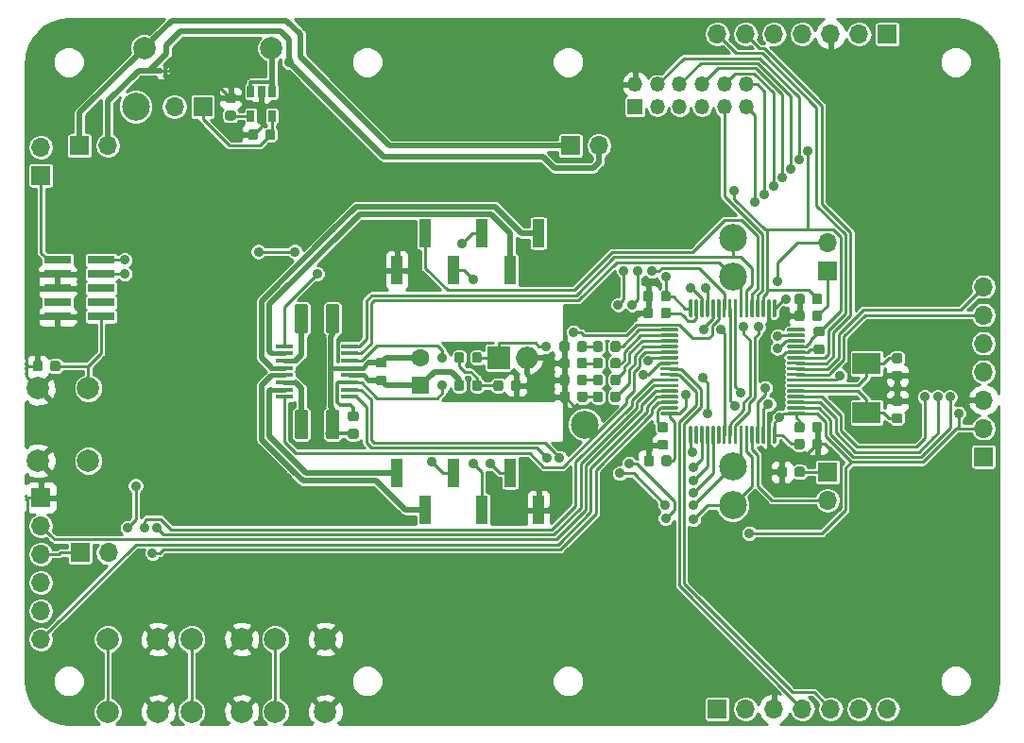
<source format=gbr>
%TF.GenerationSoftware,KiCad,Pcbnew,5.0.1*%
%TF.CreationDate,2019-02-10T21:41:56-05:00*%
%TF.ProjectId,board2,626F617264322E6B696361645F706362,rev?*%
%TF.SameCoordinates,PX5f5e100PY5f5e100*%
%TF.FileFunction,Copper,L1,Top,Signal*%
%TF.FilePolarity,Positive*%
%FSLAX46Y46*%
G04 Gerber Fmt 4.6, Leading zero omitted, Abs format (unit mm)*
G04 Created by KiCad (PCBNEW 5.0.1) date Sun 10 Feb 2019 09:41:56 PM EST*
%MOMM*%
%LPD*%
G01*
G04 APERTURE LIST*
%ADD10C,0.100000*%
%ADD11R,1.350000X1.350000*%
%ADD12O,1.350000X1.350000*%
%ADD13R,2.000000X2.000000*%
%ADD14O,2.000000X2.000000*%
%ADD15R,1.000000X2.510000*%
%ADD16C,1.250000*%
%ADD17C,0.875000*%
%ADD18R,2.500000X1.900000*%
%ADD19O,1.700000X1.700000*%
%ADD20R,1.700000X1.700000*%
%ADD21R,1.500000X0.450000*%
%ADD22C,0.500000*%
%ADD23R,1.600000X1.600000*%
%ADD24C,1.600000*%
%ADD25C,2.000000*%
%ADD26R,2.400000X0.740000*%
%ADD27C,0.300000*%
%ADD28R,0.650000X1.060000*%
%ADD29C,2.500000*%
%ADD30C,0.900000*%
%ADD31C,0.250000*%
%ADD32C,0.500000*%
%ADD33C,0.300000*%
%ADD34C,0.400000*%
%ADD35C,0.254000*%
G04 APERTURE END LIST*
D10*
G36*
X-28500000Y27250000D02*
X-27500000Y27250000D01*
X-27500000Y26750000D01*
X-28500000Y26750000D01*
X-28500000Y27250000D01*
G37*
D11*
X15000000Y23750000D03*
D12*
X15000000Y25750000D03*
X17000000Y23750000D03*
X17000000Y25750000D03*
X19000000Y23750000D03*
X19000000Y25750000D03*
X21000000Y23750000D03*
X21000000Y25750000D03*
X23000000Y23750000D03*
X23000000Y25750000D03*
X25000000Y23750000D03*
X25000000Y25750000D03*
D13*
X2750000Y1250000D03*
D14*
X5290000Y1250000D03*
D15*
X3810000Y-9095000D03*
X-1270000Y-9095000D03*
X-6350000Y-9095000D03*
X6350000Y-12405000D03*
X1270000Y-12405000D03*
X-3810000Y-12405000D03*
X-6350000Y9095000D03*
X-1270000Y9095000D03*
X3810000Y9095000D03*
X-3810000Y12405000D03*
X1270000Y12405000D03*
X6350000Y12405000D03*
D10*
G36*
X-14500496Y6073796D02*
X-14476227Y6070196D01*
X-14452429Y6064235D01*
X-14429329Y6055970D01*
X-14407151Y6045480D01*
X-14386107Y6032867D01*
X-14366402Y6018253D01*
X-14348223Y6001777D01*
X-14331747Y5983598D01*
X-14317133Y5963893D01*
X-14304520Y5942849D01*
X-14294030Y5920671D01*
X-14285765Y5897571D01*
X-14279804Y5873773D01*
X-14276204Y5849504D01*
X-14275000Y5825000D01*
X-14275000Y3675000D01*
X-14276204Y3650496D01*
X-14279804Y3626227D01*
X-14285765Y3602429D01*
X-14294030Y3579329D01*
X-14304520Y3557151D01*
X-14317133Y3536107D01*
X-14331747Y3516402D01*
X-14348223Y3498223D01*
X-14366402Y3481747D01*
X-14386107Y3467133D01*
X-14407151Y3454520D01*
X-14429329Y3444030D01*
X-14452429Y3435765D01*
X-14476227Y3429804D01*
X-14500496Y3426204D01*
X-14525000Y3425000D01*
X-15275000Y3425000D01*
X-15299504Y3426204D01*
X-15323773Y3429804D01*
X-15347571Y3435765D01*
X-15370671Y3444030D01*
X-15392849Y3454520D01*
X-15413893Y3467133D01*
X-15433598Y3481747D01*
X-15451777Y3498223D01*
X-15468253Y3516402D01*
X-15482867Y3536107D01*
X-15495480Y3557151D01*
X-15505970Y3579329D01*
X-15514235Y3602429D01*
X-15520196Y3626227D01*
X-15523796Y3650496D01*
X-15525000Y3675000D01*
X-15525000Y5825000D01*
X-15523796Y5849504D01*
X-15520196Y5873773D01*
X-15514235Y5897571D01*
X-15505970Y5920671D01*
X-15495480Y5942849D01*
X-15482867Y5963893D01*
X-15468253Y5983598D01*
X-15451777Y6001777D01*
X-15433598Y6018253D01*
X-15413893Y6032867D01*
X-15392849Y6045480D01*
X-15370671Y6055970D01*
X-15347571Y6064235D01*
X-15323773Y6070196D01*
X-15299504Y6073796D01*
X-15275000Y6075000D01*
X-14525000Y6075000D01*
X-14500496Y6073796D01*
X-14500496Y6073796D01*
G37*
D16*
X-14900000Y4750000D03*
D10*
G36*
X-11700496Y6073796D02*
X-11676227Y6070196D01*
X-11652429Y6064235D01*
X-11629329Y6055970D01*
X-11607151Y6045480D01*
X-11586107Y6032867D01*
X-11566402Y6018253D01*
X-11548223Y6001777D01*
X-11531747Y5983598D01*
X-11517133Y5963893D01*
X-11504520Y5942849D01*
X-11494030Y5920671D01*
X-11485765Y5897571D01*
X-11479804Y5873773D01*
X-11476204Y5849504D01*
X-11475000Y5825000D01*
X-11475000Y3675000D01*
X-11476204Y3650496D01*
X-11479804Y3626227D01*
X-11485765Y3602429D01*
X-11494030Y3579329D01*
X-11504520Y3557151D01*
X-11517133Y3536107D01*
X-11531747Y3516402D01*
X-11548223Y3498223D01*
X-11566402Y3481747D01*
X-11586107Y3467133D01*
X-11607151Y3454520D01*
X-11629329Y3444030D01*
X-11652429Y3435765D01*
X-11676227Y3429804D01*
X-11700496Y3426204D01*
X-11725000Y3425000D01*
X-12475000Y3425000D01*
X-12499504Y3426204D01*
X-12523773Y3429804D01*
X-12547571Y3435765D01*
X-12570671Y3444030D01*
X-12592849Y3454520D01*
X-12613893Y3467133D01*
X-12633598Y3481747D01*
X-12651777Y3498223D01*
X-12668253Y3516402D01*
X-12682867Y3536107D01*
X-12695480Y3557151D01*
X-12705970Y3579329D01*
X-12714235Y3602429D01*
X-12720196Y3626227D01*
X-12723796Y3650496D01*
X-12725000Y3675000D01*
X-12725000Y5825000D01*
X-12723796Y5849504D01*
X-12720196Y5873773D01*
X-12714235Y5897571D01*
X-12705970Y5920671D01*
X-12695480Y5942849D01*
X-12682867Y5963893D01*
X-12668253Y5983598D01*
X-12651777Y6001777D01*
X-12633598Y6018253D01*
X-12613893Y6032867D01*
X-12592849Y6045480D01*
X-12570671Y6055970D01*
X-12547571Y6064235D01*
X-12523773Y6070196D01*
X-12499504Y6073796D01*
X-12475000Y6075000D01*
X-11725000Y6075000D01*
X-11700496Y6073796D01*
X-11700496Y6073796D01*
G37*
D16*
X-12100000Y4750000D03*
D10*
G36*
X-11700496Y-3426204D02*
X-11676227Y-3429804D01*
X-11652429Y-3435765D01*
X-11629329Y-3444030D01*
X-11607151Y-3454520D01*
X-11586107Y-3467133D01*
X-11566402Y-3481747D01*
X-11548223Y-3498223D01*
X-11531747Y-3516402D01*
X-11517133Y-3536107D01*
X-11504520Y-3557151D01*
X-11494030Y-3579329D01*
X-11485765Y-3602429D01*
X-11479804Y-3626227D01*
X-11476204Y-3650496D01*
X-11475000Y-3675000D01*
X-11475000Y-5825000D01*
X-11476204Y-5849504D01*
X-11479804Y-5873773D01*
X-11485765Y-5897571D01*
X-11494030Y-5920671D01*
X-11504520Y-5942849D01*
X-11517133Y-5963893D01*
X-11531747Y-5983598D01*
X-11548223Y-6001777D01*
X-11566402Y-6018253D01*
X-11586107Y-6032867D01*
X-11607151Y-6045480D01*
X-11629329Y-6055970D01*
X-11652429Y-6064235D01*
X-11676227Y-6070196D01*
X-11700496Y-6073796D01*
X-11725000Y-6075000D01*
X-12475000Y-6075000D01*
X-12499504Y-6073796D01*
X-12523773Y-6070196D01*
X-12547571Y-6064235D01*
X-12570671Y-6055970D01*
X-12592849Y-6045480D01*
X-12613893Y-6032867D01*
X-12633598Y-6018253D01*
X-12651777Y-6001777D01*
X-12668253Y-5983598D01*
X-12682867Y-5963893D01*
X-12695480Y-5942849D01*
X-12705970Y-5920671D01*
X-12714235Y-5897571D01*
X-12720196Y-5873773D01*
X-12723796Y-5849504D01*
X-12725000Y-5825000D01*
X-12725000Y-3675000D01*
X-12723796Y-3650496D01*
X-12720196Y-3626227D01*
X-12714235Y-3602429D01*
X-12705970Y-3579329D01*
X-12695480Y-3557151D01*
X-12682867Y-3536107D01*
X-12668253Y-3516402D01*
X-12651777Y-3498223D01*
X-12633598Y-3481747D01*
X-12613893Y-3467133D01*
X-12592849Y-3454520D01*
X-12570671Y-3444030D01*
X-12547571Y-3435765D01*
X-12523773Y-3429804D01*
X-12499504Y-3426204D01*
X-12475000Y-3425000D01*
X-11725000Y-3425000D01*
X-11700496Y-3426204D01*
X-11700496Y-3426204D01*
G37*
D16*
X-12100000Y-4750000D03*
D10*
G36*
X-14500496Y-3426204D02*
X-14476227Y-3429804D01*
X-14452429Y-3435765D01*
X-14429329Y-3444030D01*
X-14407151Y-3454520D01*
X-14386107Y-3467133D01*
X-14366402Y-3481747D01*
X-14348223Y-3498223D01*
X-14331747Y-3516402D01*
X-14317133Y-3536107D01*
X-14304520Y-3557151D01*
X-14294030Y-3579329D01*
X-14285765Y-3602429D01*
X-14279804Y-3626227D01*
X-14276204Y-3650496D01*
X-14275000Y-3675000D01*
X-14275000Y-5825000D01*
X-14276204Y-5849504D01*
X-14279804Y-5873773D01*
X-14285765Y-5897571D01*
X-14294030Y-5920671D01*
X-14304520Y-5942849D01*
X-14317133Y-5963893D01*
X-14331747Y-5983598D01*
X-14348223Y-6001777D01*
X-14366402Y-6018253D01*
X-14386107Y-6032867D01*
X-14407151Y-6045480D01*
X-14429329Y-6055970D01*
X-14452429Y-6064235D01*
X-14476227Y-6070196D01*
X-14500496Y-6073796D01*
X-14525000Y-6075000D01*
X-15275000Y-6075000D01*
X-15299504Y-6073796D01*
X-15323773Y-6070196D01*
X-15347571Y-6064235D01*
X-15370671Y-6055970D01*
X-15392849Y-6045480D01*
X-15413893Y-6032867D01*
X-15433598Y-6018253D01*
X-15451777Y-6001777D01*
X-15468253Y-5983598D01*
X-15482867Y-5963893D01*
X-15495480Y-5942849D01*
X-15505970Y-5920671D01*
X-15514235Y-5897571D01*
X-15520196Y-5873773D01*
X-15523796Y-5849504D01*
X-15525000Y-5825000D01*
X-15525000Y-3675000D01*
X-15523796Y-3650496D01*
X-15520196Y-3626227D01*
X-15514235Y-3602429D01*
X-15505970Y-3579329D01*
X-15495480Y-3557151D01*
X-15482867Y-3536107D01*
X-15468253Y-3516402D01*
X-15451777Y-3498223D01*
X-15433598Y-3481747D01*
X-15413893Y-3467133D01*
X-15392849Y-3454520D01*
X-15370671Y-3444030D01*
X-15347571Y-3435765D01*
X-15323773Y-3429804D01*
X-15299504Y-3426204D01*
X-15275000Y-3425000D01*
X-14525000Y-3425000D01*
X-14500496Y-3426204D01*
X-14500496Y-3426204D01*
G37*
D16*
X-14900000Y-4750000D03*
D10*
G36*
X-9972309Y-5138553D02*
X-9951074Y-5141703D01*
X-9930250Y-5146919D01*
X-9910038Y-5154151D01*
X-9890632Y-5163330D01*
X-9872219Y-5174366D01*
X-9854976Y-5187154D01*
X-9839070Y-5201570D01*
X-9824654Y-5217476D01*
X-9811866Y-5234719D01*
X-9800830Y-5253132D01*
X-9791651Y-5272538D01*
X-9784419Y-5292750D01*
X-9779203Y-5313574D01*
X-9776053Y-5334809D01*
X-9775000Y-5356250D01*
X-9775000Y-5793750D01*
X-9776053Y-5815191D01*
X-9779203Y-5836426D01*
X-9784419Y-5857250D01*
X-9791651Y-5877462D01*
X-9800830Y-5896868D01*
X-9811866Y-5915281D01*
X-9824654Y-5932524D01*
X-9839070Y-5948430D01*
X-9854976Y-5962846D01*
X-9872219Y-5975634D01*
X-9890632Y-5986670D01*
X-9910038Y-5995849D01*
X-9930250Y-6003081D01*
X-9951074Y-6008297D01*
X-9972309Y-6011447D01*
X-9993750Y-6012500D01*
X-10506250Y-6012500D01*
X-10527691Y-6011447D01*
X-10548926Y-6008297D01*
X-10569750Y-6003081D01*
X-10589962Y-5995849D01*
X-10609368Y-5986670D01*
X-10627781Y-5975634D01*
X-10645024Y-5962846D01*
X-10660930Y-5948430D01*
X-10675346Y-5932524D01*
X-10688134Y-5915281D01*
X-10699170Y-5896868D01*
X-10708349Y-5877462D01*
X-10715581Y-5857250D01*
X-10720797Y-5836426D01*
X-10723947Y-5815191D01*
X-10725000Y-5793750D01*
X-10725000Y-5356250D01*
X-10723947Y-5334809D01*
X-10720797Y-5313574D01*
X-10715581Y-5292750D01*
X-10708349Y-5272538D01*
X-10699170Y-5253132D01*
X-10688134Y-5234719D01*
X-10675346Y-5217476D01*
X-10660930Y-5201570D01*
X-10645024Y-5187154D01*
X-10627781Y-5174366D01*
X-10609368Y-5163330D01*
X-10589962Y-5154151D01*
X-10569750Y-5146919D01*
X-10548926Y-5141703D01*
X-10527691Y-5138553D01*
X-10506250Y-5137500D01*
X-9993750Y-5137500D01*
X-9972309Y-5138553D01*
X-9972309Y-5138553D01*
G37*
D17*
X-10250000Y-5575000D03*
D10*
G36*
X-9972309Y-3563553D02*
X-9951074Y-3566703D01*
X-9930250Y-3571919D01*
X-9910038Y-3579151D01*
X-9890632Y-3588330D01*
X-9872219Y-3599366D01*
X-9854976Y-3612154D01*
X-9839070Y-3626570D01*
X-9824654Y-3642476D01*
X-9811866Y-3659719D01*
X-9800830Y-3678132D01*
X-9791651Y-3697538D01*
X-9784419Y-3717750D01*
X-9779203Y-3738574D01*
X-9776053Y-3759809D01*
X-9775000Y-3781250D01*
X-9775000Y-4218750D01*
X-9776053Y-4240191D01*
X-9779203Y-4261426D01*
X-9784419Y-4282250D01*
X-9791651Y-4302462D01*
X-9800830Y-4321868D01*
X-9811866Y-4340281D01*
X-9824654Y-4357524D01*
X-9839070Y-4373430D01*
X-9854976Y-4387846D01*
X-9872219Y-4400634D01*
X-9890632Y-4411670D01*
X-9910038Y-4420849D01*
X-9930250Y-4428081D01*
X-9951074Y-4433297D01*
X-9972309Y-4436447D01*
X-9993750Y-4437500D01*
X-10506250Y-4437500D01*
X-10527691Y-4436447D01*
X-10548926Y-4433297D01*
X-10569750Y-4428081D01*
X-10589962Y-4420849D01*
X-10609368Y-4411670D01*
X-10627781Y-4400634D01*
X-10645024Y-4387846D01*
X-10660930Y-4373430D01*
X-10675346Y-4357524D01*
X-10688134Y-4340281D01*
X-10699170Y-4321868D01*
X-10708349Y-4302462D01*
X-10715581Y-4282250D01*
X-10720797Y-4261426D01*
X-10723947Y-4240191D01*
X-10725000Y-4218750D01*
X-10725000Y-3781250D01*
X-10723947Y-3759809D01*
X-10720797Y-3738574D01*
X-10715581Y-3717750D01*
X-10708349Y-3697538D01*
X-10699170Y-3678132D01*
X-10688134Y-3659719D01*
X-10675346Y-3642476D01*
X-10660930Y-3626570D01*
X-10645024Y-3612154D01*
X-10627781Y-3599366D01*
X-10609368Y-3588330D01*
X-10589962Y-3579151D01*
X-10569750Y-3571919D01*
X-10548926Y-3566703D01*
X-10527691Y-3563553D01*
X-10506250Y-3562500D01*
X-9993750Y-3562500D01*
X-9972309Y-3563553D01*
X-9972309Y-3563553D01*
G37*
D17*
X-10250000Y-4000000D03*
D18*
X35750000Y-3700000D03*
X35750000Y700000D03*
D19*
X-32250000Y20250000D03*
D20*
X-34790000Y20250000D03*
X9210000Y20250000D03*
D19*
X11750000Y20250000D03*
D10*
G36*
X1065191Y1723947D02*
X1086426Y1720797D01*
X1107250Y1715581D01*
X1127462Y1708349D01*
X1146868Y1699170D01*
X1165281Y1688134D01*
X1182524Y1675346D01*
X1198430Y1660930D01*
X1212846Y1645024D01*
X1225634Y1627781D01*
X1236670Y1609368D01*
X1245849Y1589962D01*
X1253081Y1569750D01*
X1258297Y1548926D01*
X1261447Y1527691D01*
X1262500Y1506250D01*
X1262500Y993750D01*
X1261447Y972309D01*
X1258297Y951074D01*
X1253081Y930250D01*
X1245849Y910038D01*
X1236670Y890632D01*
X1225634Y872219D01*
X1212846Y854976D01*
X1198430Y839070D01*
X1182524Y824654D01*
X1165281Y811866D01*
X1146868Y800830D01*
X1127462Y791651D01*
X1107250Y784419D01*
X1086426Y779203D01*
X1065191Y776053D01*
X1043750Y775000D01*
X606250Y775000D01*
X584809Y776053D01*
X563574Y779203D01*
X542750Y784419D01*
X522538Y791651D01*
X503132Y800830D01*
X484719Y811866D01*
X467476Y824654D01*
X451570Y839070D01*
X437154Y854976D01*
X424366Y872219D01*
X413330Y890632D01*
X404151Y910038D01*
X396919Y930250D01*
X391703Y951074D01*
X388553Y972309D01*
X387500Y993750D01*
X387500Y1506250D01*
X388553Y1527691D01*
X391703Y1548926D01*
X396919Y1569750D01*
X404151Y1589962D01*
X413330Y1609368D01*
X424366Y1627781D01*
X437154Y1645024D01*
X451570Y1660930D01*
X467476Y1675346D01*
X484719Y1688134D01*
X503132Y1699170D01*
X522538Y1708349D01*
X542750Y1715581D01*
X563574Y1720797D01*
X584809Y1723947D01*
X606250Y1725000D01*
X1043750Y1725000D01*
X1065191Y1723947D01*
X1065191Y1723947D01*
G37*
D17*
X825000Y1250000D03*
D10*
G36*
X-509809Y1723947D02*
X-488574Y1720797D01*
X-467750Y1715581D01*
X-447538Y1708349D01*
X-428132Y1699170D01*
X-409719Y1688134D01*
X-392476Y1675346D01*
X-376570Y1660930D01*
X-362154Y1645024D01*
X-349366Y1627781D01*
X-338330Y1609368D01*
X-329151Y1589962D01*
X-321919Y1569750D01*
X-316703Y1548926D01*
X-313553Y1527691D01*
X-312500Y1506250D01*
X-312500Y993750D01*
X-313553Y972309D01*
X-316703Y951074D01*
X-321919Y930250D01*
X-329151Y910038D01*
X-338330Y890632D01*
X-349366Y872219D01*
X-362154Y854976D01*
X-376570Y839070D01*
X-392476Y824654D01*
X-409719Y811866D01*
X-428132Y800830D01*
X-447538Y791651D01*
X-467750Y784419D01*
X-488574Y779203D01*
X-509809Y776053D01*
X-531250Y775000D01*
X-968750Y775000D01*
X-990191Y776053D01*
X-1011426Y779203D01*
X-1032250Y784419D01*
X-1052462Y791651D01*
X-1071868Y800830D01*
X-1090281Y811866D01*
X-1107524Y824654D01*
X-1123430Y839070D01*
X-1137846Y854976D01*
X-1150634Y872219D01*
X-1161670Y890632D01*
X-1170849Y910038D01*
X-1178081Y930250D01*
X-1183297Y951074D01*
X-1186447Y972309D01*
X-1187500Y993750D01*
X-1187500Y1506250D01*
X-1186447Y1527691D01*
X-1183297Y1548926D01*
X-1178081Y1569750D01*
X-1170849Y1589962D01*
X-1161670Y1609368D01*
X-1150634Y1627781D01*
X-1137846Y1645024D01*
X-1123430Y1660930D01*
X-1107524Y1675346D01*
X-1090281Y1688134D01*
X-1071868Y1699170D01*
X-1052462Y1708349D01*
X-1032250Y1715581D01*
X-1011426Y1720797D01*
X-990191Y1723947D01*
X-968750Y1725000D01*
X-531250Y1725000D01*
X-509809Y1723947D01*
X-509809Y1723947D01*
G37*
D17*
X-750000Y1250000D03*
D10*
G36*
X4565191Y-776053D02*
X4586426Y-779203D01*
X4607250Y-784419D01*
X4627462Y-791651D01*
X4646868Y-800830D01*
X4665281Y-811866D01*
X4682524Y-824654D01*
X4698430Y-839070D01*
X4712846Y-854976D01*
X4725634Y-872219D01*
X4736670Y-890632D01*
X4745849Y-910038D01*
X4753081Y-930250D01*
X4758297Y-951074D01*
X4761447Y-972309D01*
X4762500Y-993750D01*
X4762500Y-1506250D01*
X4761447Y-1527691D01*
X4758297Y-1548926D01*
X4753081Y-1569750D01*
X4745849Y-1589962D01*
X4736670Y-1609368D01*
X4725634Y-1627781D01*
X4712846Y-1645024D01*
X4698430Y-1660930D01*
X4682524Y-1675346D01*
X4665281Y-1688134D01*
X4646868Y-1699170D01*
X4627462Y-1708349D01*
X4607250Y-1715581D01*
X4586426Y-1720797D01*
X4565191Y-1723947D01*
X4543750Y-1725000D01*
X4106250Y-1725000D01*
X4084809Y-1723947D01*
X4063574Y-1720797D01*
X4042750Y-1715581D01*
X4022538Y-1708349D01*
X4003132Y-1699170D01*
X3984719Y-1688134D01*
X3967476Y-1675346D01*
X3951570Y-1660930D01*
X3937154Y-1645024D01*
X3924366Y-1627781D01*
X3913330Y-1609368D01*
X3904151Y-1589962D01*
X3896919Y-1569750D01*
X3891703Y-1548926D01*
X3888553Y-1527691D01*
X3887500Y-1506250D01*
X3887500Y-993750D01*
X3888553Y-972309D01*
X3891703Y-951074D01*
X3896919Y-930250D01*
X3904151Y-910038D01*
X3913330Y-890632D01*
X3924366Y-872219D01*
X3937154Y-854976D01*
X3951570Y-839070D01*
X3967476Y-824654D01*
X3984719Y-811866D01*
X4003132Y-800830D01*
X4022538Y-791651D01*
X4042750Y-784419D01*
X4063574Y-779203D01*
X4084809Y-776053D01*
X4106250Y-775000D01*
X4543750Y-775000D01*
X4565191Y-776053D01*
X4565191Y-776053D01*
G37*
D17*
X4325000Y-1250000D03*
D10*
G36*
X2990191Y-776053D02*
X3011426Y-779203D01*
X3032250Y-784419D01*
X3052462Y-791651D01*
X3071868Y-800830D01*
X3090281Y-811866D01*
X3107524Y-824654D01*
X3123430Y-839070D01*
X3137846Y-854976D01*
X3150634Y-872219D01*
X3161670Y-890632D01*
X3170849Y-910038D01*
X3178081Y-930250D01*
X3183297Y-951074D01*
X3186447Y-972309D01*
X3187500Y-993750D01*
X3187500Y-1506250D01*
X3186447Y-1527691D01*
X3183297Y-1548926D01*
X3178081Y-1569750D01*
X3170849Y-1589962D01*
X3161670Y-1609368D01*
X3150634Y-1627781D01*
X3137846Y-1645024D01*
X3123430Y-1660930D01*
X3107524Y-1675346D01*
X3090281Y-1688134D01*
X3071868Y-1699170D01*
X3052462Y-1708349D01*
X3032250Y-1715581D01*
X3011426Y-1720797D01*
X2990191Y-1723947D01*
X2968750Y-1725000D01*
X2531250Y-1725000D01*
X2509809Y-1723947D01*
X2488574Y-1720797D01*
X2467750Y-1715581D01*
X2447538Y-1708349D01*
X2428132Y-1699170D01*
X2409719Y-1688134D01*
X2392476Y-1675346D01*
X2376570Y-1660930D01*
X2362154Y-1645024D01*
X2349366Y-1627781D01*
X2338330Y-1609368D01*
X2329151Y-1589962D01*
X2321919Y-1569750D01*
X2316703Y-1548926D01*
X2313553Y-1527691D01*
X2312500Y-1506250D01*
X2312500Y-993750D01*
X2313553Y-972309D01*
X2316703Y-951074D01*
X2321919Y-930250D01*
X2329151Y-910038D01*
X2338330Y-890632D01*
X2349366Y-872219D01*
X2362154Y-854976D01*
X2376570Y-839070D01*
X2392476Y-824654D01*
X2409719Y-811866D01*
X2428132Y-800830D01*
X2447538Y-791651D01*
X2467750Y-784419D01*
X2488574Y-779203D01*
X2509809Y-776053D01*
X2531250Y-775000D01*
X2968750Y-775000D01*
X2990191Y-776053D01*
X2990191Y-776053D01*
G37*
D17*
X2750000Y-1250000D03*
D10*
G36*
X-509809Y-776053D02*
X-488574Y-779203D01*
X-467750Y-784419D01*
X-447538Y-791651D01*
X-428132Y-800830D01*
X-409719Y-811866D01*
X-392476Y-824654D01*
X-376570Y-839070D01*
X-362154Y-854976D01*
X-349366Y-872219D01*
X-338330Y-890632D01*
X-329151Y-910038D01*
X-321919Y-930250D01*
X-316703Y-951074D01*
X-313553Y-972309D01*
X-312500Y-993750D01*
X-312500Y-1506250D01*
X-313553Y-1527691D01*
X-316703Y-1548926D01*
X-321919Y-1569750D01*
X-329151Y-1589962D01*
X-338330Y-1609368D01*
X-349366Y-1627781D01*
X-362154Y-1645024D01*
X-376570Y-1660930D01*
X-392476Y-1675346D01*
X-409719Y-1688134D01*
X-428132Y-1699170D01*
X-447538Y-1708349D01*
X-467750Y-1715581D01*
X-488574Y-1720797D01*
X-509809Y-1723947D01*
X-531250Y-1725000D01*
X-968750Y-1725000D01*
X-990191Y-1723947D01*
X-1011426Y-1720797D01*
X-1032250Y-1715581D01*
X-1052462Y-1708349D01*
X-1071868Y-1699170D01*
X-1090281Y-1688134D01*
X-1107524Y-1675346D01*
X-1123430Y-1660930D01*
X-1137846Y-1645024D01*
X-1150634Y-1627781D01*
X-1161670Y-1609368D01*
X-1170849Y-1589962D01*
X-1178081Y-1569750D01*
X-1183297Y-1548926D01*
X-1186447Y-1527691D01*
X-1187500Y-1506250D01*
X-1187500Y-993750D01*
X-1186447Y-972309D01*
X-1183297Y-951074D01*
X-1178081Y-930250D01*
X-1170849Y-910038D01*
X-1161670Y-890632D01*
X-1150634Y-872219D01*
X-1137846Y-854976D01*
X-1123430Y-839070D01*
X-1107524Y-824654D01*
X-1090281Y-811866D01*
X-1071868Y-800830D01*
X-1052462Y-791651D01*
X-1032250Y-784419D01*
X-1011426Y-779203D01*
X-990191Y-776053D01*
X-968750Y-775000D01*
X-531250Y-775000D01*
X-509809Y-776053D01*
X-509809Y-776053D01*
G37*
D17*
X-750000Y-1250000D03*
D10*
G36*
X1065191Y-776053D02*
X1086426Y-779203D01*
X1107250Y-784419D01*
X1127462Y-791651D01*
X1146868Y-800830D01*
X1165281Y-811866D01*
X1182524Y-824654D01*
X1198430Y-839070D01*
X1212846Y-854976D01*
X1225634Y-872219D01*
X1236670Y-890632D01*
X1245849Y-910038D01*
X1253081Y-930250D01*
X1258297Y-951074D01*
X1261447Y-972309D01*
X1262500Y-993750D01*
X1262500Y-1506250D01*
X1261447Y-1527691D01*
X1258297Y-1548926D01*
X1253081Y-1569750D01*
X1245849Y-1589962D01*
X1236670Y-1609368D01*
X1225634Y-1627781D01*
X1212846Y-1645024D01*
X1198430Y-1660930D01*
X1182524Y-1675346D01*
X1165281Y-1688134D01*
X1146868Y-1699170D01*
X1127462Y-1708349D01*
X1107250Y-1715581D01*
X1086426Y-1720797D01*
X1065191Y-1723947D01*
X1043750Y-1725000D01*
X606250Y-1725000D01*
X584809Y-1723947D01*
X563574Y-1720797D01*
X542750Y-1715581D01*
X522538Y-1708349D01*
X503132Y-1699170D01*
X484719Y-1688134D01*
X467476Y-1675346D01*
X451570Y-1660930D01*
X437154Y-1645024D01*
X424366Y-1627781D01*
X413330Y-1609368D01*
X404151Y-1589962D01*
X396919Y-1569750D01*
X391703Y-1548926D01*
X388553Y-1527691D01*
X387500Y-1506250D01*
X387500Y-993750D01*
X388553Y-972309D01*
X391703Y-951074D01*
X396919Y-930250D01*
X404151Y-910038D01*
X413330Y-890632D01*
X424366Y-872219D01*
X437154Y-854976D01*
X451570Y-839070D01*
X467476Y-824654D01*
X484719Y-811866D01*
X503132Y-800830D01*
X522538Y-791651D01*
X542750Y-784419D01*
X563574Y-779203D01*
X584809Y-776053D01*
X606250Y-775000D01*
X1043750Y-775000D01*
X1065191Y-776053D01*
X1065191Y-776053D01*
G37*
D17*
X825000Y-1250000D03*
D10*
G36*
X-20972309Y23398947D02*
X-20951074Y23395797D01*
X-20930250Y23390581D01*
X-20910038Y23383349D01*
X-20890632Y23374170D01*
X-20872219Y23363134D01*
X-20854976Y23350346D01*
X-20839070Y23335930D01*
X-20824654Y23320024D01*
X-20811866Y23302781D01*
X-20800830Y23284368D01*
X-20791651Y23264962D01*
X-20784419Y23244750D01*
X-20779203Y23223926D01*
X-20776053Y23202691D01*
X-20775000Y23181250D01*
X-20775000Y22743750D01*
X-20776053Y22722309D01*
X-20779203Y22701074D01*
X-20784419Y22680250D01*
X-20791651Y22660038D01*
X-20800830Y22640632D01*
X-20811866Y22622219D01*
X-20824654Y22604976D01*
X-20839070Y22589070D01*
X-20854976Y22574654D01*
X-20872219Y22561866D01*
X-20890632Y22550830D01*
X-20910038Y22541651D01*
X-20930250Y22534419D01*
X-20951074Y22529203D01*
X-20972309Y22526053D01*
X-20993750Y22525000D01*
X-21506250Y22525000D01*
X-21527691Y22526053D01*
X-21548926Y22529203D01*
X-21569750Y22534419D01*
X-21589962Y22541651D01*
X-21609368Y22550830D01*
X-21627781Y22561866D01*
X-21645024Y22574654D01*
X-21660930Y22589070D01*
X-21675346Y22604976D01*
X-21688134Y22622219D01*
X-21699170Y22640632D01*
X-21708349Y22660038D01*
X-21715581Y22680250D01*
X-21720797Y22701074D01*
X-21723947Y22722309D01*
X-21725000Y22743750D01*
X-21725000Y23181250D01*
X-21723947Y23202691D01*
X-21720797Y23223926D01*
X-21715581Y23244750D01*
X-21708349Y23264962D01*
X-21699170Y23284368D01*
X-21688134Y23302781D01*
X-21675346Y23320024D01*
X-21660930Y23335930D01*
X-21645024Y23350346D01*
X-21627781Y23363134D01*
X-21609368Y23374170D01*
X-21589962Y23383349D01*
X-21569750Y23390581D01*
X-21548926Y23395797D01*
X-21527691Y23398947D01*
X-21506250Y23400000D01*
X-20993750Y23400000D01*
X-20972309Y23398947D01*
X-20972309Y23398947D01*
G37*
D17*
X-21250000Y22962500D03*
D10*
G36*
X-20972309Y24973947D02*
X-20951074Y24970797D01*
X-20930250Y24965581D01*
X-20910038Y24958349D01*
X-20890632Y24949170D01*
X-20872219Y24938134D01*
X-20854976Y24925346D01*
X-20839070Y24910930D01*
X-20824654Y24895024D01*
X-20811866Y24877781D01*
X-20800830Y24859368D01*
X-20791651Y24839962D01*
X-20784419Y24819750D01*
X-20779203Y24798926D01*
X-20776053Y24777691D01*
X-20775000Y24756250D01*
X-20775000Y24318750D01*
X-20776053Y24297309D01*
X-20779203Y24276074D01*
X-20784419Y24255250D01*
X-20791651Y24235038D01*
X-20800830Y24215632D01*
X-20811866Y24197219D01*
X-20824654Y24179976D01*
X-20839070Y24164070D01*
X-20854976Y24149654D01*
X-20872219Y24136866D01*
X-20890632Y24125830D01*
X-20910038Y24116651D01*
X-20930250Y24109419D01*
X-20951074Y24104203D01*
X-20972309Y24101053D01*
X-20993750Y24100000D01*
X-21506250Y24100000D01*
X-21527691Y24101053D01*
X-21548926Y24104203D01*
X-21569750Y24109419D01*
X-21589962Y24116651D01*
X-21609368Y24125830D01*
X-21627781Y24136866D01*
X-21645024Y24149654D01*
X-21660930Y24164070D01*
X-21675346Y24179976D01*
X-21688134Y24197219D01*
X-21699170Y24215632D01*
X-21708349Y24235038D01*
X-21715581Y24255250D01*
X-21720797Y24276074D01*
X-21723947Y24297309D01*
X-21725000Y24318750D01*
X-21725000Y24756250D01*
X-21723947Y24777691D01*
X-21720797Y24798926D01*
X-21715581Y24819750D01*
X-21708349Y24839962D01*
X-21699170Y24859368D01*
X-21688134Y24877781D01*
X-21675346Y24895024D01*
X-21660930Y24910930D01*
X-21645024Y24925346D01*
X-21627781Y24938134D01*
X-21609368Y24949170D01*
X-21589962Y24958349D01*
X-21569750Y24965581D01*
X-21548926Y24970797D01*
X-21527691Y24973947D01*
X-21506250Y24975000D01*
X-20993750Y24975000D01*
X-20972309Y24973947D01*
X-20972309Y24973947D01*
G37*
D17*
X-21250000Y24537500D03*
D21*
X-10550000Y2275000D03*
X-10550000Y1625000D03*
X-10550000Y975000D03*
X-10550000Y325000D03*
X-10550000Y-325000D03*
X-10550000Y-975000D03*
X-10550000Y-1625000D03*
X-10550000Y-2275000D03*
X-16450000Y-2275000D03*
X-16450000Y-1625000D03*
X-16450000Y-975000D03*
X-16450000Y-325000D03*
X-16450000Y325000D03*
X-16450000Y975000D03*
X-16450000Y1625000D03*
X-16450000Y2275000D03*
D22*
X-28500000Y27000000D03*
X-27500000Y27000000D03*
D20*
X37620000Y30250000D03*
D19*
X35080000Y30250000D03*
X32540000Y30250000D03*
X30000000Y30250000D03*
X27460000Y30250000D03*
X24920000Y30250000D03*
X22380000Y30250000D03*
X46250000Y7620000D03*
X46250000Y5080000D03*
X46250000Y2540000D03*
X46250000Y0D03*
X46250000Y-2540000D03*
X46250000Y-5080000D03*
D20*
X46250000Y-7620000D03*
X22380000Y-30250000D03*
D19*
X24920000Y-30250000D03*
X27460000Y-30250000D03*
X30000000Y-30250000D03*
X32540000Y-30250000D03*
X35080000Y-30250000D03*
X37620000Y-30250000D03*
D10*
G36*
X-7472309Y-351053D02*
X-7451074Y-354203D01*
X-7430250Y-359419D01*
X-7410038Y-366651D01*
X-7390632Y-375830D01*
X-7372219Y-386866D01*
X-7354976Y-399654D01*
X-7339070Y-414070D01*
X-7324654Y-429976D01*
X-7311866Y-447219D01*
X-7300830Y-465632D01*
X-7291651Y-485038D01*
X-7284419Y-505250D01*
X-7279203Y-526074D01*
X-7276053Y-547309D01*
X-7275000Y-568750D01*
X-7275000Y-1006250D01*
X-7276053Y-1027691D01*
X-7279203Y-1048926D01*
X-7284419Y-1069750D01*
X-7291651Y-1089962D01*
X-7300830Y-1109368D01*
X-7311866Y-1127781D01*
X-7324654Y-1145024D01*
X-7339070Y-1160930D01*
X-7354976Y-1175346D01*
X-7372219Y-1188134D01*
X-7390632Y-1199170D01*
X-7410038Y-1208349D01*
X-7430250Y-1215581D01*
X-7451074Y-1220797D01*
X-7472309Y-1223947D01*
X-7493750Y-1225000D01*
X-8006250Y-1225000D01*
X-8027691Y-1223947D01*
X-8048926Y-1220797D01*
X-8069750Y-1215581D01*
X-8089962Y-1208349D01*
X-8109368Y-1199170D01*
X-8127781Y-1188134D01*
X-8145024Y-1175346D01*
X-8160930Y-1160930D01*
X-8175346Y-1145024D01*
X-8188134Y-1127781D01*
X-8199170Y-1109368D01*
X-8208349Y-1089962D01*
X-8215581Y-1069750D01*
X-8220797Y-1048926D01*
X-8223947Y-1027691D01*
X-8225000Y-1006250D01*
X-8225000Y-568750D01*
X-8223947Y-547309D01*
X-8220797Y-526074D01*
X-8215581Y-505250D01*
X-8208349Y-485038D01*
X-8199170Y-465632D01*
X-8188134Y-447219D01*
X-8175346Y-429976D01*
X-8160930Y-414070D01*
X-8145024Y-399654D01*
X-8127781Y-386866D01*
X-8109368Y-375830D01*
X-8089962Y-366651D01*
X-8069750Y-359419D01*
X-8048926Y-354203D01*
X-8027691Y-351053D01*
X-8006250Y-350000D01*
X-7493750Y-350000D01*
X-7472309Y-351053D01*
X-7472309Y-351053D01*
G37*
D17*
X-7750000Y-787500D03*
D10*
G36*
X-7472309Y1223947D02*
X-7451074Y1220797D01*
X-7430250Y1215581D01*
X-7410038Y1208349D01*
X-7390632Y1199170D01*
X-7372219Y1188134D01*
X-7354976Y1175346D01*
X-7339070Y1160930D01*
X-7324654Y1145024D01*
X-7311866Y1127781D01*
X-7300830Y1109368D01*
X-7291651Y1089962D01*
X-7284419Y1069750D01*
X-7279203Y1048926D01*
X-7276053Y1027691D01*
X-7275000Y1006250D01*
X-7275000Y568750D01*
X-7276053Y547309D01*
X-7279203Y526074D01*
X-7284419Y505250D01*
X-7291651Y485038D01*
X-7300830Y465632D01*
X-7311866Y447219D01*
X-7324654Y429976D01*
X-7339070Y414070D01*
X-7354976Y399654D01*
X-7372219Y386866D01*
X-7390632Y375830D01*
X-7410038Y366651D01*
X-7430250Y359419D01*
X-7451074Y354203D01*
X-7472309Y351053D01*
X-7493750Y350000D01*
X-8006250Y350000D01*
X-8027691Y351053D01*
X-8048926Y354203D01*
X-8069750Y359419D01*
X-8089962Y366651D01*
X-8109368Y375830D01*
X-8127781Y386866D01*
X-8145024Y399654D01*
X-8160930Y414070D01*
X-8175346Y429976D01*
X-8188134Y447219D01*
X-8199170Y465632D01*
X-8208349Y485038D01*
X-8215581Y505250D01*
X-8220797Y526074D01*
X-8223947Y547309D01*
X-8225000Y568750D01*
X-8225000Y1006250D01*
X-8223947Y1027691D01*
X-8220797Y1048926D01*
X-8215581Y1069750D01*
X-8208349Y1089962D01*
X-8199170Y1109368D01*
X-8188134Y1127781D01*
X-8175346Y1145024D01*
X-8160930Y1160930D01*
X-8145024Y1175346D01*
X-8127781Y1188134D01*
X-8109368Y1199170D01*
X-8089962Y1208349D01*
X-8069750Y1215581D01*
X-8048926Y1220797D01*
X-8027691Y1223947D01*
X-8006250Y1225000D01*
X-7493750Y1225000D01*
X-7472309Y1223947D01*
X-7472309Y1223947D01*
G37*
D17*
X-7750000Y787500D03*
D10*
G36*
X16415191Y7223947D02*
X16436426Y7220797D01*
X16457250Y7215581D01*
X16477462Y7208349D01*
X16496868Y7199170D01*
X16515281Y7188134D01*
X16532524Y7175346D01*
X16548430Y7160930D01*
X16562846Y7145024D01*
X16575634Y7127781D01*
X16586670Y7109368D01*
X16595849Y7089962D01*
X16603081Y7069750D01*
X16608297Y7048926D01*
X16611447Y7027691D01*
X16612500Y7006250D01*
X16612500Y6493750D01*
X16611447Y6472309D01*
X16608297Y6451074D01*
X16603081Y6430250D01*
X16595849Y6410038D01*
X16586670Y6390632D01*
X16575634Y6372219D01*
X16562846Y6354976D01*
X16548430Y6339070D01*
X16532524Y6324654D01*
X16515281Y6311866D01*
X16496868Y6300830D01*
X16477462Y6291651D01*
X16457250Y6284419D01*
X16436426Y6279203D01*
X16415191Y6276053D01*
X16393750Y6275000D01*
X15956250Y6275000D01*
X15934809Y6276053D01*
X15913574Y6279203D01*
X15892750Y6284419D01*
X15872538Y6291651D01*
X15853132Y6300830D01*
X15834719Y6311866D01*
X15817476Y6324654D01*
X15801570Y6339070D01*
X15787154Y6354976D01*
X15774366Y6372219D01*
X15763330Y6390632D01*
X15754151Y6410038D01*
X15746919Y6430250D01*
X15741703Y6451074D01*
X15738553Y6472309D01*
X15737500Y6493750D01*
X15737500Y7006250D01*
X15738553Y7027691D01*
X15741703Y7048926D01*
X15746919Y7069750D01*
X15754151Y7089962D01*
X15763330Y7109368D01*
X15774366Y7127781D01*
X15787154Y7145024D01*
X15801570Y7160930D01*
X15817476Y7175346D01*
X15834719Y7188134D01*
X15853132Y7199170D01*
X15872538Y7208349D01*
X15892750Y7215581D01*
X15913574Y7220797D01*
X15934809Y7223947D01*
X15956250Y7225000D01*
X16393750Y7225000D01*
X16415191Y7223947D01*
X16415191Y7223947D01*
G37*
D17*
X16175000Y6750000D03*
D10*
G36*
X17990191Y7223947D02*
X18011426Y7220797D01*
X18032250Y7215581D01*
X18052462Y7208349D01*
X18071868Y7199170D01*
X18090281Y7188134D01*
X18107524Y7175346D01*
X18123430Y7160930D01*
X18137846Y7145024D01*
X18150634Y7127781D01*
X18161670Y7109368D01*
X18170849Y7089962D01*
X18178081Y7069750D01*
X18183297Y7048926D01*
X18186447Y7027691D01*
X18187500Y7006250D01*
X18187500Y6493750D01*
X18186447Y6472309D01*
X18183297Y6451074D01*
X18178081Y6430250D01*
X18170849Y6410038D01*
X18161670Y6390632D01*
X18150634Y6372219D01*
X18137846Y6354976D01*
X18123430Y6339070D01*
X18107524Y6324654D01*
X18090281Y6311866D01*
X18071868Y6300830D01*
X18052462Y6291651D01*
X18032250Y6284419D01*
X18011426Y6279203D01*
X17990191Y6276053D01*
X17968750Y6275000D01*
X17531250Y6275000D01*
X17509809Y6276053D01*
X17488574Y6279203D01*
X17467750Y6284419D01*
X17447538Y6291651D01*
X17428132Y6300830D01*
X17409719Y6311866D01*
X17392476Y6324654D01*
X17376570Y6339070D01*
X17362154Y6354976D01*
X17349366Y6372219D01*
X17338330Y6390632D01*
X17329151Y6410038D01*
X17321919Y6430250D01*
X17316703Y6451074D01*
X17313553Y6472309D01*
X17312500Y6493750D01*
X17312500Y7006250D01*
X17313553Y7027691D01*
X17316703Y7048926D01*
X17321919Y7069750D01*
X17329151Y7089962D01*
X17338330Y7109368D01*
X17349366Y7127781D01*
X17362154Y7145024D01*
X17376570Y7160930D01*
X17392476Y7175346D01*
X17409719Y7188134D01*
X17428132Y7199170D01*
X17447538Y7208349D01*
X17467750Y7215581D01*
X17488574Y7220797D01*
X17509809Y7223947D01*
X17531250Y7225000D01*
X17968750Y7225000D01*
X17990191Y7223947D01*
X17990191Y7223947D01*
G37*
D17*
X17750000Y6750000D03*
D10*
G36*
X17990191Y5723947D02*
X18011426Y5720797D01*
X18032250Y5715581D01*
X18052462Y5708349D01*
X18071868Y5699170D01*
X18090281Y5688134D01*
X18107524Y5675346D01*
X18123430Y5660930D01*
X18137846Y5645024D01*
X18150634Y5627781D01*
X18161670Y5609368D01*
X18170849Y5589962D01*
X18178081Y5569750D01*
X18183297Y5548926D01*
X18186447Y5527691D01*
X18187500Y5506250D01*
X18187500Y4993750D01*
X18186447Y4972309D01*
X18183297Y4951074D01*
X18178081Y4930250D01*
X18170849Y4910038D01*
X18161670Y4890632D01*
X18150634Y4872219D01*
X18137846Y4854976D01*
X18123430Y4839070D01*
X18107524Y4824654D01*
X18090281Y4811866D01*
X18071868Y4800830D01*
X18052462Y4791651D01*
X18032250Y4784419D01*
X18011426Y4779203D01*
X17990191Y4776053D01*
X17968750Y4775000D01*
X17531250Y4775000D01*
X17509809Y4776053D01*
X17488574Y4779203D01*
X17467750Y4784419D01*
X17447538Y4791651D01*
X17428132Y4800830D01*
X17409719Y4811866D01*
X17392476Y4824654D01*
X17376570Y4839070D01*
X17362154Y4854976D01*
X17349366Y4872219D01*
X17338330Y4890632D01*
X17329151Y4910038D01*
X17321919Y4930250D01*
X17316703Y4951074D01*
X17313553Y4972309D01*
X17312500Y4993750D01*
X17312500Y5506250D01*
X17313553Y5527691D01*
X17316703Y5548926D01*
X17321919Y5569750D01*
X17329151Y5589962D01*
X17338330Y5609368D01*
X17349366Y5627781D01*
X17362154Y5645024D01*
X17376570Y5660930D01*
X17392476Y5675346D01*
X17409719Y5688134D01*
X17428132Y5699170D01*
X17447538Y5708349D01*
X17467750Y5715581D01*
X17488574Y5720797D01*
X17509809Y5723947D01*
X17531250Y5725000D01*
X17968750Y5725000D01*
X17990191Y5723947D01*
X17990191Y5723947D01*
G37*
D17*
X17750000Y5250000D03*
D10*
G36*
X16415191Y5723947D02*
X16436426Y5720797D01*
X16457250Y5715581D01*
X16477462Y5708349D01*
X16496868Y5699170D01*
X16515281Y5688134D01*
X16532524Y5675346D01*
X16548430Y5660930D01*
X16562846Y5645024D01*
X16575634Y5627781D01*
X16586670Y5609368D01*
X16595849Y5589962D01*
X16603081Y5569750D01*
X16608297Y5548926D01*
X16611447Y5527691D01*
X16612500Y5506250D01*
X16612500Y4993750D01*
X16611447Y4972309D01*
X16608297Y4951074D01*
X16603081Y4930250D01*
X16595849Y4910038D01*
X16586670Y4890632D01*
X16575634Y4872219D01*
X16562846Y4854976D01*
X16548430Y4839070D01*
X16532524Y4824654D01*
X16515281Y4811866D01*
X16496868Y4800830D01*
X16477462Y4791651D01*
X16457250Y4784419D01*
X16436426Y4779203D01*
X16415191Y4776053D01*
X16393750Y4775000D01*
X15956250Y4775000D01*
X15934809Y4776053D01*
X15913574Y4779203D01*
X15892750Y4784419D01*
X15872538Y4791651D01*
X15853132Y4800830D01*
X15834719Y4811866D01*
X15817476Y4824654D01*
X15801570Y4839070D01*
X15787154Y4854976D01*
X15774366Y4872219D01*
X15763330Y4890632D01*
X15754151Y4910038D01*
X15746919Y4930250D01*
X15741703Y4951074D01*
X15738553Y4972309D01*
X15737500Y4993750D01*
X15737500Y5506250D01*
X15738553Y5527691D01*
X15741703Y5548926D01*
X15746919Y5569750D01*
X15754151Y5589962D01*
X15763330Y5609368D01*
X15774366Y5627781D01*
X15787154Y5645024D01*
X15801570Y5660930D01*
X15817476Y5675346D01*
X15834719Y5688134D01*
X15853132Y5699170D01*
X15872538Y5708349D01*
X15892750Y5715581D01*
X15913574Y5720797D01*
X15934809Y5723947D01*
X15956250Y5725000D01*
X16393750Y5725000D01*
X16415191Y5723947D01*
X16415191Y5723947D01*
G37*
D17*
X16175000Y5250000D03*
D10*
G36*
X16490191Y-7526053D02*
X16511426Y-7529203D01*
X16532250Y-7534419D01*
X16552462Y-7541651D01*
X16571868Y-7550830D01*
X16590281Y-7561866D01*
X16607524Y-7574654D01*
X16623430Y-7589070D01*
X16637846Y-7604976D01*
X16650634Y-7622219D01*
X16661670Y-7640632D01*
X16670849Y-7660038D01*
X16678081Y-7680250D01*
X16683297Y-7701074D01*
X16686447Y-7722309D01*
X16687500Y-7743750D01*
X16687500Y-8256250D01*
X16686447Y-8277691D01*
X16683297Y-8298926D01*
X16678081Y-8319750D01*
X16670849Y-8339962D01*
X16661670Y-8359368D01*
X16650634Y-8377781D01*
X16637846Y-8395024D01*
X16623430Y-8410930D01*
X16607524Y-8425346D01*
X16590281Y-8438134D01*
X16571868Y-8449170D01*
X16552462Y-8458349D01*
X16532250Y-8465581D01*
X16511426Y-8470797D01*
X16490191Y-8473947D01*
X16468750Y-8475000D01*
X16031250Y-8475000D01*
X16009809Y-8473947D01*
X15988574Y-8470797D01*
X15967750Y-8465581D01*
X15947538Y-8458349D01*
X15928132Y-8449170D01*
X15909719Y-8438134D01*
X15892476Y-8425346D01*
X15876570Y-8410930D01*
X15862154Y-8395024D01*
X15849366Y-8377781D01*
X15838330Y-8359368D01*
X15829151Y-8339962D01*
X15821919Y-8319750D01*
X15816703Y-8298926D01*
X15813553Y-8277691D01*
X15812500Y-8256250D01*
X15812500Y-7743750D01*
X15813553Y-7722309D01*
X15816703Y-7701074D01*
X15821919Y-7680250D01*
X15829151Y-7660038D01*
X15838330Y-7640632D01*
X15849366Y-7622219D01*
X15862154Y-7604976D01*
X15876570Y-7589070D01*
X15892476Y-7574654D01*
X15909719Y-7561866D01*
X15928132Y-7550830D01*
X15947538Y-7541651D01*
X15967750Y-7534419D01*
X15988574Y-7529203D01*
X16009809Y-7526053D01*
X16031250Y-7525000D01*
X16468750Y-7525000D01*
X16490191Y-7526053D01*
X16490191Y-7526053D01*
G37*
D17*
X16250000Y-8000000D03*
D10*
G36*
X18065191Y-7526053D02*
X18086426Y-7529203D01*
X18107250Y-7534419D01*
X18127462Y-7541651D01*
X18146868Y-7550830D01*
X18165281Y-7561866D01*
X18182524Y-7574654D01*
X18198430Y-7589070D01*
X18212846Y-7604976D01*
X18225634Y-7622219D01*
X18236670Y-7640632D01*
X18245849Y-7660038D01*
X18253081Y-7680250D01*
X18258297Y-7701074D01*
X18261447Y-7722309D01*
X18262500Y-7743750D01*
X18262500Y-8256250D01*
X18261447Y-8277691D01*
X18258297Y-8298926D01*
X18253081Y-8319750D01*
X18245849Y-8339962D01*
X18236670Y-8359368D01*
X18225634Y-8377781D01*
X18212846Y-8395024D01*
X18198430Y-8410930D01*
X18182524Y-8425346D01*
X18165281Y-8438134D01*
X18146868Y-8449170D01*
X18127462Y-8458349D01*
X18107250Y-8465581D01*
X18086426Y-8470797D01*
X18065191Y-8473947D01*
X18043750Y-8475000D01*
X17606250Y-8475000D01*
X17584809Y-8473947D01*
X17563574Y-8470797D01*
X17542750Y-8465581D01*
X17522538Y-8458349D01*
X17503132Y-8449170D01*
X17484719Y-8438134D01*
X17467476Y-8425346D01*
X17451570Y-8410930D01*
X17437154Y-8395024D01*
X17424366Y-8377781D01*
X17413330Y-8359368D01*
X17404151Y-8339962D01*
X17396919Y-8319750D01*
X17391703Y-8298926D01*
X17388553Y-8277691D01*
X17387500Y-8256250D01*
X17387500Y-7743750D01*
X17388553Y-7722309D01*
X17391703Y-7701074D01*
X17396919Y-7680250D01*
X17404151Y-7660038D01*
X17413330Y-7640632D01*
X17424366Y-7622219D01*
X17437154Y-7604976D01*
X17451570Y-7589070D01*
X17467476Y-7574654D01*
X17484719Y-7561866D01*
X17503132Y-7550830D01*
X17522538Y-7541651D01*
X17542750Y-7534419D01*
X17563574Y-7529203D01*
X17584809Y-7526053D01*
X17606250Y-7525000D01*
X18043750Y-7525000D01*
X18065191Y-7526053D01*
X18065191Y-7526053D01*
G37*
D17*
X17825000Y-8000000D03*
D10*
G36*
X17777691Y-4563553D02*
X17798926Y-4566703D01*
X17819750Y-4571919D01*
X17839962Y-4579151D01*
X17859368Y-4588330D01*
X17877781Y-4599366D01*
X17895024Y-4612154D01*
X17910930Y-4626570D01*
X17925346Y-4642476D01*
X17938134Y-4659719D01*
X17949170Y-4678132D01*
X17958349Y-4697538D01*
X17965581Y-4717750D01*
X17970797Y-4738574D01*
X17973947Y-4759809D01*
X17975000Y-4781250D01*
X17975000Y-5218750D01*
X17973947Y-5240191D01*
X17970797Y-5261426D01*
X17965581Y-5282250D01*
X17958349Y-5302462D01*
X17949170Y-5321868D01*
X17938134Y-5340281D01*
X17925346Y-5357524D01*
X17910930Y-5373430D01*
X17895024Y-5387846D01*
X17877781Y-5400634D01*
X17859368Y-5411670D01*
X17839962Y-5420849D01*
X17819750Y-5428081D01*
X17798926Y-5433297D01*
X17777691Y-5436447D01*
X17756250Y-5437500D01*
X17243750Y-5437500D01*
X17222309Y-5436447D01*
X17201074Y-5433297D01*
X17180250Y-5428081D01*
X17160038Y-5420849D01*
X17140632Y-5411670D01*
X17122219Y-5400634D01*
X17104976Y-5387846D01*
X17089070Y-5373430D01*
X17074654Y-5357524D01*
X17061866Y-5340281D01*
X17050830Y-5321868D01*
X17041651Y-5302462D01*
X17034419Y-5282250D01*
X17029203Y-5261426D01*
X17026053Y-5240191D01*
X17025000Y-5218750D01*
X17025000Y-4781250D01*
X17026053Y-4759809D01*
X17029203Y-4738574D01*
X17034419Y-4717750D01*
X17041651Y-4697538D01*
X17050830Y-4678132D01*
X17061866Y-4659719D01*
X17074654Y-4642476D01*
X17089070Y-4626570D01*
X17104976Y-4612154D01*
X17122219Y-4599366D01*
X17140632Y-4588330D01*
X17160038Y-4579151D01*
X17180250Y-4571919D01*
X17201074Y-4566703D01*
X17222309Y-4563553D01*
X17243750Y-4562500D01*
X17756250Y-4562500D01*
X17777691Y-4563553D01*
X17777691Y-4563553D01*
G37*
D17*
X17500000Y-5000000D03*
D10*
G36*
X17777691Y-6138553D02*
X17798926Y-6141703D01*
X17819750Y-6146919D01*
X17839962Y-6154151D01*
X17859368Y-6163330D01*
X17877781Y-6174366D01*
X17895024Y-6187154D01*
X17910930Y-6201570D01*
X17925346Y-6217476D01*
X17938134Y-6234719D01*
X17949170Y-6253132D01*
X17958349Y-6272538D01*
X17965581Y-6292750D01*
X17970797Y-6313574D01*
X17973947Y-6334809D01*
X17975000Y-6356250D01*
X17975000Y-6793750D01*
X17973947Y-6815191D01*
X17970797Y-6836426D01*
X17965581Y-6857250D01*
X17958349Y-6877462D01*
X17949170Y-6896868D01*
X17938134Y-6915281D01*
X17925346Y-6932524D01*
X17910930Y-6948430D01*
X17895024Y-6962846D01*
X17877781Y-6975634D01*
X17859368Y-6986670D01*
X17839962Y-6995849D01*
X17819750Y-7003081D01*
X17798926Y-7008297D01*
X17777691Y-7011447D01*
X17756250Y-7012500D01*
X17243750Y-7012500D01*
X17222309Y-7011447D01*
X17201074Y-7008297D01*
X17180250Y-7003081D01*
X17160038Y-6995849D01*
X17140632Y-6986670D01*
X17122219Y-6975634D01*
X17104976Y-6962846D01*
X17089070Y-6948430D01*
X17074654Y-6932524D01*
X17061866Y-6915281D01*
X17050830Y-6896868D01*
X17041651Y-6877462D01*
X17034419Y-6857250D01*
X17029203Y-6836426D01*
X17026053Y-6815191D01*
X17025000Y-6793750D01*
X17025000Y-6356250D01*
X17026053Y-6334809D01*
X17029203Y-6313574D01*
X17034419Y-6292750D01*
X17041651Y-6272538D01*
X17050830Y-6253132D01*
X17061866Y-6234719D01*
X17074654Y-6217476D01*
X17089070Y-6201570D01*
X17104976Y-6187154D01*
X17122219Y-6174366D01*
X17140632Y-6163330D01*
X17160038Y-6154151D01*
X17180250Y-6146919D01*
X17201074Y-6141703D01*
X17222309Y-6138553D01*
X17243750Y-6137500D01*
X17756250Y-6137500D01*
X17777691Y-6138553D01*
X17777691Y-6138553D01*
G37*
D17*
X17500000Y-6575000D03*
D10*
G36*
X31565191Y-6026053D02*
X31586426Y-6029203D01*
X31607250Y-6034419D01*
X31627462Y-6041651D01*
X31646868Y-6050830D01*
X31665281Y-6061866D01*
X31682524Y-6074654D01*
X31698430Y-6089070D01*
X31712846Y-6104976D01*
X31725634Y-6122219D01*
X31736670Y-6140632D01*
X31745849Y-6160038D01*
X31753081Y-6180250D01*
X31758297Y-6201074D01*
X31761447Y-6222309D01*
X31762500Y-6243750D01*
X31762500Y-6756250D01*
X31761447Y-6777691D01*
X31758297Y-6798926D01*
X31753081Y-6819750D01*
X31745849Y-6839962D01*
X31736670Y-6859368D01*
X31725634Y-6877781D01*
X31712846Y-6895024D01*
X31698430Y-6910930D01*
X31682524Y-6925346D01*
X31665281Y-6938134D01*
X31646868Y-6949170D01*
X31627462Y-6958349D01*
X31607250Y-6965581D01*
X31586426Y-6970797D01*
X31565191Y-6973947D01*
X31543750Y-6975000D01*
X31106250Y-6975000D01*
X31084809Y-6973947D01*
X31063574Y-6970797D01*
X31042750Y-6965581D01*
X31022538Y-6958349D01*
X31003132Y-6949170D01*
X30984719Y-6938134D01*
X30967476Y-6925346D01*
X30951570Y-6910930D01*
X30937154Y-6895024D01*
X30924366Y-6877781D01*
X30913330Y-6859368D01*
X30904151Y-6839962D01*
X30896919Y-6819750D01*
X30891703Y-6798926D01*
X30888553Y-6777691D01*
X30887500Y-6756250D01*
X30887500Y-6243750D01*
X30888553Y-6222309D01*
X30891703Y-6201074D01*
X30896919Y-6180250D01*
X30904151Y-6160038D01*
X30913330Y-6140632D01*
X30924366Y-6122219D01*
X30937154Y-6104976D01*
X30951570Y-6089070D01*
X30967476Y-6074654D01*
X30984719Y-6061866D01*
X31003132Y-6050830D01*
X31022538Y-6041651D01*
X31042750Y-6034419D01*
X31063574Y-6029203D01*
X31084809Y-6026053D01*
X31106250Y-6025000D01*
X31543750Y-6025000D01*
X31565191Y-6026053D01*
X31565191Y-6026053D01*
G37*
D17*
X31325000Y-6500000D03*
D10*
G36*
X29990191Y-6026053D02*
X30011426Y-6029203D01*
X30032250Y-6034419D01*
X30052462Y-6041651D01*
X30071868Y-6050830D01*
X30090281Y-6061866D01*
X30107524Y-6074654D01*
X30123430Y-6089070D01*
X30137846Y-6104976D01*
X30150634Y-6122219D01*
X30161670Y-6140632D01*
X30170849Y-6160038D01*
X30178081Y-6180250D01*
X30183297Y-6201074D01*
X30186447Y-6222309D01*
X30187500Y-6243750D01*
X30187500Y-6756250D01*
X30186447Y-6777691D01*
X30183297Y-6798926D01*
X30178081Y-6819750D01*
X30170849Y-6839962D01*
X30161670Y-6859368D01*
X30150634Y-6877781D01*
X30137846Y-6895024D01*
X30123430Y-6910930D01*
X30107524Y-6925346D01*
X30090281Y-6938134D01*
X30071868Y-6949170D01*
X30052462Y-6958349D01*
X30032250Y-6965581D01*
X30011426Y-6970797D01*
X29990191Y-6973947D01*
X29968750Y-6975000D01*
X29531250Y-6975000D01*
X29509809Y-6973947D01*
X29488574Y-6970797D01*
X29467750Y-6965581D01*
X29447538Y-6958349D01*
X29428132Y-6949170D01*
X29409719Y-6938134D01*
X29392476Y-6925346D01*
X29376570Y-6910930D01*
X29362154Y-6895024D01*
X29349366Y-6877781D01*
X29338330Y-6859368D01*
X29329151Y-6839962D01*
X29321919Y-6819750D01*
X29316703Y-6798926D01*
X29313553Y-6777691D01*
X29312500Y-6756250D01*
X29312500Y-6243750D01*
X29313553Y-6222309D01*
X29316703Y-6201074D01*
X29321919Y-6180250D01*
X29329151Y-6160038D01*
X29338330Y-6140632D01*
X29349366Y-6122219D01*
X29362154Y-6104976D01*
X29376570Y-6089070D01*
X29392476Y-6074654D01*
X29409719Y-6061866D01*
X29428132Y-6050830D01*
X29447538Y-6041651D01*
X29467750Y-6034419D01*
X29488574Y-6029203D01*
X29509809Y-6026053D01*
X29531250Y-6025000D01*
X29968750Y-6025000D01*
X29990191Y-6026053D01*
X29990191Y-6026053D01*
G37*
D17*
X29750000Y-6500000D03*
D10*
G36*
X31565191Y6973947D02*
X31586426Y6970797D01*
X31607250Y6965581D01*
X31627462Y6958349D01*
X31646868Y6949170D01*
X31665281Y6938134D01*
X31682524Y6925346D01*
X31698430Y6910930D01*
X31712846Y6895024D01*
X31725634Y6877781D01*
X31736670Y6859368D01*
X31745849Y6839962D01*
X31753081Y6819750D01*
X31758297Y6798926D01*
X31761447Y6777691D01*
X31762500Y6756250D01*
X31762500Y6243750D01*
X31761447Y6222309D01*
X31758297Y6201074D01*
X31753081Y6180250D01*
X31745849Y6160038D01*
X31736670Y6140632D01*
X31725634Y6122219D01*
X31712846Y6104976D01*
X31698430Y6089070D01*
X31682524Y6074654D01*
X31665281Y6061866D01*
X31646868Y6050830D01*
X31627462Y6041651D01*
X31607250Y6034419D01*
X31586426Y6029203D01*
X31565191Y6026053D01*
X31543750Y6025000D01*
X31106250Y6025000D01*
X31084809Y6026053D01*
X31063574Y6029203D01*
X31042750Y6034419D01*
X31022538Y6041651D01*
X31003132Y6050830D01*
X30984719Y6061866D01*
X30967476Y6074654D01*
X30951570Y6089070D01*
X30937154Y6104976D01*
X30924366Y6122219D01*
X30913330Y6140632D01*
X30904151Y6160038D01*
X30896919Y6180250D01*
X30891703Y6201074D01*
X30888553Y6222309D01*
X30887500Y6243750D01*
X30887500Y6756250D01*
X30888553Y6777691D01*
X30891703Y6798926D01*
X30896919Y6819750D01*
X30904151Y6839962D01*
X30913330Y6859368D01*
X30924366Y6877781D01*
X30937154Y6895024D01*
X30951570Y6910930D01*
X30967476Y6925346D01*
X30984719Y6938134D01*
X31003132Y6949170D01*
X31022538Y6958349D01*
X31042750Y6965581D01*
X31063574Y6970797D01*
X31084809Y6973947D01*
X31106250Y6975000D01*
X31543750Y6975000D01*
X31565191Y6973947D01*
X31565191Y6973947D01*
G37*
D17*
X31325000Y6500000D03*
D10*
G36*
X29990191Y6973947D02*
X30011426Y6970797D01*
X30032250Y6965581D01*
X30052462Y6958349D01*
X30071868Y6949170D01*
X30090281Y6938134D01*
X30107524Y6925346D01*
X30123430Y6910930D01*
X30137846Y6895024D01*
X30150634Y6877781D01*
X30161670Y6859368D01*
X30170849Y6839962D01*
X30178081Y6819750D01*
X30183297Y6798926D01*
X30186447Y6777691D01*
X30187500Y6756250D01*
X30187500Y6243750D01*
X30186447Y6222309D01*
X30183297Y6201074D01*
X30178081Y6180250D01*
X30170849Y6160038D01*
X30161670Y6140632D01*
X30150634Y6122219D01*
X30137846Y6104976D01*
X30123430Y6089070D01*
X30107524Y6074654D01*
X30090281Y6061866D01*
X30071868Y6050830D01*
X30052462Y6041651D01*
X30032250Y6034419D01*
X30011426Y6029203D01*
X29990191Y6026053D01*
X29968750Y6025000D01*
X29531250Y6025000D01*
X29509809Y6026053D01*
X29488574Y6029203D01*
X29467750Y6034419D01*
X29447538Y6041651D01*
X29428132Y6050830D01*
X29409719Y6061866D01*
X29392476Y6074654D01*
X29376570Y6089070D01*
X29362154Y6104976D01*
X29349366Y6122219D01*
X29338330Y6140632D01*
X29329151Y6160038D01*
X29321919Y6180250D01*
X29316703Y6201074D01*
X29313553Y6222309D01*
X29312500Y6243750D01*
X29312500Y6756250D01*
X29313553Y6777691D01*
X29316703Y6798926D01*
X29321919Y6819750D01*
X29329151Y6839962D01*
X29338330Y6859368D01*
X29349366Y6877781D01*
X29362154Y6895024D01*
X29376570Y6910930D01*
X29392476Y6925346D01*
X29409719Y6938134D01*
X29428132Y6949170D01*
X29447538Y6958349D01*
X29467750Y6965581D01*
X29488574Y6970797D01*
X29509809Y6973947D01*
X29531250Y6975000D01*
X29968750Y6975000D01*
X29990191Y6973947D01*
X29990191Y6973947D01*
G37*
D17*
X29750000Y6500000D03*
D10*
G36*
X31777691Y2436447D02*
X31798926Y2433297D01*
X31819750Y2428081D01*
X31839962Y2420849D01*
X31859368Y2411670D01*
X31877781Y2400634D01*
X31895024Y2387846D01*
X31910930Y2373430D01*
X31925346Y2357524D01*
X31938134Y2340281D01*
X31949170Y2321868D01*
X31958349Y2302462D01*
X31965581Y2282250D01*
X31970797Y2261426D01*
X31973947Y2240191D01*
X31975000Y2218750D01*
X31975000Y1781250D01*
X31973947Y1759809D01*
X31970797Y1738574D01*
X31965581Y1717750D01*
X31958349Y1697538D01*
X31949170Y1678132D01*
X31938134Y1659719D01*
X31925346Y1642476D01*
X31910930Y1626570D01*
X31895024Y1612154D01*
X31877781Y1599366D01*
X31859368Y1588330D01*
X31839962Y1579151D01*
X31819750Y1571919D01*
X31798926Y1566703D01*
X31777691Y1563553D01*
X31756250Y1562500D01*
X31243750Y1562500D01*
X31222309Y1563553D01*
X31201074Y1566703D01*
X31180250Y1571919D01*
X31160038Y1579151D01*
X31140632Y1588330D01*
X31122219Y1599366D01*
X31104976Y1612154D01*
X31089070Y1626570D01*
X31074654Y1642476D01*
X31061866Y1659719D01*
X31050830Y1678132D01*
X31041651Y1697538D01*
X31034419Y1717750D01*
X31029203Y1738574D01*
X31026053Y1759809D01*
X31025000Y1781250D01*
X31025000Y2218750D01*
X31026053Y2240191D01*
X31029203Y2261426D01*
X31034419Y2282250D01*
X31041651Y2302462D01*
X31050830Y2321868D01*
X31061866Y2340281D01*
X31074654Y2357524D01*
X31089070Y2373430D01*
X31104976Y2387846D01*
X31122219Y2400634D01*
X31140632Y2411670D01*
X31160038Y2420849D01*
X31180250Y2428081D01*
X31201074Y2433297D01*
X31222309Y2436447D01*
X31243750Y2437500D01*
X31756250Y2437500D01*
X31777691Y2436447D01*
X31777691Y2436447D01*
G37*
D17*
X31500000Y2000000D03*
D10*
G36*
X31777691Y4011447D02*
X31798926Y4008297D01*
X31819750Y4003081D01*
X31839962Y3995849D01*
X31859368Y3986670D01*
X31877781Y3975634D01*
X31895024Y3962846D01*
X31910930Y3948430D01*
X31925346Y3932524D01*
X31938134Y3915281D01*
X31949170Y3896868D01*
X31958349Y3877462D01*
X31965581Y3857250D01*
X31970797Y3836426D01*
X31973947Y3815191D01*
X31975000Y3793750D01*
X31975000Y3356250D01*
X31973947Y3334809D01*
X31970797Y3313574D01*
X31965581Y3292750D01*
X31958349Y3272538D01*
X31949170Y3253132D01*
X31938134Y3234719D01*
X31925346Y3217476D01*
X31910930Y3201570D01*
X31895024Y3187154D01*
X31877781Y3174366D01*
X31859368Y3163330D01*
X31839962Y3154151D01*
X31819750Y3146919D01*
X31798926Y3141703D01*
X31777691Y3138553D01*
X31756250Y3137500D01*
X31243750Y3137500D01*
X31222309Y3138553D01*
X31201074Y3141703D01*
X31180250Y3146919D01*
X31160038Y3154151D01*
X31140632Y3163330D01*
X31122219Y3174366D01*
X31104976Y3187154D01*
X31089070Y3201570D01*
X31074654Y3217476D01*
X31061866Y3234719D01*
X31050830Y3253132D01*
X31041651Y3272538D01*
X31034419Y3292750D01*
X31029203Y3313574D01*
X31026053Y3334809D01*
X31025000Y3356250D01*
X31025000Y3793750D01*
X31026053Y3815191D01*
X31029203Y3836426D01*
X31034419Y3857250D01*
X31041651Y3877462D01*
X31050830Y3896868D01*
X31061866Y3915281D01*
X31074654Y3932524D01*
X31089070Y3948430D01*
X31104976Y3962846D01*
X31122219Y3975634D01*
X31140632Y3986670D01*
X31160038Y3995849D01*
X31180250Y4003081D01*
X31201074Y4008297D01*
X31222309Y4011447D01*
X31243750Y4012500D01*
X31756250Y4012500D01*
X31777691Y4011447D01*
X31777691Y4011447D01*
G37*
D17*
X31500000Y3575000D03*
D10*
G36*
X29990191Y-4526053D02*
X30011426Y-4529203D01*
X30032250Y-4534419D01*
X30052462Y-4541651D01*
X30071868Y-4550830D01*
X30090281Y-4561866D01*
X30107524Y-4574654D01*
X30123430Y-4589070D01*
X30137846Y-4604976D01*
X30150634Y-4622219D01*
X30161670Y-4640632D01*
X30170849Y-4660038D01*
X30178081Y-4680250D01*
X30183297Y-4701074D01*
X30186447Y-4722309D01*
X30187500Y-4743750D01*
X30187500Y-5256250D01*
X30186447Y-5277691D01*
X30183297Y-5298926D01*
X30178081Y-5319750D01*
X30170849Y-5339962D01*
X30161670Y-5359368D01*
X30150634Y-5377781D01*
X30137846Y-5395024D01*
X30123430Y-5410930D01*
X30107524Y-5425346D01*
X30090281Y-5438134D01*
X30071868Y-5449170D01*
X30052462Y-5458349D01*
X30032250Y-5465581D01*
X30011426Y-5470797D01*
X29990191Y-5473947D01*
X29968750Y-5475000D01*
X29531250Y-5475000D01*
X29509809Y-5473947D01*
X29488574Y-5470797D01*
X29467750Y-5465581D01*
X29447538Y-5458349D01*
X29428132Y-5449170D01*
X29409719Y-5438134D01*
X29392476Y-5425346D01*
X29376570Y-5410930D01*
X29362154Y-5395024D01*
X29349366Y-5377781D01*
X29338330Y-5359368D01*
X29329151Y-5339962D01*
X29321919Y-5319750D01*
X29316703Y-5298926D01*
X29313553Y-5277691D01*
X29312500Y-5256250D01*
X29312500Y-4743750D01*
X29313553Y-4722309D01*
X29316703Y-4701074D01*
X29321919Y-4680250D01*
X29329151Y-4660038D01*
X29338330Y-4640632D01*
X29349366Y-4622219D01*
X29362154Y-4604976D01*
X29376570Y-4589070D01*
X29392476Y-4574654D01*
X29409719Y-4561866D01*
X29428132Y-4550830D01*
X29447538Y-4541651D01*
X29467750Y-4534419D01*
X29488574Y-4529203D01*
X29509809Y-4526053D01*
X29531250Y-4525000D01*
X29968750Y-4525000D01*
X29990191Y-4526053D01*
X29990191Y-4526053D01*
G37*
D17*
X29750000Y-5000000D03*
D10*
G36*
X31565191Y-4526053D02*
X31586426Y-4529203D01*
X31607250Y-4534419D01*
X31627462Y-4541651D01*
X31646868Y-4550830D01*
X31665281Y-4561866D01*
X31682524Y-4574654D01*
X31698430Y-4589070D01*
X31712846Y-4604976D01*
X31725634Y-4622219D01*
X31736670Y-4640632D01*
X31745849Y-4660038D01*
X31753081Y-4680250D01*
X31758297Y-4701074D01*
X31761447Y-4722309D01*
X31762500Y-4743750D01*
X31762500Y-5256250D01*
X31761447Y-5277691D01*
X31758297Y-5298926D01*
X31753081Y-5319750D01*
X31745849Y-5339962D01*
X31736670Y-5359368D01*
X31725634Y-5377781D01*
X31712846Y-5395024D01*
X31698430Y-5410930D01*
X31682524Y-5425346D01*
X31665281Y-5438134D01*
X31646868Y-5449170D01*
X31627462Y-5458349D01*
X31607250Y-5465581D01*
X31586426Y-5470797D01*
X31565191Y-5473947D01*
X31543750Y-5475000D01*
X31106250Y-5475000D01*
X31084809Y-5473947D01*
X31063574Y-5470797D01*
X31042750Y-5465581D01*
X31022538Y-5458349D01*
X31003132Y-5449170D01*
X30984719Y-5438134D01*
X30967476Y-5425346D01*
X30951570Y-5410930D01*
X30937154Y-5395024D01*
X30924366Y-5377781D01*
X30913330Y-5359368D01*
X30904151Y-5339962D01*
X30896919Y-5319750D01*
X30891703Y-5298926D01*
X30888553Y-5277691D01*
X30887500Y-5256250D01*
X30887500Y-4743750D01*
X30888553Y-4722309D01*
X30891703Y-4701074D01*
X30896919Y-4680250D01*
X30904151Y-4660038D01*
X30913330Y-4640632D01*
X30924366Y-4622219D01*
X30937154Y-4604976D01*
X30951570Y-4589070D01*
X30967476Y-4574654D01*
X30984719Y-4561866D01*
X31003132Y-4550830D01*
X31022538Y-4541651D01*
X31042750Y-4534419D01*
X31063574Y-4529203D01*
X31084809Y-4526053D01*
X31106250Y-4525000D01*
X31543750Y-4525000D01*
X31565191Y-4526053D01*
X31565191Y-4526053D01*
G37*
D17*
X31325000Y-5000000D03*
D23*
X-4250000Y-1250000D03*
D24*
X-4250000Y1250000D03*
D25*
X-38500000Y-1500000D03*
X-34000000Y-1500000D03*
X-38500000Y-8000000D03*
X-34000000Y-8000000D03*
X-27750000Y-30500000D03*
X-32250000Y-30500000D03*
X-27750000Y-24000000D03*
X-32250000Y-24000000D03*
X-24750000Y-24000000D03*
X-20250000Y-24000000D03*
X-24750000Y-30500000D03*
X-20250000Y-30500000D03*
X-12750000Y-30500000D03*
X-17250000Y-30500000D03*
X-12750000Y-24000000D03*
X-17250000Y-24000000D03*
D10*
G36*
X38777691Y-3763553D02*
X38798926Y-3766703D01*
X38819750Y-3771919D01*
X38839962Y-3779151D01*
X38859368Y-3788330D01*
X38877781Y-3799366D01*
X38895024Y-3812154D01*
X38910930Y-3826570D01*
X38925346Y-3842476D01*
X38938134Y-3859719D01*
X38949170Y-3878132D01*
X38958349Y-3897538D01*
X38965581Y-3917750D01*
X38970797Y-3938574D01*
X38973947Y-3959809D01*
X38975000Y-3981250D01*
X38975000Y-4418750D01*
X38973947Y-4440191D01*
X38970797Y-4461426D01*
X38965581Y-4482250D01*
X38958349Y-4502462D01*
X38949170Y-4521868D01*
X38938134Y-4540281D01*
X38925346Y-4557524D01*
X38910930Y-4573430D01*
X38895024Y-4587846D01*
X38877781Y-4600634D01*
X38859368Y-4611670D01*
X38839962Y-4620849D01*
X38819750Y-4628081D01*
X38798926Y-4633297D01*
X38777691Y-4636447D01*
X38756250Y-4637500D01*
X38243750Y-4637500D01*
X38222309Y-4636447D01*
X38201074Y-4633297D01*
X38180250Y-4628081D01*
X38160038Y-4620849D01*
X38140632Y-4611670D01*
X38122219Y-4600634D01*
X38104976Y-4587846D01*
X38089070Y-4573430D01*
X38074654Y-4557524D01*
X38061866Y-4540281D01*
X38050830Y-4521868D01*
X38041651Y-4502462D01*
X38034419Y-4482250D01*
X38029203Y-4461426D01*
X38026053Y-4440191D01*
X38025000Y-4418750D01*
X38025000Y-3981250D01*
X38026053Y-3959809D01*
X38029203Y-3938574D01*
X38034419Y-3917750D01*
X38041651Y-3897538D01*
X38050830Y-3878132D01*
X38061866Y-3859719D01*
X38074654Y-3842476D01*
X38089070Y-3826570D01*
X38104976Y-3812154D01*
X38122219Y-3799366D01*
X38140632Y-3788330D01*
X38160038Y-3779151D01*
X38180250Y-3771919D01*
X38201074Y-3766703D01*
X38222309Y-3763553D01*
X38243750Y-3762500D01*
X38756250Y-3762500D01*
X38777691Y-3763553D01*
X38777691Y-3763553D01*
G37*
D17*
X38500000Y-4200000D03*
D10*
G36*
X38777691Y-2188553D02*
X38798926Y-2191703D01*
X38819750Y-2196919D01*
X38839962Y-2204151D01*
X38859368Y-2213330D01*
X38877781Y-2224366D01*
X38895024Y-2237154D01*
X38910930Y-2251570D01*
X38925346Y-2267476D01*
X38938134Y-2284719D01*
X38949170Y-2303132D01*
X38958349Y-2322538D01*
X38965581Y-2342750D01*
X38970797Y-2363574D01*
X38973947Y-2384809D01*
X38975000Y-2406250D01*
X38975000Y-2843750D01*
X38973947Y-2865191D01*
X38970797Y-2886426D01*
X38965581Y-2907250D01*
X38958349Y-2927462D01*
X38949170Y-2946868D01*
X38938134Y-2965281D01*
X38925346Y-2982524D01*
X38910930Y-2998430D01*
X38895024Y-3012846D01*
X38877781Y-3025634D01*
X38859368Y-3036670D01*
X38839962Y-3045849D01*
X38819750Y-3053081D01*
X38798926Y-3058297D01*
X38777691Y-3061447D01*
X38756250Y-3062500D01*
X38243750Y-3062500D01*
X38222309Y-3061447D01*
X38201074Y-3058297D01*
X38180250Y-3053081D01*
X38160038Y-3045849D01*
X38140632Y-3036670D01*
X38122219Y-3025634D01*
X38104976Y-3012846D01*
X38089070Y-2998430D01*
X38074654Y-2982524D01*
X38061866Y-2965281D01*
X38050830Y-2946868D01*
X38041651Y-2927462D01*
X38034419Y-2907250D01*
X38029203Y-2886426D01*
X38026053Y-2865191D01*
X38025000Y-2843750D01*
X38025000Y-2406250D01*
X38026053Y-2384809D01*
X38029203Y-2363574D01*
X38034419Y-2342750D01*
X38041651Y-2322538D01*
X38050830Y-2303132D01*
X38061866Y-2284719D01*
X38074654Y-2267476D01*
X38089070Y-2251570D01*
X38104976Y-2237154D01*
X38122219Y-2224366D01*
X38140632Y-2213330D01*
X38160038Y-2204151D01*
X38180250Y-2196919D01*
X38201074Y-2191703D01*
X38222309Y-2188553D01*
X38243750Y-2187500D01*
X38756250Y-2187500D01*
X38777691Y-2188553D01*
X38777691Y-2188553D01*
G37*
D17*
X38500000Y-2625000D03*
D10*
G36*
X38777691Y61447D02*
X38798926Y58297D01*
X38819750Y53081D01*
X38839962Y45849D01*
X38859368Y36670D01*
X38877781Y25634D01*
X38895024Y12846D01*
X38910930Y-1570D01*
X38925346Y-17476D01*
X38938134Y-34719D01*
X38949170Y-53132D01*
X38958349Y-72538D01*
X38965581Y-92750D01*
X38970797Y-113574D01*
X38973947Y-134809D01*
X38975000Y-156250D01*
X38975000Y-593750D01*
X38973947Y-615191D01*
X38970797Y-636426D01*
X38965581Y-657250D01*
X38958349Y-677462D01*
X38949170Y-696868D01*
X38938134Y-715281D01*
X38925346Y-732524D01*
X38910930Y-748430D01*
X38895024Y-762846D01*
X38877781Y-775634D01*
X38859368Y-786670D01*
X38839962Y-795849D01*
X38819750Y-803081D01*
X38798926Y-808297D01*
X38777691Y-811447D01*
X38756250Y-812500D01*
X38243750Y-812500D01*
X38222309Y-811447D01*
X38201074Y-808297D01*
X38180250Y-803081D01*
X38160038Y-795849D01*
X38140632Y-786670D01*
X38122219Y-775634D01*
X38104976Y-762846D01*
X38089070Y-748430D01*
X38074654Y-732524D01*
X38061866Y-715281D01*
X38050830Y-696868D01*
X38041651Y-677462D01*
X38034419Y-657250D01*
X38029203Y-636426D01*
X38026053Y-615191D01*
X38025000Y-593750D01*
X38025000Y-156250D01*
X38026053Y-134809D01*
X38029203Y-113574D01*
X38034419Y-92750D01*
X38041651Y-72538D01*
X38050830Y-53132D01*
X38061866Y-34719D01*
X38074654Y-17476D01*
X38089070Y-1570D01*
X38104976Y12846D01*
X38122219Y25634D01*
X38140632Y36670D01*
X38160038Y45849D01*
X38180250Y53081D01*
X38201074Y58297D01*
X38222309Y61447D01*
X38243750Y62500D01*
X38756250Y62500D01*
X38777691Y61447D01*
X38777691Y61447D01*
G37*
D17*
X38500000Y-375000D03*
D10*
G36*
X38777691Y1636447D02*
X38798926Y1633297D01*
X38819750Y1628081D01*
X38839962Y1620849D01*
X38859368Y1611670D01*
X38877781Y1600634D01*
X38895024Y1587846D01*
X38910930Y1573430D01*
X38925346Y1557524D01*
X38938134Y1540281D01*
X38949170Y1521868D01*
X38958349Y1502462D01*
X38965581Y1482250D01*
X38970797Y1461426D01*
X38973947Y1440191D01*
X38975000Y1418750D01*
X38975000Y981250D01*
X38973947Y959809D01*
X38970797Y938574D01*
X38965581Y917750D01*
X38958349Y897538D01*
X38949170Y878132D01*
X38938134Y859719D01*
X38925346Y842476D01*
X38910930Y826570D01*
X38895024Y812154D01*
X38877781Y799366D01*
X38859368Y788330D01*
X38839962Y779151D01*
X38819750Y771919D01*
X38798926Y766703D01*
X38777691Y763553D01*
X38756250Y762500D01*
X38243750Y762500D01*
X38222309Y763553D01*
X38201074Y766703D01*
X38180250Y771919D01*
X38160038Y779151D01*
X38140632Y788330D01*
X38122219Y799366D01*
X38104976Y812154D01*
X38089070Y826570D01*
X38074654Y842476D01*
X38061866Y859719D01*
X38050830Y878132D01*
X38041651Y897538D01*
X38034419Y917750D01*
X38029203Y938574D01*
X38026053Y959809D01*
X38025000Y981250D01*
X38025000Y1418750D01*
X38026053Y1440191D01*
X38029203Y1461426D01*
X38034419Y1482250D01*
X38041651Y1502462D01*
X38050830Y1521868D01*
X38061866Y1540281D01*
X38074654Y1557524D01*
X38089070Y1573430D01*
X38104976Y1587846D01*
X38122219Y1600634D01*
X38140632Y1611670D01*
X38160038Y1620849D01*
X38180250Y1628081D01*
X38201074Y1633297D01*
X38222309Y1636447D01*
X38243750Y1637500D01*
X38756250Y1637500D01*
X38777691Y1636447D01*
X38777691Y1636447D01*
G37*
D17*
X38500000Y1200000D03*
D10*
G36*
X-19009809Y21723947D02*
X-18988574Y21720797D01*
X-18967750Y21715581D01*
X-18947538Y21708349D01*
X-18928132Y21699170D01*
X-18909719Y21688134D01*
X-18892476Y21675346D01*
X-18876570Y21660930D01*
X-18862154Y21645024D01*
X-18849366Y21627781D01*
X-18838330Y21609368D01*
X-18829151Y21589962D01*
X-18821919Y21569750D01*
X-18816703Y21548926D01*
X-18813553Y21527691D01*
X-18812500Y21506250D01*
X-18812500Y20993750D01*
X-18813553Y20972309D01*
X-18816703Y20951074D01*
X-18821919Y20930250D01*
X-18829151Y20910038D01*
X-18838330Y20890632D01*
X-18849366Y20872219D01*
X-18862154Y20854976D01*
X-18876570Y20839070D01*
X-18892476Y20824654D01*
X-18909719Y20811866D01*
X-18928132Y20800830D01*
X-18947538Y20791651D01*
X-18967750Y20784419D01*
X-18988574Y20779203D01*
X-19009809Y20776053D01*
X-19031250Y20775000D01*
X-19468750Y20775000D01*
X-19490191Y20776053D01*
X-19511426Y20779203D01*
X-19532250Y20784419D01*
X-19552462Y20791651D01*
X-19571868Y20800830D01*
X-19590281Y20811866D01*
X-19607524Y20824654D01*
X-19623430Y20839070D01*
X-19637846Y20854976D01*
X-19650634Y20872219D01*
X-19661670Y20890632D01*
X-19670849Y20910038D01*
X-19678081Y20930250D01*
X-19683297Y20951074D01*
X-19686447Y20972309D01*
X-19687500Y20993750D01*
X-19687500Y21506250D01*
X-19686447Y21527691D01*
X-19683297Y21548926D01*
X-19678081Y21569750D01*
X-19670849Y21589962D01*
X-19661670Y21609368D01*
X-19650634Y21627781D01*
X-19637846Y21645024D01*
X-19623430Y21660930D01*
X-19607524Y21675346D01*
X-19590281Y21688134D01*
X-19571868Y21699170D01*
X-19552462Y21708349D01*
X-19532250Y21715581D01*
X-19511426Y21720797D01*
X-19490191Y21723947D01*
X-19468750Y21725000D01*
X-19031250Y21725000D01*
X-19009809Y21723947D01*
X-19009809Y21723947D01*
G37*
D17*
X-19250000Y21250000D03*
D10*
G36*
X-17434809Y21723947D02*
X-17413574Y21720797D01*
X-17392750Y21715581D01*
X-17372538Y21708349D01*
X-17353132Y21699170D01*
X-17334719Y21688134D01*
X-17317476Y21675346D01*
X-17301570Y21660930D01*
X-17287154Y21645024D01*
X-17274366Y21627781D01*
X-17263330Y21609368D01*
X-17254151Y21589962D01*
X-17246919Y21569750D01*
X-17241703Y21548926D01*
X-17238553Y21527691D01*
X-17237500Y21506250D01*
X-17237500Y20993750D01*
X-17238553Y20972309D01*
X-17241703Y20951074D01*
X-17246919Y20930250D01*
X-17254151Y20910038D01*
X-17263330Y20890632D01*
X-17274366Y20872219D01*
X-17287154Y20854976D01*
X-17301570Y20839070D01*
X-17317476Y20824654D01*
X-17334719Y20811866D01*
X-17353132Y20800830D01*
X-17372538Y20791651D01*
X-17392750Y20784419D01*
X-17413574Y20779203D01*
X-17434809Y20776053D01*
X-17456250Y20775000D01*
X-17893750Y20775000D01*
X-17915191Y20776053D01*
X-17936426Y20779203D01*
X-17957250Y20784419D01*
X-17977462Y20791651D01*
X-17996868Y20800830D01*
X-18015281Y20811866D01*
X-18032524Y20824654D01*
X-18048430Y20839070D01*
X-18062846Y20854976D01*
X-18075634Y20872219D01*
X-18086670Y20890632D01*
X-18095849Y20910038D01*
X-18103081Y20930250D01*
X-18108297Y20951074D01*
X-18111447Y20972309D01*
X-18112500Y20993750D01*
X-18112500Y21506250D01*
X-18111447Y21527691D01*
X-18108297Y21548926D01*
X-18103081Y21569750D01*
X-18095849Y21589962D01*
X-18086670Y21609368D01*
X-18075634Y21627781D01*
X-18062846Y21645024D01*
X-18048430Y21660930D01*
X-18032524Y21675346D01*
X-18015281Y21688134D01*
X-17996868Y21699170D01*
X-17977462Y21708349D01*
X-17957250Y21715581D01*
X-17936426Y21720797D01*
X-17915191Y21723947D01*
X-17893750Y21725000D01*
X-17456250Y21725000D01*
X-17434809Y21723947D01*
X-17434809Y21723947D01*
G37*
D17*
X-17675000Y21250000D03*
D10*
G36*
X-36722309Y973947D02*
X-36701074Y970797D01*
X-36680250Y965581D01*
X-36660038Y958349D01*
X-36640632Y949170D01*
X-36622219Y938134D01*
X-36604976Y925346D01*
X-36589070Y910930D01*
X-36574654Y895024D01*
X-36561866Y877781D01*
X-36550830Y859368D01*
X-36541651Y839962D01*
X-36534419Y819750D01*
X-36529203Y798926D01*
X-36526053Y777691D01*
X-36525000Y756250D01*
X-36525000Y243750D01*
X-36526053Y222309D01*
X-36529203Y201074D01*
X-36534419Y180250D01*
X-36541651Y160038D01*
X-36550830Y140632D01*
X-36561866Y122219D01*
X-36574654Y104976D01*
X-36589070Y89070D01*
X-36604976Y74654D01*
X-36622219Y61866D01*
X-36640632Y50830D01*
X-36660038Y41651D01*
X-36680250Y34419D01*
X-36701074Y29203D01*
X-36722309Y26053D01*
X-36743750Y25000D01*
X-37181250Y25000D01*
X-37202691Y26053D01*
X-37223926Y29203D01*
X-37244750Y34419D01*
X-37264962Y41651D01*
X-37284368Y50830D01*
X-37302781Y61866D01*
X-37320024Y74654D01*
X-37335930Y89070D01*
X-37350346Y104976D01*
X-37363134Y122219D01*
X-37374170Y140632D01*
X-37383349Y160038D01*
X-37390581Y180250D01*
X-37395797Y201074D01*
X-37398947Y222309D01*
X-37400000Y243750D01*
X-37400000Y756250D01*
X-37398947Y777691D01*
X-37395797Y798926D01*
X-37390581Y819750D01*
X-37383349Y839962D01*
X-37374170Y859368D01*
X-37363134Y877781D01*
X-37350346Y895024D01*
X-37335930Y910930D01*
X-37320024Y925346D01*
X-37302781Y938134D01*
X-37284368Y949170D01*
X-37264962Y958349D01*
X-37244750Y965581D01*
X-37223926Y970797D01*
X-37202691Y973947D01*
X-37181250Y975000D01*
X-36743750Y975000D01*
X-36722309Y973947D01*
X-36722309Y973947D01*
G37*
D17*
X-36962500Y500000D03*
D10*
G36*
X-38297309Y973947D02*
X-38276074Y970797D01*
X-38255250Y965581D01*
X-38235038Y958349D01*
X-38215632Y949170D01*
X-38197219Y938134D01*
X-38179976Y925346D01*
X-38164070Y910930D01*
X-38149654Y895024D01*
X-38136866Y877781D01*
X-38125830Y859368D01*
X-38116651Y839962D01*
X-38109419Y819750D01*
X-38104203Y798926D01*
X-38101053Y777691D01*
X-38100000Y756250D01*
X-38100000Y243750D01*
X-38101053Y222309D01*
X-38104203Y201074D01*
X-38109419Y180250D01*
X-38116651Y160038D01*
X-38125830Y140632D01*
X-38136866Y122219D01*
X-38149654Y104976D01*
X-38164070Y89070D01*
X-38179976Y74654D01*
X-38197219Y61866D01*
X-38215632Y50830D01*
X-38235038Y41651D01*
X-38255250Y34419D01*
X-38276074Y29203D01*
X-38297309Y26053D01*
X-38318750Y25000D01*
X-38756250Y25000D01*
X-38777691Y26053D01*
X-38798926Y29203D01*
X-38819750Y34419D01*
X-38839962Y41651D01*
X-38859368Y50830D01*
X-38877781Y61866D01*
X-38895024Y74654D01*
X-38910930Y89070D01*
X-38925346Y104976D01*
X-38938134Y122219D01*
X-38949170Y140632D01*
X-38958349Y160038D01*
X-38965581Y180250D01*
X-38970797Y201074D01*
X-38973947Y222309D01*
X-38975000Y243750D01*
X-38975000Y756250D01*
X-38973947Y777691D01*
X-38970797Y798926D01*
X-38965581Y819750D01*
X-38958349Y839962D01*
X-38949170Y859368D01*
X-38938134Y877781D01*
X-38925346Y895024D01*
X-38910930Y910930D01*
X-38895024Y925346D01*
X-38877781Y938134D01*
X-38859368Y949170D01*
X-38839962Y958349D01*
X-38819750Y965581D01*
X-38798926Y970797D01*
X-38777691Y973947D01*
X-38756250Y975000D01*
X-38318750Y975000D01*
X-38297309Y973947D01*
X-38297309Y973947D01*
G37*
D17*
X-38537500Y500000D03*
D26*
X-36750000Y10000000D03*
X-32850000Y10000000D03*
X-36750000Y8730000D03*
X-32850000Y8730000D03*
X-36750000Y7460000D03*
X-32850000Y7460000D03*
X-36750000Y6190000D03*
X-32850000Y6190000D03*
X-36750000Y4920000D03*
X-32850000Y4920000D03*
D20*
X-23750000Y23750000D03*
D19*
X-26290000Y23750000D03*
X-32210000Y-16250000D03*
D20*
X-34750000Y-16250000D03*
X32250000Y-9000000D03*
D19*
X32250000Y-11540000D03*
X-38250000Y20140000D03*
D20*
X-38250000Y17600000D03*
X32250000Y9000000D03*
D19*
X32250000Y11540000D03*
D20*
X-38250000Y-11300000D03*
D19*
X-38250000Y-13840000D03*
X-38250000Y-16380000D03*
X-38250000Y-18920000D03*
X-38250000Y-21460000D03*
X-38250000Y-24000000D03*
D25*
X-29000000Y29000000D03*
X-17600000Y29000000D03*
D10*
G36*
X13490191Y2723947D02*
X13511426Y2720797D01*
X13532250Y2715581D01*
X13552462Y2708349D01*
X13571868Y2699170D01*
X13590281Y2688134D01*
X13607524Y2675346D01*
X13623430Y2660930D01*
X13637846Y2645024D01*
X13650634Y2627781D01*
X13661670Y2609368D01*
X13670849Y2589962D01*
X13678081Y2569750D01*
X13683297Y2548926D01*
X13686447Y2527691D01*
X13687500Y2506250D01*
X13687500Y1993750D01*
X13686447Y1972309D01*
X13683297Y1951074D01*
X13678081Y1930250D01*
X13670849Y1910038D01*
X13661670Y1890632D01*
X13650634Y1872219D01*
X13637846Y1854976D01*
X13623430Y1839070D01*
X13607524Y1824654D01*
X13590281Y1811866D01*
X13571868Y1800830D01*
X13552462Y1791651D01*
X13532250Y1784419D01*
X13511426Y1779203D01*
X13490191Y1776053D01*
X13468750Y1775000D01*
X13031250Y1775000D01*
X13009809Y1776053D01*
X12988574Y1779203D01*
X12967750Y1784419D01*
X12947538Y1791651D01*
X12928132Y1800830D01*
X12909719Y1811866D01*
X12892476Y1824654D01*
X12876570Y1839070D01*
X12862154Y1854976D01*
X12849366Y1872219D01*
X12838330Y1890632D01*
X12829151Y1910038D01*
X12821919Y1930250D01*
X12816703Y1951074D01*
X12813553Y1972309D01*
X12812500Y1993750D01*
X12812500Y2506250D01*
X12813553Y2527691D01*
X12816703Y2548926D01*
X12821919Y2569750D01*
X12829151Y2589962D01*
X12838330Y2609368D01*
X12849366Y2627781D01*
X12862154Y2645024D01*
X12876570Y2660930D01*
X12892476Y2675346D01*
X12909719Y2688134D01*
X12928132Y2699170D01*
X12947538Y2708349D01*
X12967750Y2715581D01*
X12988574Y2720797D01*
X13009809Y2723947D01*
X13031250Y2725000D01*
X13468750Y2725000D01*
X13490191Y2723947D01*
X13490191Y2723947D01*
G37*
D17*
X13250000Y2250000D03*
D10*
G36*
X11915191Y2723947D02*
X11936426Y2720797D01*
X11957250Y2715581D01*
X11977462Y2708349D01*
X11996868Y2699170D01*
X12015281Y2688134D01*
X12032524Y2675346D01*
X12048430Y2660930D01*
X12062846Y2645024D01*
X12075634Y2627781D01*
X12086670Y2609368D01*
X12095849Y2589962D01*
X12103081Y2569750D01*
X12108297Y2548926D01*
X12111447Y2527691D01*
X12112500Y2506250D01*
X12112500Y1993750D01*
X12111447Y1972309D01*
X12108297Y1951074D01*
X12103081Y1930250D01*
X12095849Y1910038D01*
X12086670Y1890632D01*
X12075634Y1872219D01*
X12062846Y1854976D01*
X12048430Y1839070D01*
X12032524Y1824654D01*
X12015281Y1811866D01*
X11996868Y1800830D01*
X11977462Y1791651D01*
X11957250Y1784419D01*
X11936426Y1779203D01*
X11915191Y1776053D01*
X11893750Y1775000D01*
X11456250Y1775000D01*
X11434809Y1776053D01*
X11413574Y1779203D01*
X11392750Y1784419D01*
X11372538Y1791651D01*
X11353132Y1800830D01*
X11334719Y1811866D01*
X11317476Y1824654D01*
X11301570Y1839070D01*
X11287154Y1854976D01*
X11274366Y1872219D01*
X11263330Y1890632D01*
X11254151Y1910038D01*
X11246919Y1930250D01*
X11241703Y1951074D01*
X11238553Y1972309D01*
X11237500Y1993750D01*
X11237500Y2506250D01*
X11238553Y2527691D01*
X11241703Y2548926D01*
X11246919Y2569750D01*
X11254151Y2589962D01*
X11263330Y2609368D01*
X11274366Y2627781D01*
X11287154Y2645024D01*
X11301570Y2660930D01*
X11317476Y2675346D01*
X11334719Y2688134D01*
X11353132Y2699170D01*
X11372538Y2708349D01*
X11392750Y2715581D01*
X11413574Y2720797D01*
X11434809Y2723947D01*
X11456250Y2725000D01*
X11893750Y2725000D01*
X11915191Y2723947D01*
X11915191Y2723947D01*
G37*
D17*
X11675000Y2250000D03*
D10*
G36*
X11915191Y1223947D02*
X11936426Y1220797D01*
X11957250Y1215581D01*
X11977462Y1208349D01*
X11996868Y1199170D01*
X12015281Y1188134D01*
X12032524Y1175346D01*
X12048430Y1160930D01*
X12062846Y1145024D01*
X12075634Y1127781D01*
X12086670Y1109368D01*
X12095849Y1089962D01*
X12103081Y1069750D01*
X12108297Y1048926D01*
X12111447Y1027691D01*
X12112500Y1006250D01*
X12112500Y493750D01*
X12111447Y472309D01*
X12108297Y451074D01*
X12103081Y430250D01*
X12095849Y410038D01*
X12086670Y390632D01*
X12075634Y372219D01*
X12062846Y354976D01*
X12048430Y339070D01*
X12032524Y324654D01*
X12015281Y311866D01*
X11996868Y300830D01*
X11977462Y291651D01*
X11957250Y284419D01*
X11936426Y279203D01*
X11915191Y276053D01*
X11893750Y275000D01*
X11456250Y275000D01*
X11434809Y276053D01*
X11413574Y279203D01*
X11392750Y284419D01*
X11372538Y291651D01*
X11353132Y300830D01*
X11334719Y311866D01*
X11317476Y324654D01*
X11301570Y339070D01*
X11287154Y354976D01*
X11274366Y372219D01*
X11263330Y390632D01*
X11254151Y410038D01*
X11246919Y430250D01*
X11241703Y451074D01*
X11238553Y472309D01*
X11237500Y493750D01*
X11237500Y1006250D01*
X11238553Y1027691D01*
X11241703Y1048926D01*
X11246919Y1069750D01*
X11254151Y1089962D01*
X11263330Y1109368D01*
X11274366Y1127781D01*
X11287154Y1145024D01*
X11301570Y1160930D01*
X11317476Y1175346D01*
X11334719Y1188134D01*
X11353132Y1199170D01*
X11372538Y1208349D01*
X11392750Y1215581D01*
X11413574Y1220797D01*
X11434809Y1223947D01*
X11456250Y1225000D01*
X11893750Y1225000D01*
X11915191Y1223947D01*
X11915191Y1223947D01*
G37*
D17*
X11675000Y750000D03*
D10*
G36*
X13490191Y1223947D02*
X13511426Y1220797D01*
X13532250Y1215581D01*
X13552462Y1208349D01*
X13571868Y1199170D01*
X13590281Y1188134D01*
X13607524Y1175346D01*
X13623430Y1160930D01*
X13637846Y1145024D01*
X13650634Y1127781D01*
X13661670Y1109368D01*
X13670849Y1089962D01*
X13678081Y1069750D01*
X13683297Y1048926D01*
X13686447Y1027691D01*
X13687500Y1006250D01*
X13687500Y493750D01*
X13686447Y472309D01*
X13683297Y451074D01*
X13678081Y430250D01*
X13670849Y410038D01*
X13661670Y390632D01*
X13650634Y372219D01*
X13637846Y354976D01*
X13623430Y339070D01*
X13607524Y324654D01*
X13590281Y311866D01*
X13571868Y300830D01*
X13552462Y291651D01*
X13532250Y284419D01*
X13511426Y279203D01*
X13490191Y276053D01*
X13468750Y275000D01*
X13031250Y275000D01*
X13009809Y276053D01*
X12988574Y279203D01*
X12967750Y284419D01*
X12947538Y291651D01*
X12928132Y300830D01*
X12909719Y311866D01*
X12892476Y324654D01*
X12876570Y339070D01*
X12862154Y354976D01*
X12849366Y372219D01*
X12838330Y390632D01*
X12829151Y410038D01*
X12821919Y430250D01*
X12816703Y451074D01*
X12813553Y472309D01*
X12812500Y493750D01*
X12812500Y1006250D01*
X12813553Y1027691D01*
X12816703Y1048926D01*
X12821919Y1069750D01*
X12829151Y1089962D01*
X12838330Y1109368D01*
X12849366Y1127781D01*
X12862154Y1145024D01*
X12876570Y1160930D01*
X12892476Y1175346D01*
X12909719Y1188134D01*
X12928132Y1199170D01*
X12947538Y1208349D01*
X12967750Y1215581D01*
X12988574Y1220797D01*
X13009809Y1223947D01*
X13031250Y1225000D01*
X13468750Y1225000D01*
X13490191Y1223947D01*
X13490191Y1223947D01*
G37*
D17*
X13250000Y750000D03*
D10*
G36*
X13490191Y-276053D02*
X13511426Y-279203D01*
X13532250Y-284419D01*
X13552462Y-291651D01*
X13571868Y-300830D01*
X13590281Y-311866D01*
X13607524Y-324654D01*
X13623430Y-339070D01*
X13637846Y-354976D01*
X13650634Y-372219D01*
X13661670Y-390632D01*
X13670849Y-410038D01*
X13678081Y-430250D01*
X13683297Y-451074D01*
X13686447Y-472309D01*
X13687500Y-493750D01*
X13687500Y-1006250D01*
X13686447Y-1027691D01*
X13683297Y-1048926D01*
X13678081Y-1069750D01*
X13670849Y-1089962D01*
X13661670Y-1109368D01*
X13650634Y-1127781D01*
X13637846Y-1145024D01*
X13623430Y-1160930D01*
X13607524Y-1175346D01*
X13590281Y-1188134D01*
X13571868Y-1199170D01*
X13552462Y-1208349D01*
X13532250Y-1215581D01*
X13511426Y-1220797D01*
X13490191Y-1223947D01*
X13468750Y-1225000D01*
X13031250Y-1225000D01*
X13009809Y-1223947D01*
X12988574Y-1220797D01*
X12967750Y-1215581D01*
X12947538Y-1208349D01*
X12928132Y-1199170D01*
X12909719Y-1188134D01*
X12892476Y-1175346D01*
X12876570Y-1160930D01*
X12862154Y-1145024D01*
X12849366Y-1127781D01*
X12838330Y-1109368D01*
X12829151Y-1089962D01*
X12821919Y-1069750D01*
X12816703Y-1048926D01*
X12813553Y-1027691D01*
X12812500Y-1006250D01*
X12812500Y-493750D01*
X12813553Y-472309D01*
X12816703Y-451074D01*
X12821919Y-430250D01*
X12829151Y-410038D01*
X12838330Y-390632D01*
X12849366Y-372219D01*
X12862154Y-354976D01*
X12876570Y-339070D01*
X12892476Y-324654D01*
X12909719Y-311866D01*
X12928132Y-300830D01*
X12947538Y-291651D01*
X12967750Y-284419D01*
X12988574Y-279203D01*
X13009809Y-276053D01*
X13031250Y-275000D01*
X13468750Y-275000D01*
X13490191Y-276053D01*
X13490191Y-276053D01*
G37*
D17*
X13250000Y-750000D03*
D10*
G36*
X11915191Y-276053D02*
X11936426Y-279203D01*
X11957250Y-284419D01*
X11977462Y-291651D01*
X11996868Y-300830D01*
X12015281Y-311866D01*
X12032524Y-324654D01*
X12048430Y-339070D01*
X12062846Y-354976D01*
X12075634Y-372219D01*
X12086670Y-390632D01*
X12095849Y-410038D01*
X12103081Y-430250D01*
X12108297Y-451074D01*
X12111447Y-472309D01*
X12112500Y-493750D01*
X12112500Y-1006250D01*
X12111447Y-1027691D01*
X12108297Y-1048926D01*
X12103081Y-1069750D01*
X12095849Y-1089962D01*
X12086670Y-1109368D01*
X12075634Y-1127781D01*
X12062846Y-1145024D01*
X12048430Y-1160930D01*
X12032524Y-1175346D01*
X12015281Y-1188134D01*
X11996868Y-1199170D01*
X11977462Y-1208349D01*
X11957250Y-1215581D01*
X11936426Y-1220797D01*
X11915191Y-1223947D01*
X11893750Y-1225000D01*
X11456250Y-1225000D01*
X11434809Y-1223947D01*
X11413574Y-1220797D01*
X11392750Y-1215581D01*
X11372538Y-1208349D01*
X11353132Y-1199170D01*
X11334719Y-1188134D01*
X11317476Y-1175346D01*
X11301570Y-1160930D01*
X11287154Y-1145024D01*
X11274366Y-1127781D01*
X11263330Y-1109368D01*
X11254151Y-1089962D01*
X11246919Y-1069750D01*
X11241703Y-1048926D01*
X11238553Y-1027691D01*
X11237500Y-1006250D01*
X11237500Y-493750D01*
X11238553Y-472309D01*
X11241703Y-451074D01*
X11246919Y-430250D01*
X11254151Y-410038D01*
X11263330Y-390632D01*
X11274366Y-372219D01*
X11287154Y-354976D01*
X11301570Y-339070D01*
X11317476Y-324654D01*
X11334719Y-311866D01*
X11353132Y-300830D01*
X11372538Y-291651D01*
X11392750Y-284419D01*
X11413574Y-279203D01*
X11434809Y-276053D01*
X11456250Y-275000D01*
X11893750Y-275000D01*
X11915191Y-276053D01*
X11915191Y-276053D01*
G37*
D17*
X11675000Y-750000D03*
D10*
G36*
X11915191Y-1776053D02*
X11936426Y-1779203D01*
X11957250Y-1784419D01*
X11977462Y-1791651D01*
X11996868Y-1800830D01*
X12015281Y-1811866D01*
X12032524Y-1824654D01*
X12048430Y-1839070D01*
X12062846Y-1854976D01*
X12075634Y-1872219D01*
X12086670Y-1890632D01*
X12095849Y-1910038D01*
X12103081Y-1930250D01*
X12108297Y-1951074D01*
X12111447Y-1972309D01*
X12112500Y-1993750D01*
X12112500Y-2506250D01*
X12111447Y-2527691D01*
X12108297Y-2548926D01*
X12103081Y-2569750D01*
X12095849Y-2589962D01*
X12086670Y-2609368D01*
X12075634Y-2627781D01*
X12062846Y-2645024D01*
X12048430Y-2660930D01*
X12032524Y-2675346D01*
X12015281Y-2688134D01*
X11996868Y-2699170D01*
X11977462Y-2708349D01*
X11957250Y-2715581D01*
X11936426Y-2720797D01*
X11915191Y-2723947D01*
X11893750Y-2725000D01*
X11456250Y-2725000D01*
X11434809Y-2723947D01*
X11413574Y-2720797D01*
X11392750Y-2715581D01*
X11372538Y-2708349D01*
X11353132Y-2699170D01*
X11334719Y-2688134D01*
X11317476Y-2675346D01*
X11301570Y-2660930D01*
X11287154Y-2645024D01*
X11274366Y-2627781D01*
X11263330Y-2609368D01*
X11254151Y-2589962D01*
X11246919Y-2569750D01*
X11241703Y-2548926D01*
X11238553Y-2527691D01*
X11237500Y-2506250D01*
X11237500Y-1993750D01*
X11238553Y-1972309D01*
X11241703Y-1951074D01*
X11246919Y-1930250D01*
X11254151Y-1910038D01*
X11263330Y-1890632D01*
X11274366Y-1872219D01*
X11287154Y-1854976D01*
X11301570Y-1839070D01*
X11317476Y-1824654D01*
X11334719Y-1811866D01*
X11353132Y-1800830D01*
X11372538Y-1791651D01*
X11392750Y-1784419D01*
X11413574Y-1779203D01*
X11434809Y-1776053D01*
X11456250Y-1775000D01*
X11893750Y-1775000D01*
X11915191Y-1776053D01*
X11915191Y-1776053D01*
G37*
D17*
X11675000Y-2250000D03*
D10*
G36*
X13490191Y-1776053D02*
X13511426Y-1779203D01*
X13532250Y-1784419D01*
X13552462Y-1791651D01*
X13571868Y-1800830D01*
X13590281Y-1811866D01*
X13607524Y-1824654D01*
X13623430Y-1839070D01*
X13637846Y-1854976D01*
X13650634Y-1872219D01*
X13661670Y-1890632D01*
X13670849Y-1910038D01*
X13678081Y-1930250D01*
X13683297Y-1951074D01*
X13686447Y-1972309D01*
X13687500Y-1993750D01*
X13687500Y-2506250D01*
X13686447Y-2527691D01*
X13683297Y-2548926D01*
X13678081Y-2569750D01*
X13670849Y-2589962D01*
X13661670Y-2609368D01*
X13650634Y-2627781D01*
X13637846Y-2645024D01*
X13623430Y-2660930D01*
X13607524Y-2675346D01*
X13590281Y-2688134D01*
X13571868Y-2699170D01*
X13552462Y-2708349D01*
X13532250Y-2715581D01*
X13511426Y-2720797D01*
X13490191Y-2723947D01*
X13468750Y-2725000D01*
X13031250Y-2725000D01*
X13009809Y-2723947D01*
X12988574Y-2720797D01*
X12967750Y-2715581D01*
X12947538Y-2708349D01*
X12928132Y-2699170D01*
X12909719Y-2688134D01*
X12892476Y-2675346D01*
X12876570Y-2660930D01*
X12862154Y-2645024D01*
X12849366Y-2627781D01*
X12838330Y-2609368D01*
X12829151Y-2589962D01*
X12821919Y-2569750D01*
X12816703Y-2548926D01*
X12813553Y-2527691D01*
X12812500Y-2506250D01*
X12812500Y-1993750D01*
X12813553Y-1972309D01*
X12816703Y-1951074D01*
X12821919Y-1930250D01*
X12829151Y-1910038D01*
X12838330Y-1890632D01*
X12849366Y-1872219D01*
X12862154Y-1854976D01*
X12876570Y-1839070D01*
X12892476Y-1824654D01*
X12909719Y-1811866D01*
X12928132Y-1800830D01*
X12947538Y-1791651D01*
X12967750Y-1784419D01*
X12988574Y-1779203D01*
X13009809Y-1776053D01*
X13031250Y-1775000D01*
X13468750Y-1775000D01*
X13490191Y-1776053D01*
X13490191Y-1776053D01*
G37*
D17*
X13250000Y-2250000D03*
D10*
G36*
X30132351Y-3600361D02*
X30139632Y-3601441D01*
X30146771Y-3603229D01*
X30153701Y-3605709D01*
X30160355Y-3608856D01*
X30166668Y-3612640D01*
X30172579Y-3617024D01*
X30178033Y-3621967D01*
X30182976Y-3627421D01*
X30187360Y-3633332D01*
X30191144Y-3639645D01*
X30194291Y-3646299D01*
X30196771Y-3653229D01*
X30198559Y-3660368D01*
X30199639Y-3667649D01*
X30200000Y-3675000D01*
X30200000Y-3825000D01*
X30199639Y-3832351D01*
X30198559Y-3839632D01*
X30196771Y-3846771D01*
X30194291Y-3853701D01*
X30191144Y-3860355D01*
X30187360Y-3866668D01*
X30182976Y-3872579D01*
X30178033Y-3878033D01*
X30172579Y-3882976D01*
X30166668Y-3887360D01*
X30160355Y-3891144D01*
X30153701Y-3894291D01*
X30146771Y-3896771D01*
X30139632Y-3898559D01*
X30132351Y-3899639D01*
X30125000Y-3900000D01*
X28725000Y-3900000D01*
X28717649Y-3899639D01*
X28710368Y-3898559D01*
X28703229Y-3896771D01*
X28696299Y-3894291D01*
X28689645Y-3891144D01*
X28683332Y-3887360D01*
X28677421Y-3882976D01*
X28671967Y-3878033D01*
X28667024Y-3872579D01*
X28662640Y-3866668D01*
X28658856Y-3860355D01*
X28655709Y-3853701D01*
X28653229Y-3846771D01*
X28651441Y-3839632D01*
X28650361Y-3832351D01*
X28650000Y-3825000D01*
X28650000Y-3675000D01*
X28650361Y-3667649D01*
X28651441Y-3660368D01*
X28653229Y-3653229D01*
X28655709Y-3646299D01*
X28658856Y-3639645D01*
X28662640Y-3633332D01*
X28667024Y-3627421D01*
X28671967Y-3621967D01*
X28677421Y-3617024D01*
X28683332Y-3612640D01*
X28689645Y-3608856D01*
X28696299Y-3605709D01*
X28703229Y-3603229D01*
X28710368Y-3601441D01*
X28717649Y-3600361D01*
X28725000Y-3600000D01*
X30125000Y-3600000D01*
X30132351Y-3600361D01*
X30132351Y-3600361D01*
G37*
D27*
X29425000Y-3750000D03*
D10*
G36*
X30132351Y-3100361D02*
X30139632Y-3101441D01*
X30146771Y-3103229D01*
X30153701Y-3105709D01*
X30160355Y-3108856D01*
X30166668Y-3112640D01*
X30172579Y-3117024D01*
X30178033Y-3121967D01*
X30182976Y-3127421D01*
X30187360Y-3133332D01*
X30191144Y-3139645D01*
X30194291Y-3146299D01*
X30196771Y-3153229D01*
X30198559Y-3160368D01*
X30199639Y-3167649D01*
X30200000Y-3175000D01*
X30200000Y-3325000D01*
X30199639Y-3332351D01*
X30198559Y-3339632D01*
X30196771Y-3346771D01*
X30194291Y-3353701D01*
X30191144Y-3360355D01*
X30187360Y-3366668D01*
X30182976Y-3372579D01*
X30178033Y-3378033D01*
X30172579Y-3382976D01*
X30166668Y-3387360D01*
X30160355Y-3391144D01*
X30153701Y-3394291D01*
X30146771Y-3396771D01*
X30139632Y-3398559D01*
X30132351Y-3399639D01*
X30125000Y-3400000D01*
X28725000Y-3400000D01*
X28717649Y-3399639D01*
X28710368Y-3398559D01*
X28703229Y-3396771D01*
X28696299Y-3394291D01*
X28689645Y-3391144D01*
X28683332Y-3387360D01*
X28677421Y-3382976D01*
X28671967Y-3378033D01*
X28667024Y-3372579D01*
X28662640Y-3366668D01*
X28658856Y-3360355D01*
X28655709Y-3353701D01*
X28653229Y-3346771D01*
X28651441Y-3339632D01*
X28650361Y-3332351D01*
X28650000Y-3325000D01*
X28650000Y-3175000D01*
X28650361Y-3167649D01*
X28651441Y-3160368D01*
X28653229Y-3153229D01*
X28655709Y-3146299D01*
X28658856Y-3139645D01*
X28662640Y-3133332D01*
X28667024Y-3127421D01*
X28671967Y-3121967D01*
X28677421Y-3117024D01*
X28683332Y-3112640D01*
X28689645Y-3108856D01*
X28696299Y-3105709D01*
X28703229Y-3103229D01*
X28710368Y-3101441D01*
X28717649Y-3100361D01*
X28725000Y-3100000D01*
X30125000Y-3100000D01*
X30132351Y-3100361D01*
X30132351Y-3100361D01*
G37*
D27*
X29425000Y-3250000D03*
D10*
G36*
X30132351Y-2600361D02*
X30139632Y-2601441D01*
X30146771Y-2603229D01*
X30153701Y-2605709D01*
X30160355Y-2608856D01*
X30166668Y-2612640D01*
X30172579Y-2617024D01*
X30178033Y-2621967D01*
X30182976Y-2627421D01*
X30187360Y-2633332D01*
X30191144Y-2639645D01*
X30194291Y-2646299D01*
X30196771Y-2653229D01*
X30198559Y-2660368D01*
X30199639Y-2667649D01*
X30200000Y-2675000D01*
X30200000Y-2825000D01*
X30199639Y-2832351D01*
X30198559Y-2839632D01*
X30196771Y-2846771D01*
X30194291Y-2853701D01*
X30191144Y-2860355D01*
X30187360Y-2866668D01*
X30182976Y-2872579D01*
X30178033Y-2878033D01*
X30172579Y-2882976D01*
X30166668Y-2887360D01*
X30160355Y-2891144D01*
X30153701Y-2894291D01*
X30146771Y-2896771D01*
X30139632Y-2898559D01*
X30132351Y-2899639D01*
X30125000Y-2900000D01*
X28725000Y-2900000D01*
X28717649Y-2899639D01*
X28710368Y-2898559D01*
X28703229Y-2896771D01*
X28696299Y-2894291D01*
X28689645Y-2891144D01*
X28683332Y-2887360D01*
X28677421Y-2882976D01*
X28671967Y-2878033D01*
X28667024Y-2872579D01*
X28662640Y-2866668D01*
X28658856Y-2860355D01*
X28655709Y-2853701D01*
X28653229Y-2846771D01*
X28651441Y-2839632D01*
X28650361Y-2832351D01*
X28650000Y-2825000D01*
X28650000Y-2675000D01*
X28650361Y-2667649D01*
X28651441Y-2660368D01*
X28653229Y-2653229D01*
X28655709Y-2646299D01*
X28658856Y-2639645D01*
X28662640Y-2633332D01*
X28667024Y-2627421D01*
X28671967Y-2621967D01*
X28677421Y-2617024D01*
X28683332Y-2612640D01*
X28689645Y-2608856D01*
X28696299Y-2605709D01*
X28703229Y-2603229D01*
X28710368Y-2601441D01*
X28717649Y-2600361D01*
X28725000Y-2600000D01*
X30125000Y-2600000D01*
X30132351Y-2600361D01*
X30132351Y-2600361D01*
G37*
D27*
X29425000Y-2750000D03*
D10*
G36*
X30132351Y-2100361D02*
X30139632Y-2101441D01*
X30146771Y-2103229D01*
X30153701Y-2105709D01*
X30160355Y-2108856D01*
X30166668Y-2112640D01*
X30172579Y-2117024D01*
X30178033Y-2121967D01*
X30182976Y-2127421D01*
X30187360Y-2133332D01*
X30191144Y-2139645D01*
X30194291Y-2146299D01*
X30196771Y-2153229D01*
X30198559Y-2160368D01*
X30199639Y-2167649D01*
X30200000Y-2175000D01*
X30200000Y-2325000D01*
X30199639Y-2332351D01*
X30198559Y-2339632D01*
X30196771Y-2346771D01*
X30194291Y-2353701D01*
X30191144Y-2360355D01*
X30187360Y-2366668D01*
X30182976Y-2372579D01*
X30178033Y-2378033D01*
X30172579Y-2382976D01*
X30166668Y-2387360D01*
X30160355Y-2391144D01*
X30153701Y-2394291D01*
X30146771Y-2396771D01*
X30139632Y-2398559D01*
X30132351Y-2399639D01*
X30125000Y-2400000D01*
X28725000Y-2400000D01*
X28717649Y-2399639D01*
X28710368Y-2398559D01*
X28703229Y-2396771D01*
X28696299Y-2394291D01*
X28689645Y-2391144D01*
X28683332Y-2387360D01*
X28677421Y-2382976D01*
X28671967Y-2378033D01*
X28667024Y-2372579D01*
X28662640Y-2366668D01*
X28658856Y-2360355D01*
X28655709Y-2353701D01*
X28653229Y-2346771D01*
X28651441Y-2339632D01*
X28650361Y-2332351D01*
X28650000Y-2325000D01*
X28650000Y-2175000D01*
X28650361Y-2167649D01*
X28651441Y-2160368D01*
X28653229Y-2153229D01*
X28655709Y-2146299D01*
X28658856Y-2139645D01*
X28662640Y-2133332D01*
X28667024Y-2127421D01*
X28671967Y-2121967D01*
X28677421Y-2117024D01*
X28683332Y-2112640D01*
X28689645Y-2108856D01*
X28696299Y-2105709D01*
X28703229Y-2103229D01*
X28710368Y-2101441D01*
X28717649Y-2100361D01*
X28725000Y-2100000D01*
X30125000Y-2100000D01*
X30132351Y-2100361D01*
X30132351Y-2100361D01*
G37*
D27*
X29425000Y-2250000D03*
D10*
G36*
X30132351Y-1600361D02*
X30139632Y-1601441D01*
X30146771Y-1603229D01*
X30153701Y-1605709D01*
X30160355Y-1608856D01*
X30166668Y-1612640D01*
X30172579Y-1617024D01*
X30178033Y-1621967D01*
X30182976Y-1627421D01*
X30187360Y-1633332D01*
X30191144Y-1639645D01*
X30194291Y-1646299D01*
X30196771Y-1653229D01*
X30198559Y-1660368D01*
X30199639Y-1667649D01*
X30200000Y-1675000D01*
X30200000Y-1825000D01*
X30199639Y-1832351D01*
X30198559Y-1839632D01*
X30196771Y-1846771D01*
X30194291Y-1853701D01*
X30191144Y-1860355D01*
X30187360Y-1866668D01*
X30182976Y-1872579D01*
X30178033Y-1878033D01*
X30172579Y-1882976D01*
X30166668Y-1887360D01*
X30160355Y-1891144D01*
X30153701Y-1894291D01*
X30146771Y-1896771D01*
X30139632Y-1898559D01*
X30132351Y-1899639D01*
X30125000Y-1900000D01*
X28725000Y-1900000D01*
X28717649Y-1899639D01*
X28710368Y-1898559D01*
X28703229Y-1896771D01*
X28696299Y-1894291D01*
X28689645Y-1891144D01*
X28683332Y-1887360D01*
X28677421Y-1882976D01*
X28671967Y-1878033D01*
X28667024Y-1872579D01*
X28662640Y-1866668D01*
X28658856Y-1860355D01*
X28655709Y-1853701D01*
X28653229Y-1846771D01*
X28651441Y-1839632D01*
X28650361Y-1832351D01*
X28650000Y-1825000D01*
X28650000Y-1675000D01*
X28650361Y-1667649D01*
X28651441Y-1660368D01*
X28653229Y-1653229D01*
X28655709Y-1646299D01*
X28658856Y-1639645D01*
X28662640Y-1633332D01*
X28667024Y-1627421D01*
X28671967Y-1621967D01*
X28677421Y-1617024D01*
X28683332Y-1612640D01*
X28689645Y-1608856D01*
X28696299Y-1605709D01*
X28703229Y-1603229D01*
X28710368Y-1601441D01*
X28717649Y-1600361D01*
X28725000Y-1600000D01*
X30125000Y-1600000D01*
X30132351Y-1600361D01*
X30132351Y-1600361D01*
G37*
D27*
X29425000Y-1750000D03*
D10*
G36*
X30132351Y-1100361D02*
X30139632Y-1101441D01*
X30146771Y-1103229D01*
X30153701Y-1105709D01*
X30160355Y-1108856D01*
X30166668Y-1112640D01*
X30172579Y-1117024D01*
X30178033Y-1121967D01*
X30182976Y-1127421D01*
X30187360Y-1133332D01*
X30191144Y-1139645D01*
X30194291Y-1146299D01*
X30196771Y-1153229D01*
X30198559Y-1160368D01*
X30199639Y-1167649D01*
X30200000Y-1175000D01*
X30200000Y-1325000D01*
X30199639Y-1332351D01*
X30198559Y-1339632D01*
X30196771Y-1346771D01*
X30194291Y-1353701D01*
X30191144Y-1360355D01*
X30187360Y-1366668D01*
X30182976Y-1372579D01*
X30178033Y-1378033D01*
X30172579Y-1382976D01*
X30166668Y-1387360D01*
X30160355Y-1391144D01*
X30153701Y-1394291D01*
X30146771Y-1396771D01*
X30139632Y-1398559D01*
X30132351Y-1399639D01*
X30125000Y-1400000D01*
X28725000Y-1400000D01*
X28717649Y-1399639D01*
X28710368Y-1398559D01*
X28703229Y-1396771D01*
X28696299Y-1394291D01*
X28689645Y-1391144D01*
X28683332Y-1387360D01*
X28677421Y-1382976D01*
X28671967Y-1378033D01*
X28667024Y-1372579D01*
X28662640Y-1366668D01*
X28658856Y-1360355D01*
X28655709Y-1353701D01*
X28653229Y-1346771D01*
X28651441Y-1339632D01*
X28650361Y-1332351D01*
X28650000Y-1325000D01*
X28650000Y-1175000D01*
X28650361Y-1167649D01*
X28651441Y-1160368D01*
X28653229Y-1153229D01*
X28655709Y-1146299D01*
X28658856Y-1139645D01*
X28662640Y-1133332D01*
X28667024Y-1127421D01*
X28671967Y-1121967D01*
X28677421Y-1117024D01*
X28683332Y-1112640D01*
X28689645Y-1108856D01*
X28696299Y-1105709D01*
X28703229Y-1103229D01*
X28710368Y-1101441D01*
X28717649Y-1100361D01*
X28725000Y-1100000D01*
X30125000Y-1100000D01*
X30132351Y-1100361D01*
X30132351Y-1100361D01*
G37*
D27*
X29425000Y-1250000D03*
D10*
G36*
X30132351Y-600361D02*
X30139632Y-601441D01*
X30146771Y-603229D01*
X30153701Y-605709D01*
X30160355Y-608856D01*
X30166668Y-612640D01*
X30172579Y-617024D01*
X30178033Y-621967D01*
X30182976Y-627421D01*
X30187360Y-633332D01*
X30191144Y-639645D01*
X30194291Y-646299D01*
X30196771Y-653229D01*
X30198559Y-660368D01*
X30199639Y-667649D01*
X30200000Y-675000D01*
X30200000Y-825000D01*
X30199639Y-832351D01*
X30198559Y-839632D01*
X30196771Y-846771D01*
X30194291Y-853701D01*
X30191144Y-860355D01*
X30187360Y-866668D01*
X30182976Y-872579D01*
X30178033Y-878033D01*
X30172579Y-882976D01*
X30166668Y-887360D01*
X30160355Y-891144D01*
X30153701Y-894291D01*
X30146771Y-896771D01*
X30139632Y-898559D01*
X30132351Y-899639D01*
X30125000Y-900000D01*
X28725000Y-900000D01*
X28717649Y-899639D01*
X28710368Y-898559D01*
X28703229Y-896771D01*
X28696299Y-894291D01*
X28689645Y-891144D01*
X28683332Y-887360D01*
X28677421Y-882976D01*
X28671967Y-878033D01*
X28667024Y-872579D01*
X28662640Y-866668D01*
X28658856Y-860355D01*
X28655709Y-853701D01*
X28653229Y-846771D01*
X28651441Y-839632D01*
X28650361Y-832351D01*
X28650000Y-825000D01*
X28650000Y-675000D01*
X28650361Y-667649D01*
X28651441Y-660368D01*
X28653229Y-653229D01*
X28655709Y-646299D01*
X28658856Y-639645D01*
X28662640Y-633332D01*
X28667024Y-627421D01*
X28671967Y-621967D01*
X28677421Y-617024D01*
X28683332Y-612640D01*
X28689645Y-608856D01*
X28696299Y-605709D01*
X28703229Y-603229D01*
X28710368Y-601441D01*
X28717649Y-600361D01*
X28725000Y-600000D01*
X30125000Y-600000D01*
X30132351Y-600361D01*
X30132351Y-600361D01*
G37*
D27*
X29425000Y-750000D03*
D10*
G36*
X30132351Y-100361D02*
X30139632Y-101441D01*
X30146771Y-103229D01*
X30153701Y-105709D01*
X30160355Y-108856D01*
X30166668Y-112640D01*
X30172579Y-117024D01*
X30178033Y-121967D01*
X30182976Y-127421D01*
X30187360Y-133332D01*
X30191144Y-139645D01*
X30194291Y-146299D01*
X30196771Y-153229D01*
X30198559Y-160368D01*
X30199639Y-167649D01*
X30200000Y-175000D01*
X30200000Y-325000D01*
X30199639Y-332351D01*
X30198559Y-339632D01*
X30196771Y-346771D01*
X30194291Y-353701D01*
X30191144Y-360355D01*
X30187360Y-366668D01*
X30182976Y-372579D01*
X30178033Y-378033D01*
X30172579Y-382976D01*
X30166668Y-387360D01*
X30160355Y-391144D01*
X30153701Y-394291D01*
X30146771Y-396771D01*
X30139632Y-398559D01*
X30132351Y-399639D01*
X30125000Y-400000D01*
X28725000Y-400000D01*
X28717649Y-399639D01*
X28710368Y-398559D01*
X28703229Y-396771D01*
X28696299Y-394291D01*
X28689645Y-391144D01*
X28683332Y-387360D01*
X28677421Y-382976D01*
X28671967Y-378033D01*
X28667024Y-372579D01*
X28662640Y-366668D01*
X28658856Y-360355D01*
X28655709Y-353701D01*
X28653229Y-346771D01*
X28651441Y-339632D01*
X28650361Y-332351D01*
X28650000Y-325000D01*
X28650000Y-175000D01*
X28650361Y-167649D01*
X28651441Y-160368D01*
X28653229Y-153229D01*
X28655709Y-146299D01*
X28658856Y-139645D01*
X28662640Y-133332D01*
X28667024Y-127421D01*
X28671967Y-121967D01*
X28677421Y-117024D01*
X28683332Y-112640D01*
X28689645Y-108856D01*
X28696299Y-105709D01*
X28703229Y-103229D01*
X28710368Y-101441D01*
X28717649Y-100361D01*
X28725000Y-100000D01*
X30125000Y-100000D01*
X30132351Y-100361D01*
X30132351Y-100361D01*
G37*
D27*
X29425000Y-250000D03*
D10*
G36*
X30132351Y399639D02*
X30139632Y398559D01*
X30146771Y396771D01*
X30153701Y394291D01*
X30160355Y391144D01*
X30166668Y387360D01*
X30172579Y382976D01*
X30178033Y378033D01*
X30182976Y372579D01*
X30187360Y366668D01*
X30191144Y360355D01*
X30194291Y353701D01*
X30196771Y346771D01*
X30198559Y339632D01*
X30199639Y332351D01*
X30200000Y325000D01*
X30200000Y175000D01*
X30199639Y167649D01*
X30198559Y160368D01*
X30196771Y153229D01*
X30194291Y146299D01*
X30191144Y139645D01*
X30187360Y133332D01*
X30182976Y127421D01*
X30178033Y121967D01*
X30172579Y117024D01*
X30166668Y112640D01*
X30160355Y108856D01*
X30153701Y105709D01*
X30146771Y103229D01*
X30139632Y101441D01*
X30132351Y100361D01*
X30125000Y100000D01*
X28725000Y100000D01*
X28717649Y100361D01*
X28710368Y101441D01*
X28703229Y103229D01*
X28696299Y105709D01*
X28689645Y108856D01*
X28683332Y112640D01*
X28677421Y117024D01*
X28671967Y121967D01*
X28667024Y127421D01*
X28662640Y133332D01*
X28658856Y139645D01*
X28655709Y146299D01*
X28653229Y153229D01*
X28651441Y160368D01*
X28650361Y167649D01*
X28650000Y175000D01*
X28650000Y325000D01*
X28650361Y332351D01*
X28651441Y339632D01*
X28653229Y346771D01*
X28655709Y353701D01*
X28658856Y360355D01*
X28662640Y366668D01*
X28667024Y372579D01*
X28671967Y378033D01*
X28677421Y382976D01*
X28683332Y387360D01*
X28689645Y391144D01*
X28696299Y394291D01*
X28703229Y396771D01*
X28710368Y398559D01*
X28717649Y399639D01*
X28725000Y400000D01*
X30125000Y400000D01*
X30132351Y399639D01*
X30132351Y399639D01*
G37*
D27*
X29425000Y250000D03*
D10*
G36*
X30132351Y899639D02*
X30139632Y898559D01*
X30146771Y896771D01*
X30153701Y894291D01*
X30160355Y891144D01*
X30166668Y887360D01*
X30172579Y882976D01*
X30178033Y878033D01*
X30182976Y872579D01*
X30187360Y866668D01*
X30191144Y860355D01*
X30194291Y853701D01*
X30196771Y846771D01*
X30198559Y839632D01*
X30199639Y832351D01*
X30200000Y825000D01*
X30200000Y675000D01*
X30199639Y667649D01*
X30198559Y660368D01*
X30196771Y653229D01*
X30194291Y646299D01*
X30191144Y639645D01*
X30187360Y633332D01*
X30182976Y627421D01*
X30178033Y621967D01*
X30172579Y617024D01*
X30166668Y612640D01*
X30160355Y608856D01*
X30153701Y605709D01*
X30146771Y603229D01*
X30139632Y601441D01*
X30132351Y600361D01*
X30125000Y600000D01*
X28725000Y600000D01*
X28717649Y600361D01*
X28710368Y601441D01*
X28703229Y603229D01*
X28696299Y605709D01*
X28689645Y608856D01*
X28683332Y612640D01*
X28677421Y617024D01*
X28671967Y621967D01*
X28667024Y627421D01*
X28662640Y633332D01*
X28658856Y639645D01*
X28655709Y646299D01*
X28653229Y653229D01*
X28651441Y660368D01*
X28650361Y667649D01*
X28650000Y675000D01*
X28650000Y825000D01*
X28650361Y832351D01*
X28651441Y839632D01*
X28653229Y846771D01*
X28655709Y853701D01*
X28658856Y860355D01*
X28662640Y866668D01*
X28667024Y872579D01*
X28671967Y878033D01*
X28677421Y882976D01*
X28683332Y887360D01*
X28689645Y891144D01*
X28696299Y894291D01*
X28703229Y896771D01*
X28710368Y898559D01*
X28717649Y899639D01*
X28725000Y900000D01*
X30125000Y900000D01*
X30132351Y899639D01*
X30132351Y899639D01*
G37*
D27*
X29425000Y750000D03*
D10*
G36*
X30132351Y1399639D02*
X30139632Y1398559D01*
X30146771Y1396771D01*
X30153701Y1394291D01*
X30160355Y1391144D01*
X30166668Y1387360D01*
X30172579Y1382976D01*
X30178033Y1378033D01*
X30182976Y1372579D01*
X30187360Y1366668D01*
X30191144Y1360355D01*
X30194291Y1353701D01*
X30196771Y1346771D01*
X30198559Y1339632D01*
X30199639Y1332351D01*
X30200000Y1325000D01*
X30200000Y1175000D01*
X30199639Y1167649D01*
X30198559Y1160368D01*
X30196771Y1153229D01*
X30194291Y1146299D01*
X30191144Y1139645D01*
X30187360Y1133332D01*
X30182976Y1127421D01*
X30178033Y1121967D01*
X30172579Y1117024D01*
X30166668Y1112640D01*
X30160355Y1108856D01*
X30153701Y1105709D01*
X30146771Y1103229D01*
X30139632Y1101441D01*
X30132351Y1100361D01*
X30125000Y1100000D01*
X28725000Y1100000D01*
X28717649Y1100361D01*
X28710368Y1101441D01*
X28703229Y1103229D01*
X28696299Y1105709D01*
X28689645Y1108856D01*
X28683332Y1112640D01*
X28677421Y1117024D01*
X28671967Y1121967D01*
X28667024Y1127421D01*
X28662640Y1133332D01*
X28658856Y1139645D01*
X28655709Y1146299D01*
X28653229Y1153229D01*
X28651441Y1160368D01*
X28650361Y1167649D01*
X28650000Y1175000D01*
X28650000Y1325000D01*
X28650361Y1332351D01*
X28651441Y1339632D01*
X28653229Y1346771D01*
X28655709Y1353701D01*
X28658856Y1360355D01*
X28662640Y1366668D01*
X28667024Y1372579D01*
X28671967Y1378033D01*
X28677421Y1382976D01*
X28683332Y1387360D01*
X28689645Y1391144D01*
X28696299Y1394291D01*
X28703229Y1396771D01*
X28710368Y1398559D01*
X28717649Y1399639D01*
X28725000Y1400000D01*
X30125000Y1400000D01*
X30132351Y1399639D01*
X30132351Y1399639D01*
G37*
D27*
X29425000Y1250000D03*
D10*
G36*
X30132351Y1899639D02*
X30139632Y1898559D01*
X30146771Y1896771D01*
X30153701Y1894291D01*
X30160355Y1891144D01*
X30166668Y1887360D01*
X30172579Y1882976D01*
X30178033Y1878033D01*
X30182976Y1872579D01*
X30187360Y1866668D01*
X30191144Y1860355D01*
X30194291Y1853701D01*
X30196771Y1846771D01*
X30198559Y1839632D01*
X30199639Y1832351D01*
X30200000Y1825000D01*
X30200000Y1675000D01*
X30199639Y1667649D01*
X30198559Y1660368D01*
X30196771Y1653229D01*
X30194291Y1646299D01*
X30191144Y1639645D01*
X30187360Y1633332D01*
X30182976Y1627421D01*
X30178033Y1621967D01*
X30172579Y1617024D01*
X30166668Y1612640D01*
X30160355Y1608856D01*
X30153701Y1605709D01*
X30146771Y1603229D01*
X30139632Y1601441D01*
X30132351Y1600361D01*
X30125000Y1600000D01*
X28725000Y1600000D01*
X28717649Y1600361D01*
X28710368Y1601441D01*
X28703229Y1603229D01*
X28696299Y1605709D01*
X28689645Y1608856D01*
X28683332Y1612640D01*
X28677421Y1617024D01*
X28671967Y1621967D01*
X28667024Y1627421D01*
X28662640Y1633332D01*
X28658856Y1639645D01*
X28655709Y1646299D01*
X28653229Y1653229D01*
X28651441Y1660368D01*
X28650361Y1667649D01*
X28650000Y1675000D01*
X28650000Y1825000D01*
X28650361Y1832351D01*
X28651441Y1839632D01*
X28653229Y1846771D01*
X28655709Y1853701D01*
X28658856Y1860355D01*
X28662640Y1866668D01*
X28667024Y1872579D01*
X28671967Y1878033D01*
X28677421Y1882976D01*
X28683332Y1887360D01*
X28689645Y1891144D01*
X28696299Y1894291D01*
X28703229Y1896771D01*
X28710368Y1898559D01*
X28717649Y1899639D01*
X28725000Y1900000D01*
X30125000Y1900000D01*
X30132351Y1899639D01*
X30132351Y1899639D01*
G37*
D27*
X29425000Y1750000D03*
D10*
G36*
X30132351Y2399639D02*
X30139632Y2398559D01*
X30146771Y2396771D01*
X30153701Y2394291D01*
X30160355Y2391144D01*
X30166668Y2387360D01*
X30172579Y2382976D01*
X30178033Y2378033D01*
X30182976Y2372579D01*
X30187360Y2366668D01*
X30191144Y2360355D01*
X30194291Y2353701D01*
X30196771Y2346771D01*
X30198559Y2339632D01*
X30199639Y2332351D01*
X30200000Y2325000D01*
X30200000Y2175000D01*
X30199639Y2167649D01*
X30198559Y2160368D01*
X30196771Y2153229D01*
X30194291Y2146299D01*
X30191144Y2139645D01*
X30187360Y2133332D01*
X30182976Y2127421D01*
X30178033Y2121967D01*
X30172579Y2117024D01*
X30166668Y2112640D01*
X30160355Y2108856D01*
X30153701Y2105709D01*
X30146771Y2103229D01*
X30139632Y2101441D01*
X30132351Y2100361D01*
X30125000Y2100000D01*
X28725000Y2100000D01*
X28717649Y2100361D01*
X28710368Y2101441D01*
X28703229Y2103229D01*
X28696299Y2105709D01*
X28689645Y2108856D01*
X28683332Y2112640D01*
X28677421Y2117024D01*
X28671967Y2121967D01*
X28667024Y2127421D01*
X28662640Y2133332D01*
X28658856Y2139645D01*
X28655709Y2146299D01*
X28653229Y2153229D01*
X28651441Y2160368D01*
X28650361Y2167649D01*
X28650000Y2175000D01*
X28650000Y2325000D01*
X28650361Y2332351D01*
X28651441Y2339632D01*
X28653229Y2346771D01*
X28655709Y2353701D01*
X28658856Y2360355D01*
X28662640Y2366668D01*
X28667024Y2372579D01*
X28671967Y2378033D01*
X28677421Y2382976D01*
X28683332Y2387360D01*
X28689645Y2391144D01*
X28696299Y2394291D01*
X28703229Y2396771D01*
X28710368Y2398559D01*
X28717649Y2399639D01*
X28725000Y2400000D01*
X30125000Y2400000D01*
X30132351Y2399639D01*
X30132351Y2399639D01*
G37*
D27*
X29425000Y2250000D03*
D10*
G36*
X30132351Y2899639D02*
X30139632Y2898559D01*
X30146771Y2896771D01*
X30153701Y2894291D01*
X30160355Y2891144D01*
X30166668Y2887360D01*
X30172579Y2882976D01*
X30178033Y2878033D01*
X30182976Y2872579D01*
X30187360Y2866668D01*
X30191144Y2860355D01*
X30194291Y2853701D01*
X30196771Y2846771D01*
X30198559Y2839632D01*
X30199639Y2832351D01*
X30200000Y2825000D01*
X30200000Y2675000D01*
X30199639Y2667649D01*
X30198559Y2660368D01*
X30196771Y2653229D01*
X30194291Y2646299D01*
X30191144Y2639645D01*
X30187360Y2633332D01*
X30182976Y2627421D01*
X30178033Y2621967D01*
X30172579Y2617024D01*
X30166668Y2612640D01*
X30160355Y2608856D01*
X30153701Y2605709D01*
X30146771Y2603229D01*
X30139632Y2601441D01*
X30132351Y2600361D01*
X30125000Y2600000D01*
X28725000Y2600000D01*
X28717649Y2600361D01*
X28710368Y2601441D01*
X28703229Y2603229D01*
X28696299Y2605709D01*
X28689645Y2608856D01*
X28683332Y2612640D01*
X28677421Y2617024D01*
X28671967Y2621967D01*
X28667024Y2627421D01*
X28662640Y2633332D01*
X28658856Y2639645D01*
X28655709Y2646299D01*
X28653229Y2653229D01*
X28651441Y2660368D01*
X28650361Y2667649D01*
X28650000Y2675000D01*
X28650000Y2825000D01*
X28650361Y2832351D01*
X28651441Y2839632D01*
X28653229Y2846771D01*
X28655709Y2853701D01*
X28658856Y2860355D01*
X28662640Y2866668D01*
X28667024Y2872579D01*
X28671967Y2878033D01*
X28677421Y2882976D01*
X28683332Y2887360D01*
X28689645Y2891144D01*
X28696299Y2894291D01*
X28703229Y2896771D01*
X28710368Y2898559D01*
X28717649Y2899639D01*
X28725000Y2900000D01*
X30125000Y2900000D01*
X30132351Y2899639D01*
X30132351Y2899639D01*
G37*
D27*
X29425000Y2750000D03*
D10*
G36*
X30132351Y3399639D02*
X30139632Y3398559D01*
X30146771Y3396771D01*
X30153701Y3394291D01*
X30160355Y3391144D01*
X30166668Y3387360D01*
X30172579Y3382976D01*
X30178033Y3378033D01*
X30182976Y3372579D01*
X30187360Y3366668D01*
X30191144Y3360355D01*
X30194291Y3353701D01*
X30196771Y3346771D01*
X30198559Y3339632D01*
X30199639Y3332351D01*
X30200000Y3325000D01*
X30200000Y3175000D01*
X30199639Y3167649D01*
X30198559Y3160368D01*
X30196771Y3153229D01*
X30194291Y3146299D01*
X30191144Y3139645D01*
X30187360Y3133332D01*
X30182976Y3127421D01*
X30178033Y3121967D01*
X30172579Y3117024D01*
X30166668Y3112640D01*
X30160355Y3108856D01*
X30153701Y3105709D01*
X30146771Y3103229D01*
X30139632Y3101441D01*
X30132351Y3100361D01*
X30125000Y3100000D01*
X28725000Y3100000D01*
X28717649Y3100361D01*
X28710368Y3101441D01*
X28703229Y3103229D01*
X28696299Y3105709D01*
X28689645Y3108856D01*
X28683332Y3112640D01*
X28677421Y3117024D01*
X28671967Y3121967D01*
X28667024Y3127421D01*
X28662640Y3133332D01*
X28658856Y3139645D01*
X28655709Y3146299D01*
X28653229Y3153229D01*
X28651441Y3160368D01*
X28650361Y3167649D01*
X28650000Y3175000D01*
X28650000Y3325000D01*
X28650361Y3332351D01*
X28651441Y3339632D01*
X28653229Y3346771D01*
X28655709Y3353701D01*
X28658856Y3360355D01*
X28662640Y3366668D01*
X28667024Y3372579D01*
X28671967Y3378033D01*
X28677421Y3382976D01*
X28683332Y3387360D01*
X28689645Y3391144D01*
X28696299Y3394291D01*
X28703229Y3396771D01*
X28710368Y3398559D01*
X28717649Y3399639D01*
X28725000Y3400000D01*
X30125000Y3400000D01*
X30132351Y3399639D01*
X30132351Y3399639D01*
G37*
D27*
X29425000Y3250000D03*
D10*
G36*
X30132351Y3899639D02*
X30139632Y3898559D01*
X30146771Y3896771D01*
X30153701Y3894291D01*
X30160355Y3891144D01*
X30166668Y3887360D01*
X30172579Y3882976D01*
X30178033Y3878033D01*
X30182976Y3872579D01*
X30187360Y3866668D01*
X30191144Y3860355D01*
X30194291Y3853701D01*
X30196771Y3846771D01*
X30198559Y3839632D01*
X30199639Y3832351D01*
X30200000Y3825000D01*
X30200000Y3675000D01*
X30199639Y3667649D01*
X30198559Y3660368D01*
X30196771Y3653229D01*
X30194291Y3646299D01*
X30191144Y3639645D01*
X30187360Y3633332D01*
X30182976Y3627421D01*
X30178033Y3621967D01*
X30172579Y3617024D01*
X30166668Y3612640D01*
X30160355Y3608856D01*
X30153701Y3605709D01*
X30146771Y3603229D01*
X30139632Y3601441D01*
X30132351Y3600361D01*
X30125000Y3600000D01*
X28725000Y3600000D01*
X28717649Y3600361D01*
X28710368Y3601441D01*
X28703229Y3603229D01*
X28696299Y3605709D01*
X28689645Y3608856D01*
X28683332Y3612640D01*
X28677421Y3617024D01*
X28671967Y3621967D01*
X28667024Y3627421D01*
X28662640Y3633332D01*
X28658856Y3639645D01*
X28655709Y3646299D01*
X28653229Y3653229D01*
X28651441Y3660368D01*
X28650361Y3667649D01*
X28650000Y3675000D01*
X28650000Y3825000D01*
X28650361Y3832351D01*
X28651441Y3839632D01*
X28653229Y3846771D01*
X28655709Y3853701D01*
X28658856Y3860355D01*
X28662640Y3866668D01*
X28667024Y3872579D01*
X28671967Y3878033D01*
X28677421Y3882976D01*
X28683332Y3887360D01*
X28689645Y3891144D01*
X28696299Y3894291D01*
X28703229Y3896771D01*
X28710368Y3898559D01*
X28717649Y3899639D01*
X28725000Y3900000D01*
X30125000Y3900000D01*
X30132351Y3899639D01*
X30132351Y3899639D01*
G37*
D27*
X29425000Y3750000D03*
D10*
G36*
X27582351Y6449639D02*
X27589632Y6448559D01*
X27596771Y6446771D01*
X27603701Y6444291D01*
X27610355Y6441144D01*
X27616668Y6437360D01*
X27622579Y6432976D01*
X27628033Y6428033D01*
X27632976Y6422579D01*
X27637360Y6416668D01*
X27641144Y6410355D01*
X27644291Y6403701D01*
X27646771Y6396771D01*
X27648559Y6389632D01*
X27649639Y6382351D01*
X27650000Y6375000D01*
X27650000Y4975000D01*
X27649639Y4967649D01*
X27648559Y4960368D01*
X27646771Y4953229D01*
X27644291Y4946299D01*
X27641144Y4939645D01*
X27637360Y4933332D01*
X27632976Y4927421D01*
X27628033Y4921967D01*
X27622579Y4917024D01*
X27616668Y4912640D01*
X27610355Y4908856D01*
X27603701Y4905709D01*
X27596771Y4903229D01*
X27589632Y4901441D01*
X27582351Y4900361D01*
X27575000Y4900000D01*
X27425000Y4900000D01*
X27417649Y4900361D01*
X27410368Y4901441D01*
X27403229Y4903229D01*
X27396299Y4905709D01*
X27389645Y4908856D01*
X27383332Y4912640D01*
X27377421Y4917024D01*
X27371967Y4921967D01*
X27367024Y4927421D01*
X27362640Y4933332D01*
X27358856Y4939645D01*
X27355709Y4946299D01*
X27353229Y4953229D01*
X27351441Y4960368D01*
X27350361Y4967649D01*
X27350000Y4975000D01*
X27350000Y6375000D01*
X27350361Y6382351D01*
X27351441Y6389632D01*
X27353229Y6396771D01*
X27355709Y6403701D01*
X27358856Y6410355D01*
X27362640Y6416668D01*
X27367024Y6422579D01*
X27371967Y6428033D01*
X27377421Y6432976D01*
X27383332Y6437360D01*
X27389645Y6441144D01*
X27396299Y6444291D01*
X27403229Y6446771D01*
X27410368Y6448559D01*
X27417649Y6449639D01*
X27425000Y6450000D01*
X27575000Y6450000D01*
X27582351Y6449639D01*
X27582351Y6449639D01*
G37*
D27*
X27500000Y5675000D03*
D10*
G36*
X27082351Y6449639D02*
X27089632Y6448559D01*
X27096771Y6446771D01*
X27103701Y6444291D01*
X27110355Y6441144D01*
X27116668Y6437360D01*
X27122579Y6432976D01*
X27128033Y6428033D01*
X27132976Y6422579D01*
X27137360Y6416668D01*
X27141144Y6410355D01*
X27144291Y6403701D01*
X27146771Y6396771D01*
X27148559Y6389632D01*
X27149639Y6382351D01*
X27150000Y6375000D01*
X27150000Y4975000D01*
X27149639Y4967649D01*
X27148559Y4960368D01*
X27146771Y4953229D01*
X27144291Y4946299D01*
X27141144Y4939645D01*
X27137360Y4933332D01*
X27132976Y4927421D01*
X27128033Y4921967D01*
X27122579Y4917024D01*
X27116668Y4912640D01*
X27110355Y4908856D01*
X27103701Y4905709D01*
X27096771Y4903229D01*
X27089632Y4901441D01*
X27082351Y4900361D01*
X27075000Y4900000D01*
X26925000Y4900000D01*
X26917649Y4900361D01*
X26910368Y4901441D01*
X26903229Y4903229D01*
X26896299Y4905709D01*
X26889645Y4908856D01*
X26883332Y4912640D01*
X26877421Y4917024D01*
X26871967Y4921967D01*
X26867024Y4927421D01*
X26862640Y4933332D01*
X26858856Y4939645D01*
X26855709Y4946299D01*
X26853229Y4953229D01*
X26851441Y4960368D01*
X26850361Y4967649D01*
X26850000Y4975000D01*
X26850000Y6375000D01*
X26850361Y6382351D01*
X26851441Y6389632D01*
X26853229Y6396771D01*
X26855709Y6403701D01*
X26858856Y6410355D01*
X26862640Y6416668D01*
X26867024Y6422579D01*
X26871967Y6428033D01*
X26877421Y6432976D01*
X26883332Y6437360D01*
X26889645Y6441144D01*
X26896299Y6444291D01*
X26903229Y6446771D01*
X26910368Y6448559D01*
X26917649Y6449639D01*
X26925000Y6450000D01*
X27075000Y6450000D01*
X27082351Y6449639D01*
X27082351Y6449639D01*
G37*
D27*
X27000000Y5675000D03*
D10*
G36*
X26582351Y6449639D02*
X26589632Y6448559D01*
X26596771Y6446771D01*
X26603701Y6444291D01*
X26610355Y6441144D01*
X26616668Y6437360D01*
X26622579Y6432976D01*
X26628033Y6428033D01*
X26632976Y6422579D01*
X26637360Y6416668D01*
X26641144Y6410355D01*
X26644291Y6403701D01*
X26646771Y6396771D01*
X26648559Y6389632D01*
X26649639Y6382351D01*
X26650000Y6375000D01*
X26650000Y4975000D01*
X26649639Y4967649D01*
X26648559Y4960368D01*
X26646771Y4953229D01*
X26644291Y4946299D01*
X26641144Y4939645D01*
X26637360Y4933332D01*
X26632976Y4927421D01*
X26628033Y4921967D01*
X26622579Y4917024D01*
X26616668Y4912640D01*
X26610355Y4908856D01*
X26603701Y4905709D01*
X26596771Y4903229D01*
X26589632Y4901441D01*
X26582351Y4900361D01*
X26575000Y4900000D01*
X26425000Y4900000D01*
X26417649Y4900361D01*
X26410368Y4901441D01*
X26403229Y4903229D01*
X26396299Y4905709D01*
X26389645Y4908856D01*
X26383332Y4912640D01*
X26377421Y4917024D01*
X26371967Y4921967D01*
X26367024Y4927421D01*
X26362640Y4933332D01*
X26358856Y4939645D01*
X26355709Y4946299D01*
X26353229Y4953229D01*
X26351441Y4960368D01*
X26350361Y4967649D01*
X26350000Y4975000D01*
X26350000Y6375000D01*
X26350361Y6382351D01*
X26351441Y6389632D01*
X26353229Y6396771D01*
X26355709Y6403701D01*
X26358856Y6410355D01*
X26362640Y6416668D01*
X26367024Y6422579D01*
X26371967Y6428033D01*
X26377421Y6432976D01*
X26383332Y6437360D01*
X26389645Y6441144D01*
X26396299Y6444291D01*
X26403229Y6446771D01*
X26410368Y6448559D01*
X26417649Y6449639D01*
X26425000Y6450000D01*
X26575000Y6450000D01*
X26582351Y6449639D01*
X26582351Y6449639D01*
G37*
D27*
X26500000Y5675000D03*
D10*
G36*
X26082351Y6449639D02*
X26089632Y6448559D01*
X26096771Y6446771D01*
X26103701Y6444291D01*
X26110355Y6441144D01*
X26116668Y6437360D01*
X26122579Y6432976D01*
X26128033Y6428033D01*
X26132976Y6422579D01*
X26137360Y6416668D01*
X26141144Y6410355D01*
X26144291Y6403701D01*
X26146771Y6396771D01*
X26148559Y6389632D01*
X26149639Y6382351D01*
X26150000Y6375000D01*
X26150000Y4975000D01*
X26149639Y4967649D01*
X26148559Y4960368D01*
X26146771Y4953229D01*
X26144291Y4946299D01*
X26141144Y4939645D01*
X26137360Y4933332D01*
X26132976Y4927421D01*
X26128033Y4921967D01*
X26122579Y4917024D01*
X26116668Y4912640D01*
X26110355Y4908856D01*
X26103701Y4905709D01*
X26096771Y4903229D01*
X26089632Y4901441D01*
X26082351Y4900361D01*
X26075000Y4900000D01*
X25925000Y4900000D01*
X25917649Y4900361D01*
X25910368Y4901441D01*
X25903229Y4903229D01*
X25896299Y4905709D01*
X25889645Y4908856D01*
X25883332Y4912640D01*
X25877421Y4917024D01*
X25871967Y4921967D01*
X25867024Y4927421D01*
X25862640Y4933332D01*
X25858856Y4939645D01*
X25855709Y4946299D01*
X25853229Y4953229D01*
X25851441Y4960368D01*
X25850361Y4967649D01*
X25850000Y4975000D01*
X25850000Y6375000D01*
X25850361Y6382351D01*
X25851441Y6389632D01*
X25853229Y6396771D01*
X25855709Y6403701D01*
X25858856Y6410355D01*
X25862640Y6416668D01*
X25867024Y6422579D01*
X25871967Y6428033D01*
X25877421Y6432976D01*
X25883332Y6437360D01*
X25889645Y6441144D01*
X25896299Y6444291D01*
X25903229Y6446771D01*
X25910368Y6448559D01*
X25917649Y6449639D01*
X25925000Y6450000D01*
X26075000Y6450000D01*
X26082351Y6449639D01*
X26082351Y6449639D01*
G37*
D27*
X26000000Y5675000D03*
D10*
G36*
X25582351Y6449639D02*
X25589632Y6448559D01*
X25596771Y6446771D01*
X25603701Y6444291D01*
X25610355Y6441144D01*
X25616668Y6437360D01*
X25622579Y6432976D01*
X25628033Y6428033D01*
X25632976Y6422579D01*
X25637360Y6416668D01*
X25641144Y6410355D01*
X25644291Y6403701D01*
X25646771Y6396771D01*
X25648559Y6389632D01*
X25649639Y6382351D01*
X25650000Y6375000D01*
X25650000Y4975000D01*
X25649639Y4967649D01*
X25648559Y4960368D01*
X25646771Y4953229D01*
X25644291Y4946299D01*
X25641144Y4939645D01*
X25637360Y4933332D01*
X25632976Y4927421D01*
X25628033Y4921967D01*
X25622579Y4917024D01*
X25616668Y4912640D01*
X25610355Y4908856D01*
X25603701Y4905709D01*
X25596771Y4903229D01*
X25589632Y4901441D01*
X25582351Y4900361D01*
X25575000Y4900000D01*
X25425000Y4900000D01*
X25417649Y4900361D01*
X25410368Y4901441D01*
X25403229Y4903229D01*
X25396299Y4905709D01*
X25389645Y4908856D01*
X25383332Y4912640D01*
X25377421Y4917024D01*
X25371967Y4921967D01*
X25367024Y4927421D01*
X25362640Y4933332D01*
X25358856Y4939645D01*
X25355709Y4946299D01*
X25353229Y4953229D01*
X25351441Y4960368D01*
X25350361Y4967649D01*
X25350000Y4975000D01*
X25350000Y6375000D01*
X25350361Y6382351D01*
X25351441Y6389632D01*
X25353229Y6396771D01*
X25355709Y6403701D01*
X25358856Y6410355D01*
X25362640Y6416668D01*
X25367024Y6422579D01*
X25371967Y6428033D01*
X25377421Y6432976D01*
X25383332Y6437360D01*
X25389645Y6441144D01*
X25396299Y6444291D01*
X25403229Y6446771D01*
X25410368Y6448559D01*
X25417649Y6449639D01*
X25425000Y6450000D01*
X25575000Y6450000D01*
X25582351Y6449639D01*
X25582351Y6449639D01*
G37*
D27*
X25500000Y5675000D03*
D10*
G36*
X25082351Y6449639D02*
X25089632Y6448559D01*
X25096771Y6446771D01*
X25103701Y6444291D01*
X25110355Y6441144D01*
X25116668Y6437360D01*
X25122579Y6432976D01*
X25128033Y6428033D01*
X25132976Y6422579D01*
X25137360Y6416668D01*
X25141144Y6410355D01*
X25144291Y6403701D01*
X25146771Y6396771D01*
X25148559Y6389632D01*
X25149639Y6382351D01*
X25150000Y6375000D01*
X25150000Y4975000D01*
X25149639Y4967649D01*
X25148559Y4960368D01*
X25146771Y4953229D01*
X25144291Y4946299D01*
X25141144Y4939645D01*
X25137360Y4933332D01*
X25132976Y4927421D01*
X25128033Y4921967D01*
X25122579Y4917024D01*
X25116668Y4912640D01*
X25110355Y4908856D01*
X25103701Y4905709D01*
X25096771Y4903229D01*
X25089632Y4901441D01*
X25082351Y4900361D01*
X25075000Y4900000D01*
X24925000Y4900000D01*
X24917649Y4900361D01*
X24910368Y4901441D01*
X24903229Y4903229D01*
X24896299Y4905709D01*
X24889645Y4908856D01*
X24883332Y4912640D01*
X24877421Y4917024D01*
X24871967Y4921967D01*
X24867024Y4927421D01*
X24862640Y4933332D01*
X24858856Y4939645D01*
X24855709Y4946299D01*
X24853229Y4953229D01*
X24851441Y4960368D01*
X24850361Y4967649D01*
X24850000Y4975000D01*
X24850000Y6375000D01*
X24850361Y6382351D01*
X24851441Y6389632D01*
X24853229Y6396771D01*
X24855709Y6403701D01*
X24858856Y6410355D01*
X24862640Y6416668D01*
X24867024Y6422579D01*
X24871967Y6428033D01*
X24877421Y6432976D01*
X24883332Y6437360D01*
X24889645Y6441144D01*
X24896299Y6444291D01*
X24903229Y6446771D01*
X24910368Y6448559D01*
X24917649Y6449639D01*
X24925000Y6450000D01*
X25075000Y6450000D01*
X25082351Y6449639D01*
X25082351Y6449639D01*
G37*
D27*
X25000000Y5675000D03*
D10*
G36*
X24582351Y6449639D02*
X24589632Y6448559D01*
X24596771Y6446771D01*
X24603701Y6444291D01*
X24610355Y6441144D01*
X24616668Y6437360D01*
X24622579Y6432976D01*
X24628033Y6428033D01*
X24632976Y6422579D01*
X24637360Y6416668D01*
X24641144Y6410355D01*
X24644291Y6403701D01*
X24646771Y6396771D01*
X24648559Y6389632D01*
X24649639Y6382351D01*
X24650000Y6375000D01*
X24650000Y4975000D01*
X24649639Y4967649D01*
X24648559Y4960368D01*
X24646771Y4953229D01*
X24644291Y4946299D01*
X24641144Y4939645D01*
X24637360Y4933332D01*
X24632976Y4927421D01*
X24628033Y4921967D01*
X24622579Y4917024D01*
X24616668Y4912640D01*
X24610355Y4908856D01*
X24603701Y4905709D01*
X24596771Y4903229D01*
X24589632Y4901441D01*
X24582351Y4900361D01*
X24575000Y4900000D01*
X24425000Y4900000D01*
X24417649Y4900361D01*
X24410368Y4901441D01*
X24403229Y4903229D01*
X24396299Y4905709D01*
X24389645Y4908856D01*
X24383332Y4912640D01*
X24377421Y4917024D01*
X24371967Y4921967D01*
X24367024Y4927421D01*
X24362640Y4933332D01*
X24358856Y4939645D01*
X24355709Y4946299D01*
X24353229Y4953229D01*
X24351441Y4960368D01*
X24350361Y4967649D01*
X24350000Y4975000D01*
X24350000Y6375000D01*
X24350361Y6382351D01*
X24351441Y6389632D01*
X24353229Y6396771D01*
X24355709Y6403701D01*
X24358856Y6410355D01*
X24362640Y6416668D01*
X24367024Y6422579D01*
X24371967Y6428033D01*
X24377421Y6432976D01*
X24383332Y6437360D01*
X24389645Y6441144D01*
X24396299Y6444291D01*
X24403229Y6446771D01*
X24410368Y6448559D01*
X24417649Y6449639D01*
X24425000Y6450000D01*
X24575000Y6450000D01*
X24582351Y6449639D01*
X24582351Y6449639D01*
G37*
D27*
X24500000Y5675000D03*
D10*
G36*
X24082351Y6449639D02*
X24089632Y6448559D01*
X24096771Y6446771D01*
X24103701Y6444291D01*
X24110355Y6441144D01*
X24116668Y6437360D01*
X24122579Y6432976D01*
X24128033Y6428033D01*
X24132976Y6422579D01*
X24137360Y6416668D01*
X24141144Y6410355D01*
X24144291Y6403701D01*
X24146771Y6396771D01*
X24148559Y6389632D01*
X24149639Y6382351D01*
X24150000Y6375000D01*
X24150000Y4975000D01*
X24149639Y4967649D01*
X24148559Y4960368D01*
X24146771Y4953229D01*
X24144291Y4946299D01*
X24141144Y4939645D01*
X24137360Y4933332D01*
X24132976Y4927421D01*
X24128033Y4921967D01*
X24122579Y4917024D01*
X24116668Y4912640D01*
X24110355Y4908856D01*
X24103701Y4905709D01*
X24096771Y4903229D01*
X24089632Y4901441D01*
X24082351Y4900361D01*
X24075000Y4900000D01*
X23925000Y4900000D01*
X23917649Y4900361D01*
X23910368Y4901441D01*
X23903229Y4903229D01*
X23896299Y4905709D01*
X23889645Y4908856D01*
X23883332Y4912640D01*
X23877421Y4917024D01*
X23871967Y4921967D01*
X23867024Y4927421D01*
X23862640Y4933332D01*
X23858856Y4939645D01*
X23855709Y4946299D01*
X23853229Y4953229D01*
X23851441Y4960368D01*
X23850361Y4967649D01*
X23850000Y4975000D01*
X23850000Y6375000D01*
X23850361Y6382351D01*
X23851441Y6389632D01*
X23853229Y6396771D01*
X23855709Y6403701D01*
X23858856Y6410355D01*
X23862640Y6416668D01*
X23867024Y6422579D01*
X23871967Y6428033D01*
X23877421Y6432976D01*
X23883332Y6437360D01*
X23889645Y6441144D01*
X23896299Y6444291D01*
X23903229Y6446771D01*
X23910368Y6448559D01*
X23917649Y6449639D01*
X23925000Y6450000D01*
X24075000Y6450000D01*
X24082351Y6449639D01*
X24082351Y6449639D01*
G37*
D27*
X24000000Y5675000D03*
D10*
G36*
X23582351Y6449639D02*
X23589632Y6448559D01*
X23596771Y6446771D01*
X23603701Y6444291D01*
X23610355Y6441144D01*
X23616668Y6437360D01*
X23622579Y6432976D01*
X23628033Y6428033D01*
X23632976Y6422579D01*
X23637360Y6416668D01*
X23641144Y6410355D01*
X23644291Y6403701D01*
X23646771Y6396771D01*
X23648559Y6389632D01*
X23649639Y6382351D01*
X23650000Y6375000D01*
X23650000Y4975000D01*
X23649639Y4967649D01*
X23648559Y4960368D01*
X23646771Y4953229D01*
X23644291Y4946299D01*
X23641144Y4939645D01*
X23637360Y4933332D01*
X23632976Y4927421D01*
X23628033Y4921967D01*
X23622579Y4917024D01*
X23616668Y4912640D01*
X23610355Y4908856D01*
X23603701Y4905709D01*
X23596771Y4903229D01*
X23589632Y4901441D01*
X23582351Y4900361D01*
X23575000Y4900000D01*
X23425000Y4900000D01*
X23417649Y4900361D01*
X23410368Y4901441D01*
X23403229Y4903229D01*
X23396299Y4905709D01*
X23389645Y4908856D01*
X23383332Y4912640D01*
X23377421Y4917024D01*
X23371967Y4921967D01*
X23367024Y4927421D01*
X23362640Y4933332D01*
X23358856Y4939645D01*
X23355709Y4946299D01*
X23353229Y4953229D01*
X23351441Y4960368D01*
X23350361Y4967649D01*
X23350000Y4975000D01*
X23350000Y6375000D01*
X23350361Y6382351D01*
X23351441Y6389632D01*
X23353229Y6396771D01*
X23355709Y6403701D01*
X23358856Y6410355D01*
X23362640Y6416668D01*
X23367024Y6422579D01*
X23371967Y6428033D01*
X23377421Y6432976D01*
X23383332Y6437360D01*
X23389645Y6441144D01*
X23396299Y6444291D01*
X23403229Y6446771D01*
X23410368Y6448559D01*
X23417649Y6449639D01*
X23425000Y6450000D01*
X23575000Y6450000D01*
X23582351Y6449639D01*
X23582351Y6449639D01*
G37*
D27*
X23500000Y5675000D03*
D10*
G36*
X23082351Y6449639D02*
X23089632Y6448559D01*
X23096771Y6446771D01*
X23103701Y6444291D01*
X23110355Y6441144D01*
X23116668Y6437360D01*
X23122579Y6432976D01*
X23128033Y6428033D01*
X23132976Y6422579D01*
X23137360Y6416668D01*
X23141144Y6410355D01*
X23144291Y6403701D01*
X23146771Y6396771D01*
X23148559Y6389632D01*
X23149639Y6382351D01*
X23150000Y6375000D01*
X23150000Y4975000D01*
X23149639Y4967649D01*
X23148559Y4960368D01*
X23146771Y4953229D01*
X23144291Y4946299D01*
X23141144Y4939645D01*
X23137360Y4933332D01*
X23132976Y4927421D01*
X23128033Y4921967D01*
X23122579Y4917024D01*
X23116668Y4912640D01*
X23110355Y4908856D01*
X23103701Y4905709D01*
X23096771Y4903229D01*
X23089632Y4901441D01*
X23082351Y4900361D01*
X23075000Y4900000D01*
X22925000Y4900000D01*
X22917649Y4900361D01*
X22910368Y4901441D01*
X22903229Y4903229D01*
X22896299Y4905709D01*
X22889645Y4908856D01*
X22883332Y4912640D01*
X22877421Y4917024D01*
X22871967Y4921967D01*
X22867024Y4927421D01*
X22862640Y4933332D01*
X22858856Y4939645D01*
X22855709Y4946299D01*
X22853229Y4953229D01*
X22851441Y4960368D01*
X22850361Y4967649D01*
X22850000Y4975000D01*
X22850000Y6375000D01*
X22850361Y6382351D01*
X22851441Y6389632D01*
X22853229Y6396771D01*
X22855709Y6403701D01*
X22858856Y6410355D01*
X22862640Y6416668D01*
X22867024Y6422579D01*
X22871967Y6428033D01*
X22877421Y6432976D01*
X22883332Y6437360D01*
X22889645Y6441144D01*
X22896299Y6444291D01*
X22903229Y6446771D01*
X22910368Y6448559D01*
X22917649Y6449639D01*
X22925000Y6450000D01*
X23075000Y6450000D01*
X23082351Y6449639D01*
X23082351Y6449639D01*
G37*
D27*
X23000000Y5675000D03*
D10*
G36*
X22582351Y6449639D02*
X22589632Y6448559D01*
X22596771Y6446771D01*
X22603701Y6444291D01*
X22610355Y6441144D01*
X22616668Y6437360D01*
X22622579Y6432976D01*
X22628033Y6428033D01*
X22632976Y6422579D01*
X22637360Y6416668D01*
X22641144Y6410355D01*
X22644291Y6403701D01*
X22646771Y6396771D01*
X22648559Y6389632D01*
X22649639Y6382351D01*
X22650000Y6375000D01*
X22650000Y4975000D01*
X22649639Y4967649D01*
X22648559Y4960368D01*
X22646771Y4953229D01*
X22644291Y4946299D01*
X22641144Y4939645D01*
X22637360Y4933332D01*
X22632976Y4927421D01*
X22628033Y4921967D01*
X22622579Y4917024D01*
X22616668Y4912640D01*
X22610355Y4908856D01*
X22603701Y4905709D01*
X22596771Y4903229D01*
X22589632Y4901441D01*
X22582351Y4900361D01*
X22575000Y4900000D01*
X22425000Y4900000D01*
X22417649Y4900361D01*
X22410368Y4901441D01*
X22403229Y4903229D01*
X22396299Y4905709D01*
X22389645Y4908856D01*
X22383332Y4912640D01*
X22377421Y4917024D01*
X22371967Y4921967D01*
X22367024Y4927421D01*
X22362640Y4933332D01*
X22358856Y4939645D01*
X22355709Y4946299D01*
X22353229Y4953229D01*
X22351441Y4960368D01*
X22350361Y4967649D01*
X22350000Y4975000D01*
X22350000Y6375000D01*
X22350361Y6382351D01*
X22351441Y6389632D01*
X22353229Y6396771D01*
X22355709Y6403701D01*
X22358856Y6410355D01*
X22362640Y6416668D01*
X22367024Y6422579D01*
X22371967Y6428033D01*
X22377421Y6432976D01*
X22383332Y6437360D01*
X22389645Y6441144D01*
X22396299Y6444291D01*
X22403229Y6446771D01*
X22410368Y6448559D01*
X22417649Y6449639D01*
X22425000Y6450000D01*
X22575000Y6450000D01*
X22582351Y6449639D01*
X22582351Y6449639D01*
G37*
D27*
X22500000Y5675000D03*
D10*
G36*
X22082351Y6449639D02*
X22089632Y6448559D01*
X22096771Y6446771D01*
X22103701Y6444291D01*
X22110355Y6441144D01*
X22116668Y6437360D01*
X22122579Y6432976D01*
X22128033Y6428033D01*
X22132976Y6422579D01*
X22137360Y6416668D01*
X22141144Y6410355D01*
X22144291Y6403701D01*
X22146771Y6396771D01*
X22148559Y6389632D01*
X22149639Y6382351D01*
X22150000Y6375000D01*
X22150000Y4975000D01*
X22149639Y4967649D01*
X22148559Y4960368D01*
X22146771Y4953229D01*
X22144291Y4946299D01*
X22141144Y4939645D01*
X22137360Y4933332D01*
X22132976Y4927421D01*
X22128033Y4921967D01*
X22122579Y4917024D01*
X22116668Y4912640D01*
X22110355Y4908856D01*
X22103701Y4905709D01*
X22096771Y4903229D01*
X22089632Y4901441D01*
X22082351Y4900361D01*
X22075000Y4900000D01*
X21925000Y4900000D01*
X21917649Y4900361D01*
X21910368Y4901441D01*
X21903229Y4903229D01*
X21896299Y4905709D01*
X21889645Y4908856D01*
X21883332Y4912640D01*
X21877421Y4917024D01*
X21871967Y4921967D01*
X21867024Y4927421D01*
X21862640Y4933332D01*
X21858856Y4939645D01*
X21855709Y4946299D01*
X21853229Y4953229D01*
X21851441Y4960368D01*
X21850361Y4967649D01*
X21850000Y4975000D01*
X21850000Y6375000D01*
X21850361Y6382351D01*
X21851441Y6389632D01*
X21853229Y6396771D01*
X21855709Y6403701D01*
X21858856Y6410355D01*
X21862640Y6416668D01*
X21867024Y6422579D01*
X21871967Y6428033D01*
X21877421Y6432976D01*
X21883332Y6437360D01*
X21889645Y6441144D01*
X21896299Y6444291D01*
X21903229Y6446771D01*
X21910368Y6448559D01*
X21917649Y6449639D01*
X21925000Y6450000D01*
X22075000Y6450000D01*
X22082351Y6449639D01*
X22082351Y6449639D01*
G37*
D27*
X22000000Y5675000D03*
D10*
G36*
X21582351Y6449639D02*
X21589632Y6448559D01*
X21596771Y6446771D01*
X21603701Y6444291D01*
X21610355Y6441144D01*
X21616668Y6437360D01*
X21622579Y6432976D01*
X21628033Y6428033D01*
X21632976Y6422579D01*
X21637360Y6416668D01*
X21641144Y6410355D01*
X21644291Y6403701D01*
X21646771Y6396771D01*
X21648559Y6389632D01*
X21649639Y6382351D01*
X21650000Y6375000D01*
X21650000Y4975000D01*
X21649639Y4967649D01*
X21648559Y4960368D01*
X21646771Y4953229D01*
X21644291Y4946299D01*
X21641144Y4939645D01*
X21637360Y4933332D01*
X21632976Y4927421D01*
X21628033Y4921967D01*
X21622579Y4917024D01*
X21616668Y4912640D01*
X21610355Y4908856D01*
X21603701Y4905709D01*
X21596771Y4903229D01*
X21589632Y4901441D01*
X21582351Y4900361D01*
X21575000Y4900000D01*
X21425000Y4900000D01*
X21417649Y4900361D01*
X21410368Y4901441D01*
X21403229Y4903229D01*
X21396299Y4905709D01*
X21389645Y4908856D01*
X21383332Y4912640D01*
X21377421Y4917024D01*
X21371967Y4921967D01*
X21367024Y4927421D01*
X21362640Y4933332D01*
X21358856Y4939645D01*
X21355709Y4946299D01*
X21353229Y4953229D01*
X21351441Y4960368D01*
X21350361Y4967649D01*
X21350000Y4975000D01*
X21350000Y6375000D01*
X21350361Y6382351D01*
X21351441Y6389632D01*
X21353229Y6396771D01*
X21355709Y6403701D01*
X21358856Y6410355D01*
X21362640Y6416668D01*
X21367024Y6422579D01*
X21371967Y6428033D01*
X21377421Y6432976D01*
X21383332Y6437360D01*
X21389645Y6441144D01*
X21396299Y6444291D01*
X21403229Y6446771D01*
X21410368Y6448559D01*
X21417649Y6449639D01*
X21425000Y6450000D01*
X21575000Y6450000D01*
X21582351Y6449639D01*
X21582351Y6449639D01*
G37*
D27*
X21500000Y5675000D03*
D10*
G36*
X21082351Y6449639D02*
X21089632Y6448559D01*
X21096771Y6446771D01*
X21103701Y6444291D01*
X21110355Y6441144D01*
X21116668Y6437360D01*
X21122579Y6432976D01*
X21128033Y6428033D01*
X21132976Y6422579D01*
X21137360Y6416668D01*
X21141144Y6410355D01*
X21144291Y6403701D01*
X21146771Y6396771D01*
X21148559Y6389632D01*
X21149639Y6382351D01*
X21150000Y6375000D01*
X21150000Y4975000D01*
X21149639Y4967649D01*
X21148559Y4960368D01*
X21146771Y4953229D01*
X21144291Y4946299D01*
X21141144Y4939645D01*
X21137360Y4933332D01*
X21132976Y4927421D01*
X21128033Y4921967D01*
X21122579Y4917024D01*
X21116668Y4912640D01*
X21110355Y4908856D01*
X21103701Y4905709D01*
X21096771Y4903229D01*
X21089632Y4901441D01*
X21082351Y4900361D01*
X21075000Y4900000D01*
X20925000Y4900000D01*
X20917649Y4900361D01*
X20910368Y4901441D01*
X20903229Y4903229D01*
X20896299Y4905709D01*
X20889645Y4908856D01*
X20883332Y4912640D01*
X20877421Y4917024D01*
X20871967Y4921967D01*
X20867024Y4927421D01*
X20862640Y4933332D01*
X20858856Y4939645D01*
X20855709Y4946299D01*
X20853229Y4953229D01*
X20851441Y4960368D01*
X20850361Y4967649D01*
X20850000Y4975000D01*
X20850000Y6375000D01*
X20850361Y6382351D01*
X20851441Y6389632D01*
X20853229Y6396771D01*
X20855709Y6403701D01*
X20858856Y6410355D01*
X20862640Y6416668D01*
X20867024Y6422579D01*
X20871967Y6428033D01*
X20877421Y6432976D01*
X20883332Y6437360D01*
X20889645Y6441144D01*
X20896299Y6444291D01*
X20903229Y6446771D01*
X20910368Y6448559D01*
X20917649Y6449639D01*
X20925000Y6450000D01*
X21075000Y6450000D01*
X21082351Y6449639D01*
X21082351Y6449639D01*
G37*
D27*
X21000000Y5675000D03*
D10*
G36*
X20582351Y6449639D02*
X20589632Y6448559D01*
X20596771Y6446771D01*
X20603701Y6444291D01*
X20610355Y6441144D01*
X20616668Y6437360D01*
X20622579Y6432976D01*
X20628033Y6428033D01*
X20632976Y6422579D01*
X20637360Y6416668D01*
X20641144Y6410355D01*
X20644291Y6403701D01*
X20646771Y6396771D01*
X20648559Y6389632D01*
X20649639Y6382351D01*
X20650000Y6375000D01*
X20650000Y4975000D01*
X20649639Y4967649D01*
X20648559Y4960368D01*
X20646771Y4953229D01*
X20644291Y4946299D01*
X20641144Y4939645D01*
X20637360Y4933332D01*
X20632976Y4927421D01*
X20628033Y4921967D01*
X20622579Y4917024D01*
X20616668Y4912640D01*
X20610355Y4908856D01*
X20603701Y4905709D01*
X20596771Y4903229D01*
X20589632Y4901441D01*
X20582351Y4900361D01*
X20575000Y4900000D01*
X20425000Y4900000D01*
X20417649Y4900361D01*
X20410368Y4901441D01*
X20403229Y4903229D01*
X20396299Y4905709D01*
X20389645Y4908856D01*
X20383332Y4912640D01*
X20377421Y4917024D01*
X20371967Y4921967D01*
X20367024Y4927421D01*
X20362640Y4933332D01*
X20358856Y4939645D01*
X20355709Y4946299D01*
X20353229Y4953229D01*
X20351441Y4960368D01*
X20350361Y4967649D01*
X20350000Y4975000D01*
X20350000Y6375000D01*
X20350361Y6382351D01*
X20351441Y6389632D01*
X20353229Y6396771D01*
X20355709Y6403701D01*
X20358856Y6410355D01*
X20362640Y6416668D01*
X20367024Y6422579D01*
X20371967Y6428033D01*
X20377421Y6432976D01*
X20383332Y6437360D01*
X20389645Y6441144D01*
X20396299Y6444291D01*
X20403229Y6446771D01*
X20410368Y6448559D01*
X20417649Y6449639D01*
X20425000Y6450000D01*
X20575000Y6450000D01*
X20582351Y6449639D01*
X20582351Y6449639D01*
G37*
D27*
X20500000Y5675000D03*
D10*
G36*
X20082351Y6449639D02*
X20089632Y6448559D01*
X20096771Y6446771D01*
X20103701Y6444291D01*
X20110355Y6441144D01*
X20116668Y6437360D01*
X20122579Y6432976D01*
X20128033Y6428033D01*
X20132976Y6422579D01*
X20137360Y6416668D01*
X20141144Y6410355D01*
X20144291Y6403701D01*
X20146771Y6396771D01*
X20148559Y6389632D01*
X20149639Y6382351D01*
X20150000Y6375000D01*
X20150000Y4975000D01*
X20149639Y4967649D01*
X20148559Y4960368D01*
X20146771Y4953229D01*
X20144291Y4946299D01*
X20141144Y4939645D01*
X20137360Y4933332D01*
X20132976Y4927421D01*
X20128033Y4921967D01*
X20122579Y4917024D01*
X20116668Y4912640D01*
X20110355Y4908856D01*
X20103701Y4905709D01*
X20096771Y4903229D01*
X20089632Y4901441D01*
X20082351Y4900361D01*
X20075000Y4900000D01*
X19925000Y4900000D01*
X19917649Y4900361D01*
X19910368Y4901441D01*
X19903229Y4903229D01*
X19896299Y4905709D01*
X19889645Y4908856D01*
X19883332Y4912640D01*
X19877421Y4917024D01*
X19871967Y4921967D01*
X19867024Y4927421D01*
X19862640Y4933332D01*
X19858856Y4939645D01*
X19855709Y4946299D01*
X19853229Y4953229D01*
X19851441Y4960368D01*
X19850361Y4967649D01*
X19850000Y4975000D01*
X19850000Y6375000D01*
X19850361Y6382351D01*
X19851441Y6389632D01*
X19853229Y6396771D01*
X19855709Y6403701D01*
X19858856Y6410355D01*
X19862640Y6416668D01*
X19867024Y6422579D01*
X19871967Y6428033D01*
X19877421Y6432976D01*
X19883332Y6437360D01*
X19889645Y6441144D01*
X19896299Y6444291D01*
X19903229Y6446771D01*
X19910368Y6448559D01*
X19917649Y6449639D01*
X19925000Y6450000D01*
X20075000Y6450000D01*
X20082351Y6449639D01*
X20082351Y6449639D01*
G37*
D27*
X20000000Y5675000D03*
D10*
G36*
X18782351Y3899639D02*
X18789632Y3898559D01*
X18796771Y3896771D01*
X18803701Y3894291D01*
X18810355Y3891144D01*
X18816668Y3887360D01*
X18822579Y3882976D01*
X18828033Y3878033D01*
X18832976Y3872579D01*
X18837360Y3866668D01*
X18841144Y3860355D01*
X18844291Y3853701D01*
X18846771Y3846771D01*
X18848559Y3839632D01*
X18849639Y3832351D01*
X18850000Y3825000D01*
X18850000Y3675000D01*
X18849639Y3667649D01*
X18848559Y3660368D01*
X18846771Y3653229D01*
X18844291Y3646299D01*
X18841144Y3639645D01*
X18837360Y3633332D01*
X18832976Y3627421D01*
X18828033Y3621967D01*
X18822579Y3617024D01*
X18816668Y3612640D01*
X18810355Y3608856D01*
X18803701Y3605709D01*
X18796771Y3603229D01*
X18789632Y3601441D01*
X18782351Y3600361D01*
X18775000Y3600000D01*
X17375000Y3600000D01*
X17367649Y3600361D01*
X17360368Y3601441D01*
X17353229Y3603229D01*
X17346299Y3605709D01*
X17339645Y3608856D01*
X17333332Y3612640D01*
X17327421Y3617024D01*
X17321967Y3621967D01*
X17317024Y3627421D01*
X17312640Y3633332D01*
X17308856Y3639645D01*
X17305709Y3646299D01*
X17303229Y3653229D01*
X17301441Y3660368D01*
X17300361Y3667649D01*
X17300000Y3675000D01*
X17300000Y3825000D01*
X17300361Y3832351D01*
X17301441Y3839632D01*
X17303229Y3846771D01*
X17305709Y3853701D01*
X17308856Y3860355D01*
X17312640Y3866668D01*
X17317024Y3872579D01*
X17321967Y3878033D01*
X17327421Y3882976D01*
X17333332Y3887360D01*
X17339645Y3891144D01*
X17346299Y3894291D01*
X17353229Y3896771D01*
X17360368Y3898559D01*
X17367649Y3899639D01*
X17375000Y3900000D01*
X18775000Y3900000D01*
X18782351Y3899639D01*
X18782351Y3899639D01*
G37*
D27*
X18075000Y3750000D03*
D10*
G36*
X18782351Y3399639D02*
X18789632Y3398559D01*
X18796771Y3396771D01*
X18803701Y3394291D01*
X18810355Y3391144D01*
X18816668Y3387360D01*
X18822579Y3382976D01*
X18828033Y3378033D01*
X18832976Y3372579D01*
X18837360Y3366668D01*
X18841144Y3360355D01*
X18844291Y3353701D01*
X18846771Y3346771D01*
X18848559Y3339632D01*
X18849639Y3332351D01*
X18850000Y3325000D01*
X18850000Y3175000D01*
X18849639Y3167649D01*
X18848559Y3160368D01*
X18846771Y3153229D01*
X18844291Y3146299D01*
X18841144Y3139645D01*
X18837360Y3133332D01*
X18832976Y3127421D01*
X18828033Y3121967D01*
X18822579Y3117024D01*
X18816668Y3112640D01*
X18810355Y3108856D01*
X18803701Y3105709D01*
X18796771Y3103229D01*
X18789632Y3101441D01*
X18782351Y3100361D01*
X18775000Y3100000D01*
X17375000Y3100000D01*
X17367649Y3100361D01*
X17360368Y3101441D01*
X17353229Y3103229D01*
X17346299Y3105709D01*
X17339645Y3108856D01*
X17333332Y3112640D01*
X17327421Y3117024D01*
X17321967Y3121967D01*
X17317024Y3127421D01*
X17312640Y3133332D01*
X17308856Y3139645D01*
X17305709Y3146299D01*
X17303229Y3153229D01*
X17301441Y3160368D01*
X17300361Y3167649D01*
X17300000Y3175000D01*
X17300000Y3325000D01*
X17300361Y3332351D01*
X17301441Y3339632D01*
X17303229Y3346771D01*
X17305709Y3353701D01*
X17308856Y3360355D01*
X17312640Y3366668D01*
X17317024Y3372579D01*
X17321967Y3378033D01*
X17327421Y3382976D01*
X17333332Y3387360D01*
X17339645Y3391144D01*
X17346299Y3394291D01*
X17353229Y3396771D01*
X17360368Y3398559D01*
X17367649Y3399639D01*
X17375000Y3400000D01*
X18775000Y3400000D01*
X18782351Y3399639D01*
X18782351Y3399639D01*
G37*
D27*
X18075000Y3250000D03*
D10*
G36*
X18782351Y2899639D02*
X18789632Y2898559D01*
X18796771Y2896771D01*
X18803701Y2894291D01*
X18810355Y2891144D01*
X18816668Y2887360D01*
X18822579Y2882976D01*
X18828033Y2878033D01*
X18832976Y2872579D01*
X18837360Y2866668D01*
X18841144Y2860355D01*
X18844291Y2853701D01*
X18846771Y2846771D01*
X18848559Y2839632D01*
X18849639Y2832351D01*
X18850000Y2825000D01*
X18850000Y2675000D01*
X18849639Y2667649D01*
X18848559Y2660368D01*
X18846771Y2653229D01*
X18844291Y2646299D01*
X18841144Y2639645D01*
X18837360Y2633332D01*
X18832976Y2627421D01*
X18828033Y2621967D01*
X18822579Y2617024D01*
X18816668Y2612640D01*
X18810355Y2608856D01*
X18803701Y2605709D01*
X18796771Y2603229D01*
X18789632Y2601441D01*
X18782351Y2600361D01*
X18775000Y2600000D01*
X17375000Y2600000D01*
X17367649Y2600361D01*
X17360368Y2601441D01*
X17353229Y2603229D01*
X17346299Y2605709D01*
X17339645Y2608856D01*
X17333332Y2612640D01*
X17327421Y2617024D01*
X17321967Y2621967D01*
X17317024Y2627421D01*
X17312640Y2633332D01*
X17308856Y2639645D01*
X17305709Y2646299D01*
X17303229Y2653229D01*
X17301441Y2660368D01*
X17300361Y2667649D01*
X17300000Y2675000D01*
X17300000Y2825000D01*
X17300361Y2832351D01*
X17301441Y2839632D01*
X17303229Y2846771D01*
X17305709Y2853701D01*
X17308856Y2860355D01*
X17312640Y2866668D01*
X17317024Y2872579D01*
X17321967Y2878033D01*
X17327421Y2882976D01*
X17333332Y2887360D01*
X17339645Y2891144D01*
X17346299Y2894291D01*
X17353229Y2896771D01*
X17360368Y2898559D01*
X17367649Y2899639D01*
X17375000Y2900000D01*
X18775000Y2900000D01*
X18782351Y2899639D01*
X18782351Y2899639D01*
G37*
D27*
X18075000Y2750000D03*
D10*
G36*
X18782351Y2399639D02*
X18789632Y2398559D01*
X18796771Y2396771D01*
X18803701Y2394291D01*
X18810355Y2391144D01*
X18816668Y2387360D01*
X18822579Y2382976D01*
X18828033Y2378033D01*
X18832976Y2372579D01*
X18837360Y2366668D01*
X18841144Y2360355D01*
X18844291Y2353701D01*
X18846771Y2346771D01*
X18848559Y2339632D01*
X18849639Y2332351D01*
X18850000Y2325000D01*
X18850000Y2175000D01*
X18849639Y2167649D01*
X18848559Y2160368D01*
X18846771Y2153229D01*
X18844291Y2146299D01*
X18841144Y2139645D01*
X18837360Y2133332D01*
X18832976Y2127421D01*
X18828033Y2121967D01*
X18822579Y2117024D01*
X18816668Y2112640D01*
X18810355Y2108856D01*
X18803701Y2105709D01*
X18796771Y2103229D01*
X18789632Y2101441D01*
X18782351Y2100361D01*
X18775000Y2100000D01*
X17375000Y2100000D01*
X17367649Y2100361D01*
X17360368Y2101441D01*
X17353229Y2103229D01*
X17346299Y2105709D01*
X17339645Y2108856D01*
X17333332Y2112640D01*
X17327421Y2117024D01*
X17321967Y2121967D01*
X17317024Y2127421D01*
X17312640Y2133332D01*
X17308856Y2139645D01*
X17305709Y2146299D01*
X17303229Y2153229D01*
X17301441Y2160368D01*
X17300361Y2167649D01*
X17300000Y2175000D01*
X17300000Y2325000D01*
X17300361Y2332351D01*
X17301441Y2339632D01*
X17303229Y2346771D01*
X17305709Y2353701D01*
X17308856Y2360355D01*
X17312640Y2366668D01*
X17317024Y2372579D01*
X17321967Y2378033D01*
X17327421Y2382976D01*
X17333332Y2387360D01*
X17339645Y2391144D01*
X17346299Y2394291D01*
X17353229Y2396771D01*
X17360368Y2398559D01*
X17367649Y2399639D01*
X17375000Y2400000D01*
X18775000Y2400000D01*
X18782351Y2399639D01*
X18782351Y2399639D01*
G37*
D27*
X18075000Y2250000D03*
D10*
G36*
X18782351Y1899639D02*
X18789632Y1898559D01*
X18796771Y1896771D01*
X18803701Y1894291D01*
X18810355Y1891144D01*
X18816668Y1887360D01*
X18822579Y1882976D01*
X18828033Y1878033D01*
X18832976Y1872579D01*
X18837360Y1866668D01*
X18841144Y1860355D01*
X18844291Y1853701D01*
X18846771Y1846771D01*
X18848559Y1839632D01*
X18849639Y1832351D01*
X18850000Y1825000D01*
X18850000Y1675000D01*
X18849639Y1667649D01*
X18848559Y1660368D01*
X18846771Y1653229D01*
X18844291Y1646299D01*
X18841144Y1639645D01*
X18837360Y1633332D01*
X18832976Y1627421D01*
X18828033Y1621967D01*
X18822579Y1617024D01*
X18816668Y1612640D01*
X18810355Y1608856D01*
X18803701Y1605709D01*
X18796771Y1603229D01*
X18789632Y1601441D01*
X18782351Y1600361D01*
X18775000Y1600000D01*
X17375000Y1600000D01*
X17367649Y1600361D01*
X17360368Y1601441D01*
X17353229Y1603229D01*
X17346299Y1605709D01*
X17339645Y1608856D01*
X17333332Y1612640D01*
X17327421Y1617024D01*
X17321967Y1621967D01*
X17317024Y1627421D01*
X17312640Y1633332D01*
X17308856Y1639645D01*
X17305709Y1646299D01*
X17303229Y1653229D01*
X17301441Y1660368D01*
X17300361Y1667649D01*
X17300000Y1675000D01*
X17300000Y1825000D01*
X17300361Y1832351D01*
X17301441Y1839632D01*
X17303229Y1846771D01*
X17305709Y1853701D01*
X17308856Y1860355D01*
X17312640Y1866668D01*
X17317024Y1872579D01*
X17321967Y1878033D01*
X17327421Y1882976D01*
X17333332Y1887360D01*
X17339645Y1891144D01*
X17346299Y1894291D01*
X17353229Y1896771D01*
X17360368Y1898559D01*
X17367649Y1899639D01*
X17375000Y1900000D01*
X18775000Y1900000D01*
X18782351Y1899639D01*
X18782351Y1899639D01*
G37*
D27*
X18075000Y1750000D03*
D10*
G36*
X18782351Y1399639D02*
X18789632Y1398559D01*
X18796771Y1396771D01*
X18803701Y1394291D01*
X18810355Y1391144D01*
X18816668Y1387360D01*
X18822579Y1382976D01*
X18828033Y1378033D01*
X18832976Y1372579D01*
X18837360Y1366668D01*
X18841144Y1360355D01*
X18844291Y1353701D01*
X18846771Y1346771D01*
X18848559Y1339632D01*
X18849639Y1332351D01*
X18850000Y1325000D01*
X18850000Y1175000D01*
X18849639Y1167649D01*
X18848559Y1160368D01*
X18846771Y1153229D01*
X18844291Y1146299D01*
X18841144Y1139645D01*
X18837360Y1133332D01*
X18832976Y1127421D01*
X18828033Y1121967D01*
X18822579Y1117024D01*
X18816668Y1112640D01*
X18810355Y1108856D01*
X18803701Y1105709D01*
X18796771Y1103229D01*
X18789632Y1101441D01*
X18782351Y1100361D01*
X18775000Y1100000D01*
X17375000Y1100000D01*
X17367649Y1100361D01*
X17360368Y1101441D01*
X17353229Y1103229D01*
X17346299Y1105709D01*
X17339645Y1108856D01*
X17333332Y1112640D01*
X17327421Y1117024D01*
X17321967Y1121967D01*
X17317024Y1127421D01*
X17312640Y1133332D01*
X17308856Y1139645D01*
X17305709Y1146299D01*
X17303229Y1153229D01*
X17301441Y1160368D01*
X17300361Y1167649D01*
X17300000Y1175000D01*
X17300000Y1325000D01*
X17300361Y1332351D01*
X17301441Y1339632D01*
X17303229Y1346771D01*
X17305709Y1353701D01*
X17308856Y1360355D01*
X17312640Y1366668D01*
X17317024Y1372579D01*
X17321967Y1378033D01*
X17327421Y1382976D01*
X17333332Y1387360D01*
X17339645Y1391144D01*
X17346299Y1394291D01*
X17353229Y1396771D01*
X17360368Y1398559D01*
X17367649Y1399639D01*
X17375000Y1400000D01*
X18775000Y1400000D01*
X18782351Y1399639D01*
X18782351Y1399639D01*
G37*
D27*
X18075000Y1250000D03*
D10*
G36*
X18782351Y899639D02*
X18789632Y898559D01*
X18796771Y896771D01*
X18803701Y894291D01*
X18810355Y891144D01*
X18816668Y887360D01*
X18822579Y882976D01*
X18828033Y878033D01*
X18832976Y872579D01*
X18837360Y866668D01*
X18841144Y860355D01*
X18844291Y853701D01*
X18846771Y846771D01*
X18848559Y839632D01*
X18849639Y832351D01*
X18850000Y825000D01*
X18850000Y675000D01*
X18849639Y667649D01*
X18848559Y660368D01*
X18846771Y653229D01*
X18844291Y646299D01*
X18841144Y639645D01*
X18837360Y633332D01*
X18832976Y627421D01*
X18828033Y621967D01*
X18822579Y617024D01*
X18816668Y612640D01*
X18810355Y608856D01*
X18803701Y605709D01*
X18796771Y603229D01*
X18789632Y601441D01*
X18782351Y600361D01*
X18775000Y600000D01*
X17375000Y600000D01*
X17367649Y600361D01*
X17360368Y601441D01*
X17353229Y603229D01*
X17346299Y605709D01*
X17339645Y608856D01*
X17333332Y612640D01*
X17327421Y617024D01*
X17321967Y621967D01*
X17317024Y627421D01*
X17312640Y633332D01*
X17308856Y639645D01*
X17305709Y646299D01*
X17303229Y653229D01*
X17301441Y660368D01*
X17300361Y667649D01*
X17300000Y675000D01*
X17300000Y825000D01*
X17300361Y832351D01*
X17301441Y839632D01*
X17303229Y846771D01*
X17305709Y853701D01*
X17308856Y860355D01*
X17312640Y866668D01*
X17317024Y872579D01*
X17321967Y878033D01*
X17327421Y882976D01*
X17333332Y887360D01*
X17339645Y891144D01*
X17346299Y894291D01*
X17353229Y896771D01*
X17360368Y898559D01*
X17367649Y899639D01*
X17375000Y900000D01*
X18775000Y900000D01*
X18782351Y899639D01*
X18782351Y899639D01*
G37*
D27*
X18075000Y750000D03*
D10*
G36*
X18782351Y399639D02*
X18789632Y398559D01*
X18796771Y396771D01*
X18803701Y394291D01*
X18810355Y391144D01*
X18816668Y387360D01*
X18822579Y382976D01*
X18828033Y378033D01*
X18832976Y372579D01*
X18837360Y366668D01*
X18841144Y360355D01*
X18844291Y353701D01*
X18846771Y346771D01*
X18848559Y339632D01*
X18849639Y332351D01*
X18850000Y325000D01*
X18850000Y175000D01*
X18849639Y167649D01*
X18848559Y160368D01*
X18846771Y153229D01*
X18844291Y146299D01*
X18841144Y139645D01*
X18837360Y133332D01*
X18832976Y127421D01*
X18828033Y121967D01*
X18822579Y117024D01*
X18816668Y112640D01*
X18810355Y108856D01*
X18803701Y105709D01*
X18796771Y103229D01*
X18789632Y101441D01*
X18782351Y100361D01*
X18775000Y100000D01*
X17375000Y100000D01*
X17367649Y100361D01*
X17360368Y101441D01*
X17353229Y103229D01*
X17346299Y105709D01*
X17339645Y108856D01*
X17333332Y112640D01*
X17327421Y117024D01*
X17321967Y121967D01*
X17317024Y127421D01*
X17312640Y133332D01*
X17308856Y139645D01*
X17305709Y146299D01*
X17303229Y153229D01*
X17301441Y160368D01*
X17300361Y167649D01*
X17300000Y175000D01*
X17300000Y325000D01*
X17300361Y332351D01*
X17301441Y339632D01*
X17303229Y346771D01*
X17305709Y353701D01*
X17308856Y360355D01*
X17312640Y366668D01*
X17317024Y372579D01*
X17321967Y378033D01*
X17327421Y382976D01*
X17333332Y387360D01*
X17339645Y391144D01*
X17346299Y394291D01*
X17353229Y396771D01*
X17360368Y398559D01*
X17367649Y399639D01*
X17375000Y400000D01*
X18775000Y400000D01*
X18782351Y399639D01*
X18782351Y399639D01*
G37*
D27*
X18075000Y250000D03*
D10*
G36*
X18782351Y-100361D02*
X18789632Y-101441D01*
X18796771Y-103229D01*
X18803701Y-105709D01*
X18810355Y-108856D01*
X18816668Y-112640D01*
X18822579Y-117024D01*
X18828033Y-121967D01*
X18832976Y-127421D01*
X18837360Y-133332D01*
X18841144Y-139645D01*
X18844291Y-146299D01*
X18846771Y-153229D01*
X18848559Y-160368D01*
X18849639Y-167649D01*
X18850000Y-175000D01*
X18850000Y-325000D01*
X18849639Y-332351D01*
X18848559Y-339632D01*
X18846771Y-346771D01*
X18844291Y-353701D01*
X18841144Y-360355D01*
X18837360Y-366668D01*
X18832976Y-372579D01*
X18828033Y-378033D01*
X18822579Y-382976D01*
X18816668Y-387360D01*
X18810355Y-391144D01*
X18803701Y-394291D01*
X18796771Y-396771D01*
X18789632Y-398559D01*
X18782351Y-399639D01*
X18775000Y-400000D01*
X17375000Y-400000D01*
X17367649Y-399639D01*
X17360368Y-398559D01*
X17353229Y-396771D01*
X17346299Y-394291D01*
X17339645Y-391144D01*
X17333332Y-387360D01*
X17327421Y-382976D01*
X17321967Y-378033D01*
X17317024Y-372579D01*
X17312640Y-366668D01*
X17308856Y-360355D01*
X17305709Y-353701D01*
X17303229Y-346771D01*
X17301441Y-339632D01*
X17300361Y-332351D01*
X17300000Y-325000D01*
X17300000Y-175000D01*
X17300361Y-167649D01*
X17301441Y-160368D01*
X17303229Y-153229D01*
X17305709Y-146299D01*
X17308856Y-139645D01*
X17312640Y-133332D01*
X17317024Y-127421D01*
X17321967Y-121967D01*
X17327421Y-117024D01*
X17333332Y-112640D01*
X17339645Y-108856D01*
X17346299Y-105709D01*
X17353229Y-103229D01*
X17360368Y-101441D01*
X17367649Y-100361D01*
X17375000Y-100000D01*
X18775000Y-100000D01*
X18782351Y-100361D01*
X18782351Y-100361D01*
G37*
D27*
X18075000Y-250000D03*
D10*
G36*
X18782351Y-600361D02*
X18789632Y-601441D01*
X18796771Y-603229D01*
X18803701Y-605709D01*
X18810355Y-608856D01*
X18816668Y-612640D01*
X18822579Y-617024D01*
X18828033Y-621967D01*
X18832976Y-627421D01*
X18837360Y-633332D01*
X18841144Y-639645D01*
X18844291Y-646299D01*
X18846771Y-653229D01*
X18848559Y-660368D01*
X18849639Y-667649D01*
X18850000Y-675000D01*
X18850000Y-825000D01*
X18849639Y-832351D01*
X18848559Y-839632D01*
X18846771Y-846771D01*
X18844291Y-853701D01*
X18841144Y-860355D01*
X18837360Y-866668D01*
X18832976Y-872579D01*
X18828033Y-878033D01*
X18822579Y-882976D01*
X18816668Y-887360D01*
X18810355Y-891144D01*
X18803701Y-894291D01*
X18796771Y-896771D01*
X18789632Y-898559D01*
X18782351Y-899639D01*
X18775000Y-900000D01*
X17375000Y-900000D01*
X17367649Y-899639D01*
X17360368Y-898559D01*
X17353229Y-896771D01*
X17346299Y-894291D01*
X17339645Y-891144D01*
X17333332Y-887360D01*
X17327421Y-882976D01*
X17321967Y-878033D01*
X17317024Y-872579D01*
X17312640Y-866668D01*
X17308856Y-860355D01*
X17305709Y-853701D01*
X17303229Y-846771D01*
X17301441Y-839632D01*
X17300361Y-832351D01*
X17300000Y-825000D01*
X17300000Y-675000D01*
X17300361Y-667649D01*
X17301441Y-660368D01*
X17303229Y-653229D01*
X17305709Y-646299D01*
X17308856Y-639645D01*
X17312640Y-633332D01*
X17317024Y-627421D01*
X17321967Y-621967D01*
X17327421Y-617024D01*
X17333332Y-612640D01*
X17339645Y-608856D01*
X17346299Y-605709D01*
X17353229Y-603229D01*
X17360368Y-601441D01*
X17367649Y-600361D01*
X17375000Y-600000D01*
X18775000Y-600000D01*
X18782351Y-600361D01*
X18782351Y-600361D01*
G37*
D27*
X18075000Y-750000D03*
D10*
G36*
X18782351Y-1100361D02*
X18789632Y-1101441D01*
X18796771Y-1103229D01*
X18803701Y-1105709D01*
X18810355Y-1108856D01*
X18816668Y-1112640D01*
X18822579Y-1117024D01*
X18828033Y-1121967D01*
X18832976Y-1127421D01*
X18837360Y-1133332D01*
X18841144Y-1139645D01*
X18844291Y-1146299D01*
X18846771Y-1153229D01*
X18848559Y-1160368D01*
X18849639Y-1167649D01*
X18850000Y-1175000D01*
X18850000Y-1325000D01*
X18849639Y-1332351D01*
X18848559Y-1339632D01*
X18846771Y-1346771D01*
X18844291Y-1353701D01*
X18841144Y-1360355D01*
X18837360Y-1366668D01*
X18832976Y-1372579D01*
X18828033Y-1378033D01*
X18822579Y-1382976D01*
X18816668Y-1387360D01*
X18810355Y-1391144D01*
X18803701Y-1394291D01*
X18796771Y-1396771D01*
X18789632Y-1398559D01*
X18782351Y-1399639D01*
X18775000Y-1400000D01*
X17375000Y-1400000D01*
X17367649Y-1399639D01*
X17360368Y-1398559D01*
X17353229Y-1396771D01*
X17346299Y-1394291D01*
X17339645Y-1391144D01*
X17333332Y-1387360D01*
X17327421Y-1382976D01*
X17321967Y-1378033D01*
X17317024Y-1372579D01*
X17312640Y-1366668D01*
X17308856Y-1360355D01*
X17305709Y-1353701D01*
X17303229Y-1346771D01*
X17301441Y-1339632D01*
X17300361Y-1332351D01*
X17300000Y-1325000D01*
X17300000Y-1175000D01*
X17300361Y-1167649D01*
X17301441Y-1160368D01*
X17303229Y-1153229D01*
X17305709Y-1146299D01*
X17308856Y-1139645D01*
X17312640Y-1133332D01*
X17317024Y-1127421D01*
X17321967Y-1121967D01*
X17327421Y-1117024D01*
X17333332Y-1112640D01*
X17339645Y-1108856D01*
X17346299Y-1105709D01*
X17353229Y-1103229D01*
X17360368Y-1101441D01*
X17367649Y-1100361D01*
X17375000Y-1100000D01*
X18775000Y-1100000D01*
X18782351Y-1100361D01*
X18782351Y-1100361D01*
G37*
D27*
X18075000Y-1250000D03*
D10*
G36*
X18782351Y-1600361D02*
X18789632Y-1601441D01*
X18796771Y-1603229D01*
X18803701Y-1605709D01*
X18810355Y-1608856D01*
X18816668Y-1612640D01*
X18822579Y-1617024D01*
X18828033Y-1621967D01*
X18832976Y-1627421D01*
X18837360Y-1633332D01*
X18841144Y-1639645D01*
X18844291Y-1646299D01*
X18846771Y-1653229D01*
X18848559Y-1660368D01*
X18849639Y-1667649D01*
X18850000Y-1675000D01*
X18850000Y-1825000D01*
X18849639Y-1832351D01*
X18848559Y-1839632D01*
X18846771Y-1846771D01*
X18844291Y-1853701D01*
X18841144Y-1860355D01*
X18837360Y-1866668D01*
X18832976Y-1872579D01*
X18828033Y-1878033D01*
X18822579Y-1882976D01*
X18816668Y-1887360D01*
X18810355Y-1891144D01*
X18803701Y-1894291D01*
X18796771Y-1896771D01*
X18789632Y-1898559D01*
X18782351Y-1899639D01*
X18775000Y-1900000D01*
X17375000Y-1900000D01*
X17367649Y-1899639D01*
X17360368Y-1898559D01*
X17353229Y-1896771D01*
X17346299Y-1894291D01*
X17339645Y-1891144D01*
X17333332Y-1887360D01*
X17327421Y-1882976D01*
X17321967Y-1878033D01*
X17317024Y-1872579D01*
X17312640Y-1866668D01*
X17308856Y-1860355D01*
X17305709Y-1853701D01*
X17303229Y-1846771D01*
X17301441Y-1839632D01*
X17300361Y-1832351D01*
X17300000Y-1825000D01*
X17300000Y-1675000D01*
X17300361Y-1667649D01*
X17301441Y-1660368D01*
X17303229Y-1653229D01*
X17305709Y-1646299D01*
X17308856Y-1639645D01*
X17312640Y-1633332D01*
X17317024Y-1627421D01*
X17321967Y-1621967D01*
X17327421Y-1617024D01*
X17333332Y-1612640D01*
X17339645Y-1608856D01*
X17346299Y-1605709D01*
X17353229Y-1603229D01*
X17360368Y-1601441D01*
X17367649Y-1600361D01*
X17375000Y-1600000D01*
X18775000Y-1600000D01*
X18782351Y-1600361D01*
X18782351Y-1600361D01*
G37*
D27*
X18075000Y-1750000D03*
D10*
G36*
X18782351Y-2100361D02*
X18789632Y-2101441D01*
X18796771Y-2103229D01*
X18803701Y-2105709D01*
X18810355Y-2108856D01*
X18816668Y-2112640D01*
X18822579Y-2117024D01*
X18828033Y-2121967D01*
X18832976Y-2127421D01*
X18837360Y-2133332D01*
X18841144Y-2139645D01*
X18844291Y-2146299D01*
X18846771Y-2153229D01*
X18848559Y-2160368D01*
X18849639Y-2167649D01*
X18850000Y-2175000D01*
X18850000Y-2325000D01*
X18849639Y-2332351D01*
X18848559Y-2339632D01*
X18846771Y-2346771D01*
X18844291Y-2353701D01*
X18841144Y-2360355D01*
X18837360Y-2366668D01*
X18832976Y-2372579D01*
X18828033Y-2378033D01*
X18822579Y-2382976D01*
X18816668Y-2387360D01*
X18810355Y-2391144D01*
X18803701Y-2394291D01*
X18796771Y-2396771D01*
X18789632Y-2398559D01*
X18782351Y-2399639D01*
X18775000Y-2400000D01*
X17375000Y-2400000D01*
X17367649Y-2399639D01*
X17360368Y-2398559D01*
X17353229Y-2396771D01*
X17346299Y-2394291D01*
X17339645Y-2391144D01*
X17333332Y-2387360D01*
X17327421Y-2382976D01*
X17321967Y-2378033D01*
X17317024Y-2372579D01*
X17312640Y-2366668D01*
X17308856Y-2360355D01*
X17305709Y-2353701D01*
X17303229Y-2346771D01*
X17301441Y-2339632D01*
X17300361Y-2332351D01*
X17300000Y-2325000D01*
X17300000Y-2175000D01*
X17300361Y-2167649D01*
X17301441Y-2160368D01*
X17303229Y-2153229D01*
X17305709Y-2146299D01*
X17308856Y-2139645D01*
X17312640Y-2133332D01*
X17317024Y-2127421D01*
X17321967Y-2121967D01*
X17327421Y-2117024D01*
X17333332Y-2112640D01*
X17339645Y-2108856D01*
X17346299Y-2105709D01*
X17353229Y-2103229D01*
X17360368Y-2101441D01*
X17367649Y-2100361D01*
X17375000Y-2100000D01*
X18775000Y-2100000D01*
X18782351Y-2100361D01*
X18782351Y-2100361D01*
G37*
D27*
X18075000Y-2250000D03*
D10*
G36*
X18782351Y-2600361D02*
X18789632Y-2601441D01*
X18796771Y-2603229D01*
X18803701Y-2605709D01*
X18810355Y-2608856D01*
X18816668Y-2612640D01*
X18822579Y-2617024D01*
X18828033Y-2621967D01*
X18832976Y-2627421D01*
X18837360Y-2633332D01*
X18841144Y-2639645D01*
X18844291Y-2646299D01*
X18846771Y-2653229D01*
X18848559Y-2660368D01*
X18849639Y-2667649D01*
X18850000Y-2675000D01*
X18850000Y-2825000D01*
X18849639Y-2832351D01*
X18848559Y-2839632D01*
X18846771Y-2846771D01*
X18844291Y-2853701D01*
X18841144Y-2860355D01*
X18837360Y-2866668D01*
X18832976Y-2872579D01*
X18828033Y-2878033D01*
X18822579Y-2882976D01*
X18816668Y-2887360D01*
X18810355Y-2891144D01*
X18803701Y-2894291D01*
X18796771Y-2896771D01*
X18789632Y-2898559D01*
X18782351Y-2899639D01*
X18775000Y-2900000D01*
X17375000Y-2900000D01*
X17367649Y-2899639D01*
X17360368Y-2898559D01*
X17353229Y-2896771D01*
X17346299Y-2894291D01*
X17339645Y-2891144D01*
X17333332Y-2887360D01*
X17327421Y-2882976D01*
X17321967Y-2878033D01*
X17317024Y-2872579D01*
X17312640Y-2866668D01*
X17308856Y-2860355D01*
X17305709Y-2853701D01*
X17303229Y-2846771D01*
X17301441Y-2839632D01*
X17300361Y-2832351D01*
X17300000Y-2825000D01*
X17300000Y-2675000D01*
X17300361Y-2667649D01*
X17301441Y-2660368D01*
X17303229Y-2653229D01*
X17305709Y-2646299D01*
X17308856Y-2639645D01*
X17312640Y-2633332D01*
X17317024Y-2627421D01*
X17321967Y-2621967D01*
X17327421Y-2617024D01*
X17333332Y-2612640D01*
X17339645Y-2608856D01*
X17346299Y-2605709D01*
X17353229Y-2603229D01*
X17360368Y-2601441D01*
X17367649Y-2600361D01*
X17375000Y-2600000D01*
X18775000Y-2600000D01*
X18782351Y-2600361D01*
X18782351Y-2600361D01*
G37*
D27*
X18075000Y-2750000D03*
D10*
G36*
X18782351Y-3100361D02*
X18789632Y-3101441D01*
X18796771Y-3103229D01*
X18803701Y-3105709D01*
X18810355Y-3108856D01*
X18816668Y-3112640D01*
X18822579Y-3117024D01*
X18828033Y-3121967D01*
X18832976Y-3127421D01*
X18837360Y-3133332D01*
X18841144Y-3139645D01*
X18844291Y-3146299D01*
X18846771Y-3153229D01*
X18848559Y-3160368D01*
X18849639Y-3167649D01*
X18850000Y-3175000D01*
X18850000Y-3325000D01*
X18849639Y-3332351D01*
X18848559Y-3339632D01*
X18846771Y-3346771D01*
X18844291Y-3353701D01*
X18841144Y-3360355D01*
X18837360Y-3366668D01*
X18832976Y-3372579D01*
X18828033Y-3378033D01*
X18822579Y-3382976D01*
X18816668Y-3387360D01*
X18810355Y-3391144D01*
X18803701Y-3394291D01*
X18796771Y-3396771D01*
X18789632Y-3398559D01*
X18782351Y-3399639D01*
X18775000Y-3400000D01*
X17375000Y-3400000D01*
X17367649Y-3399639D01*
X17360368Y-3398559D01*
X17353229Y-3396771D01*
X17346299Y-3394291D01*
X17339645Y-3391144D01*
X17333332Y-3387360D01*
X17327421Y-3382976D01*
X17321967Y-3378033D01*
X17317024Y-3372579D01*
X17312640Y-3366668D01*
X17308856Y-3360355D01*
X17305709Y-3353701D01*
X17303229Y-3346771D01*
X17301441Y-3339632D01*
X17300361Y-3332351D01*
X17300000Y-3325000D01*
X17300000Y-3175000D01*
X17300361Y-3167649D01*
X17301441Y-3160368D01*
X17303229Y-3153229D01*
X17305709Y-3146299D01*
X17308856Y-3139645D01*
X17312640Y-3133332D01*
X17317024Y-3127421D01*
X17321967Y-3121967D01*
X17327421Y-3117024D01*
X17333332Y-3112640D01*
X17339645Y-3108856D01*
X17346299Y-3105709D01*
X17353229Y-3103229D01*
X17360368Y-3101441D01*
X17367649Y-3100361D01*
X17375000Y-3100000D01*
X18775000Y-3100000D01*
X18782351Y-3100361D01*
X18782351Y-3100361D01*
G37*
D27*
X18075000Y-3250000D03*
D10*
G36*
X18782351Y-3600361D02*
X18789632Y-3601441D01*
X18796771Y-3603229D01*
X18803701Y-3605709D01*
X18810355Y-3608856D01*
X18816668Y-3612640D01*
X18822579Y-3617024D01*
X18828033Y-3621967D01*
X18832976Y-3627421D01*
X18837360Y-3633332D01*
X18841144Y-3639645D01*
X18844291Y-3646299D01*
X18846771Y-3653229D01*
X18848559Y-3660368D01*
X18849639Y-3667649D01*
X18850000Y-3675000D01*
X18850000Y-3825000D01*
X18849639Y-3832351D01*
X18848559Y-3839632D01*
X18846771Y-3846771D01*
X18844291Y-3853701D01*
X18841144Y-3860355D01*
X18837360Y-3866668D01*
X18832976Y-3872579D01*
X18828033Y-3878033D01*
X18822579Y-3882976D01*
X18816668Y-3887360D01*
X18810355Y-3891144D01*
X18803701Y-3894291D01*
X18796771Y-3896771D01*
X18789632Y-3898559D01*
X18782351Y-3899639D01*
X18775000Y-3900000D01*
X17375000Y-3900000D01*
X17367649Y-3899639D01*
X17360368Y-3898559D01*
X17353229Y-3896771D01*
X17346299Y-3894291D01*
X17339645Y-3891144D01*
X17333332Y-3887360D01*
X17327421Y-3882976D01*
X17321967Y-3878033D01*
X17317024Y-3872579D01*
X17312640Y-3866668D01*
X17308856Y-3860355D01*
X17305709Y-3853701D01*
X17303229Y-3846771D01*
X17301441Y-3839632D01*
X17300361Y-3832351D01*
X17300000Y-3825000D01*
X17300000Y-3675000D01*
X17300361Y-3667649D01*
X17301441Y-3660368D01*
X17303229Y-3653229D01*
X17305709Y-3646299D01*
X17308856Y-3639645D01*
X17312640Y-3633332D01*
X17317024Y-3627421D01*
X17321967Y-3621967D01*
X17327421Y-3617024D01*
X17333332Y-3612640D01*
X17339645Y-3608856D01*
X17346299Y-3605709D01*
X17353229Y-3603229D01*
X17360368Y-3601441D01*
X17367649Y-3600361D01*
X17375000Y-3600000D01*
X18775000Y-3600000D01*
X18782351Y-3600361D01*
X18782351Y-3600361D01*
G37*
D27*
X18075000Y-3750000D03*
D10*
G36*
X20082351Y-4900361D02*
X20089632Y-4901441D01*
X20096771Y-4903229D01*
X20103701Y-4905709D01*
X20110355Y-4908856D01*
X20116668Y-4912640D01*
X20122579Y-4917024D01*
X20128033Y-4921967D01*
X20132976Y-4927421D01*
X20137360Y-4933332D01*
X20141144Y-4939645D01*
X20144291Y-4946299D01*
X20146771Y-4953229D01*
X20148559Y-4960368D01*
X20149639Y-4967649D01*
X20150000Y-4975000D01*
X20150000Y-6375000D01*
X20149639Y-6382351D01*
X20148559Y-6389632D01*
X20146771Y-6396771D01*
X20144291Y-6403701D01*
X20141144Y-6410355D01*
X20137360Y-6416668D01*
X20132976Y-6422579D01*
X20128033Y-6428033D01*
X20122579Y-6432976D01*
X20116668Y-6437360D01*
X20110355Y-6441144D01*
X20103701Y-6444291D01*
X20096771Y-6446771D01*
X20089632Y-6448559D01*
X20082351Y-6449639D01*
X20075000Y-6450000D01*
X19925000Y-6450000D01*
X19917649Y-6449639D01*
X19910368Y-6448559D01*
X19903229Y-6446771D01*
X19896299Y-6444291D01*
X19889645Y-6441144D01*
X19883332Y-6437360D01*
X19877421Y-6432976D01*
X19871967Y-6428033D01*
X19867024Y-6422579D01*
X19862640Y-6416668D01*
X19858856Y-6410355D01*
X19855709Y-6403701D01*
X19853229Y-6396771D01*
X19851441Y-6389632D01*
X19850361Y-6382351D01*
X19850000Y-6375000D01*
X19850000Y-4975000D01*
X19850361Y-4967649D01*
X19851441Y-4960368D01*
X19853229Y-4953229D01*
X19855709Y-4946299D01*
X19858856Y-4939645D01*
X19862640Y-4933332D01*
X19867024Y-4927421D01*
X19871967Y-4921967D01*
X19877421Y-4917024D01*
X19883332Y-4912640D01*
X19889645Y-4908856D01*
X19896299Y-4905709D01*
X19903229Y-4903229D01*
X19910368Y-4901441D01*
X19917649Y-4900361D01*
X19925000Y-4900000D01*
X20075000Y-4900000D01*
X20082351Y-4900361D01*
X20082351Y-4900361D01*
G37*
D27*
X20000000Y-5675000D03*
D10*
G36*
X20582351Y-4900361D02*
X20589632Y-4901441D01*
X20596771Y-4903229D01*
X20603701Y-4905709D01*
X20610355Y-4908856D01*
X20616668Y-4912640D01*
X20622579Y-4917024D01*
X20628033Y-4921967D01*
X20632976Y-4927421D01*
X20637360Y-4933332D01*
X20641144Y-4939645D01*
X20644291Y-4946299D01*
X20646771Y-4953229D01*
X20648559Y-4960368D01*
X20649639Y-4967649D01*
X20650000Y-4975000D01*
X20650000Y-6375000D01*
X20649639Y-6382351D01*
X20648559Y-6389632D01*
X20646771Y-6396771D01*
X20644291Y-6403701D01*
X20641144Y-6410355D01*
X20637360Y-6416668D01*
X20632976Y-6422579D01*
X20628033Y-6428033D01*
X20622579Y-6432976D01*
X20616668Y-6437360D01*
X20610355Y-6441144D01*
X20603701Y-6444291D01*
X20596771Y-6446771D01*
X20589632Y-6448559D01*
X20582351Y-6449639D01*
X20575000Y-6450000D01*
X20425000Y-6450000D01*
X20417649Y-6449639D01*
X20410368Y-6448559D01*
X20403229Y-6446771D01*
X20396299Y-6444291D01*
X20389645Y-6441144D01*
X20383332Y-6437360D01*
X20377421Y-6432976D01*
X20371967Y-6428033D01*
X20367024Y-6422579D01*
X20362640Y-6416668D01*
X20358856Y-6410355D01*
X20355709Y-6403701D01*
X20353229Y-6396771D01*
X20351441Y-6389632D01*
X20350361Y-6382351D01*
X20350000Y-6375000D01*
X20350000Y-4975000D01*
X20350361Y-4967649D01*
X20351441Y-4960368D01*
X20353229Y-4953229D01*
X20355709Y-4946299D01*
X20358856Y-4939645D01*
X20362640Y-4933332D01*
X20367024Y-4927421D01*
X20371967Y-4921967D01*
X20377421Y-4917024D01*
X20383332Y-4912640D01*
X20389645Y-4908856D01*
X20396299Y-4905709D01*
X20403229Y-4903229D01*
X20410368Y-4901441D01*
X20417649Y-4900361D01*
X20425000Y-4900000D01*
X20575000Y-4900000D01*
X20582351Y-4900361D01*
X20582351Y-4900361D01*
G37*
D27*
X20500000Y-5675000D03*
D10*
G36*
X21082351Y-4900361D02*
X21089632Y-4901441D01*
X21096771Y-4903229D01*
X21103701Y-4905709D01*
X21110355Y-4908856D01*
X21116668Y-4912640D01*
X21122579Y-4917024D01*
X21128033Y-4921967D01*
X21132976Y-4927421D01*
X21137360Y-4933332D01*
X21141144Y-4939645D01*
X21144291Y-4946299D01*
X21146771Y-4953229D01*
X21148559Y-4960368D01*
X21149639Y-4967649D01*
X21150000Y-4975000D01*
X21150000Y-6375000D01*
X21149639Y-6382351D01*
X21148559Y-6389632D01*
X21146771Y-6396771D01*
X21144291Y-6403701D01*
X21141144Y-6410355D01*
X21137360Y-6416668D01*
X21132976Y-6422579D01*
X21128033Y-6428033D01*
X21122579Y-6432976D01*
X21116668Y-6437360D01*
X21110355Y-6441144D01*
X21103701Y-6444291D01*
X21096771Y-6446771D01*
X21089632Y-6448559D01*
X21082351Y-6449639D01*
X21075000Y-6450000D01*
X20925000Y-6450000D01*
X20917649Y-6449639D01*
X20910368Y-6448559D01*
X20903229Y-6446771D01*
X20896299Y-6444291D01*
X20889645Y-6441144D01*
X20883332Y-6437360D01*
X20877421Y-6432976D01*
X20871967Y-6428033D01*
X20867024Y-6422579D01*
X20862640Y-6416668D01*
X20858856Y-6410355D01*
X20855709Y-6403701D01*
X20853229Y-6396771D01*
X20851441Y-6389632D01*
X20850361Y-6382351D01*
X20850000Y-6375000D01*
X20850000Y-4975000D01*
X20850361Y-4967649D01*
X20851441Y-4960368D01*
X20853229Y-4953229D01*
X20855709Y-4946299D01*
X20858856Y-4939645D01*
X20862640Y-4933332D01*
X20867024Y-4927421D01*
X20871967Y-4921967D01*
X20877421Y-4917024D01*
X20883332Y-4912640D01*
X20889645Y-4908856D01*
X20896299Y-4905709D01*
X20903229Y-4903229D01*
X20910368Y-4901441D01*
X20917649Y-4900361D01*
X20925000Y-4900000D01*
X21075000Y-4900000D01*
X21082351Y-4900361D01*
X21082351Y-4900361D01*
G37*
D27*
X21000000Y-5675000D03*
D10*
G36*
X21582351Y-4900361D02*
X21589632Y-4901441D01*
X21596771Y-4903229D01*
X21603701Y-4905709D01*
X21610355Y-4908856D01*
X21616668Y-4912640D01*
X21622579Y-4917024D01*
X21628033Y-4921967D01*
X21632976Y-4927421D01*
X21637360Y-4933332D01*
X21641144Y-4939645D01*
X21644291Y-4946299D01*
X21646771Y-4953229D01*
X21648559Y-4960368D01*
X21649639Y-4967649D01*
X21650000Y-4975000D01*
X21650000Y-6375000D01*
X21649639Y-6382351D01*
X21648559Y-6389632D01*
X21646771Y-6396771D01*
X21644291Y-6403701D01*
X21641144Y-6410355D01*
X21637360Y-6416668D01*
X21632976Y-6422579D01*
X21628033Y-6428033D01*
X21622579Y-6432976D01*
X21616668Y-6437360D01*
X21610355Y-6441144D01*
X21603701Y-6444291D01*
X21596771Y-6446771D01*
X21589632Y-6448559D01*
X21582351Y-6449639D01*
X21575000Y-6450000D01*
X21425000Y-6450000D01*
X21417649Y-6449639D01*
X21410368Y-6448559D01*
X21403229Y-6446771D01*
X21396299Y-6444291D01*
X21389645Y-6441144D01*
X21383332Y-6437360D01*
X21377421Y-6432976D01*
X21371967Y-6428033D01*
X21367024Y-6422579D01*
X21362640Y-6416668D01*
X21358856Y-6410355D01*
X21355709Y-6403701D01*
X21353229Y-6396771D01*
X21351441Y-6389632D01*
X21350361Y-6382351D01*
X21350000Y-6375000D01*
X21350000Y-4975000D01*
X21350361Y-4967649D01*
X21351441Y-4960368D01*
X21353229Y-4953229D01*
X21355709Y-4946299D01*
X21358856Y-4939645D01*
X21362640Y-4933332D01*
X21367024Y-4927421D01*
X21371967Y-4921967D01*
X21377421Y-4917024D01*
X21383332Y-4912640D01*
X21389645Y-4908856D01*
X21396299Y-4905709D01*
X21403229Y-4903229D01*
X21410368Y-4901441D01*
X21417649Y-4900361D01*
X21425000Y-4900000D01*
X21575000Y-4900000D01*
X21582351Y-4900361D01*
X21582351Y-4900361D01*
G37*
D27*
X21500000Y-5675000D03*
D10*
G36*
X22082351Y-4900361D02*
X22089632Y-4901441D01*
X22096771Y-4903229D01*
X22103701Y-4905709D01*
X22110355Y-4908856D01*
X22116668Y-4912640D01*
X22122579Y-4917024D01*
X22128033Y-4921967D01*
X22132976Y-4927421D01*
X22137360Y-4933332D01*
X22141144Y-4939645D01*
X22144291Y-4946299D01*
X22146771Y-4953229D01*
X22148559Y-4960368D01*
X22149639Y-4967649D01*
X22150000Y-4975000D01*
X22150000Y-6375000D01*
X22149639Y-6382351D01*
X22148559Y-6389632D01*
X22146771Y-6396771D01*
X22144291Y-6403701D01*
X22141144Y-6410355D01*
X22137360Y-6416668D01*
X22132976Y-6422579D01*
X22128033Y-6428033D01*
X22122579Y-6432976D01*
X22116668Y-6437360D01*
X22110355Y-6441144D01*
X22103701Y-6444291D01*
X22096771Y-6446771D01*
X22089632Y-6448559D01*
X22082351Y-6449639D01*
X22075000Y-6450000D01*
X21925000Y-6450000D01*
X21917649Y-6449639D01*
X21910368Y-6448559D01*
X21903229Y-6446771D01*
X21896299Y-6444291D01*
X21889645Y-6441144D01*
X21883332Y-6437360D01*
X21877421Y-6432976D01*
X21871967Y-6428033D01*
X21867024Y-6422579D01*
X21862640Y-6416668D01*
X21858856Y-6410355D01*
X21855709Y-6403701D01*
X21853229Y-6396771D01*
X21851441Y-6389632D01*
X21850361Y-6382351D01*
X21850000Y-6375000D01*
X21850000Y-4975000D01*
X21850361Y-4967649D01*
X21851441Y-4960368D01*
X21853229Y-4953229D01*
X21855709Y-4946299D01*
X21858856Y-4939645D01*
X21862640Y-4933332D01*
X21867024Y-4927421D01*
X21871967Y-4921967D01*
X21877421Y-4917024D01*
X21883332Y-4912640D01*
X21889645Y-4908856D01*
X21896299Y-4905709D01*
X21903229Y-4903229D01*
X21910368Y-4901441D01*
X21917649Y-4900361D01*
X21925000Y-4900000D01*
X22075000Y-4900000D01*
X22082351Y-4900361D01*
X22082351Y-4900361D01*
G37*
D27*
X22000000Y-5675000D03*
D10*
G36*
X22582351Y-4900361D02*
X22589632Y-4901441D01*
X22596771Y-4903229D01*
X22603701Y-4905709D01*
X22610355Y-4908856D01*
X22616668Y-4912640D01*
X22622579Y-4917024D01*
X22628033Y-4921967D01*
X22632976Y-4927421D01*
X22637360Y-4933332D01*
X22641144Y-4939645D01*
X22644291Y-4946299D01*
X22646771Y-4953229D01*
X22648559Y-4960368D01*
X22649639Y-4967649D01*
X22650000Y-4975000D01*
X22650000Y-6375000D01*
X22649639Y-6382351D01*
X22648559Y-6389632D01*
X22646771Y-6396771D01*
X22644291Y-6403701D01*
X22641144Y-6410355D01*
X22637360Y-6416668D01*
X22632976Y-6422579D01*
X22628033Y-6428033D01*
X22622579Y-6432976D01*
X22616668Y-6437360D01*
X22610355Y-6441144D01*
X22603701Y-6444291D01*
X22596771Y-6446771D01*
X22589632Y-6448559D01*
X22582351Y-6449639D01*
X22575000Y-6450000D01*
X22425000Y-6450000D01*
X22417649Y-6449639D01*
X22410368Y-6448559D01*
X22403229Y-6446771D01*
X22396299Y-6444291D01*
X22389645Y-6441144D01*
X22383332Y-6437360D01*
X22377421Y-6432976D01*
X22371967Y-6428033D01*
X22367024Y-6422579D01*
X22362640Y-6416668D01*
X22358856Y-6410355D01*
X22355709Y-6403701D01*
X22353229Y-6396771D01*
X22351441Y-6389632D01*
X22350361Y-6382351D01*
X22350000Y-6375000D01*
X22350000Y-4975000D01*
X22350361Y-4967649D01*
X22351441Y-4960368D01*
X22353229Y-4953229D01*
X22355709Y-4946299D01*
X22358856Y-4939645D01*
X22362640Y-4933332D01*
X22367024Y-4927421D01*
X22371967Y-4921967D01*
X22377421Y-4917024D01*
X22383332Y-4912640D01*
X22389645Y-4908856D01*
X22396299Y-4905709D01*
X22403229Y-4903229D01*
X22410368Y-4901441D01*
X22417649Y-4900361D01*
X22425000Y-4900000D01*
X22575000Y-4900000D01*
X22582351Y-4900361D01*
X22582351Y-4900361D01*
G37*
D27*
X22500000Y-5675000D03*
D10*
G36*
X23082351Y-4900361D02*
X23089632Y-4901441D01*
X23096771Y-4903229D01*
X23103701Y-4905709D01*
X23110355Y-4908856D01*
X23116668Y-4912640D01*
X23122579Y-4917024D01*
X23128033Y-4921967D01*
X23132976Y-4927421D01*
X23137360Y-4933332D01*
X23141144Y-4939645D01*
X23144291Y-4946299D01*
X23146771Y-4953229D01*
X23148559Y-4960368D01*
X23149639Y-4967649D01*
X23150000Y-4975000D01*
X23150000Y-6375000D01*
X23149639Y-6382351D01*
X23148559Y-6389632D01*
X23146771Y-6396771D01*
X23144291Y-6403701D01*
X23141144Y-6410355D01*
X23137360Y-6416668D01*
X23132976Y-6422579D01*
X23128033Y-6428033D01*
X23122579Y-6432976D01*
X23116668Y-6437360D01*
X23110355Y-6441144D01*
X23103701Y-6444291D01*
X23096771Y-6446771D01*
X23089632Y-6448559D01*
X23082351Y-6449639D01*
X23075000Y-6450000D01*
X22925000Y-6450000D01*
X22917649Y-6449639D01*
X22910368Y-6448559D01*
X22903229Y-6446771D01*
X22896299Y-6444291D01*
X22889645Y-6441144D01*
X22883332Y-6437360D01*
X22877421Y-6432976D01*
X22871967Y-6428033D01*
X22867024Y-6422579D01*
X22862640Y-6416668D01*
X22858856Y-6410355D01*
X22855709Y-6403701D01*
X22853229Y-6396771D01*
X22851441Y-6389632D01*
X22850361Y-6382351D01*
X22850000Y-6375000D01*
X22850000Y-4975000D01*
X22850361Y-4967649D01*
X22851441Y-4960368D01*
X22853229Y-4953229D01*
X22855709Y-4946299D01*
X22858856Y-4939645D01*
X22862640Y-4933332D01*
X22867024Y-4927421D01*
X22871967Y-4921967D01*
X22877421Y-4917024D01*
X22883332Y-4912640D01*
X22889645Y-4908856D01*
X22896299Y-4905709D01*
X22903229Y-4903229D01*
X22910368Y-4901441D01*
X22917649Y-4900361D01*
X22925000Y-4900000D01*
X23075000Y-4900000D01*
X23082351Y-4900361D01*
X23082351Y-4900361D01*
G37*
D27*
X23000000Y-5675000D03*
D10*
G36*
X23582351Y-4900361D02*
X23589632Y-4901441D01*
X23596771Y-4903229D01*
X23603701Y-4905709D01*
X23610355Y-4908856D01*
X23616668Y-4912640D01*
X23622579Y-4917024D01*
X23628033Y-4921967D01*
X23632976Y-4927421D01*
X23637360Y-4933332D01*
X23641144Y-4939645D01*
X23644291Y-4946299D01*
X23646771Y-4953229D01*
X23648559Y-4960368D01*
X23649639Y-4967649D01*
X23650000Y-4975000D01*
X23650000Y-6375000D01*
X23649639Y-6382351D01*
X23648559Y-6389632D01*
X23646771Y-6396771D01*
X23644291Y-6403701D01*
X23641144Y-6410355D01*
X23637360Y-6416668D01*
X23632976Y-6422579D01*
X23628033Y-6428033D01*
X23622579Y-6432976D01*
X23616668Y-6437360D01*
X23610355Y-6441144D01*
X23603701Y-6444291D01*
X23596771Y-6446771D01*
X23589632Y-6448559D01*
X23582351Y-6449639D01*
X23575000Y-6450000D01*
X23425000Y-6450000D01*
X23417649Y-6449639D01*
X23410368Y-6448559D01*
X23403229Y-6446771D01*
X23396299Y-6444291D01*
X23389645Y-6441144D01*
X23383332Y-6437360D01*
X23377421Y-6432976D01*
X23371967Y-6428033D01*
X23367024Y-6422579D01*
X23362640Y-6416668D01*
X23358856Y-6410355D01*
X23355709Y-6403701D01*
X23353229Y-6396771D01*
X23351441Y-6389632D01*
X23350361Y-6382351D01*
X23350000Y-6375000D01*
X23350000Y-4975000D01*
X23350361Y-4967649D01*
X23351441Y-4960368D01*
X23353229Y-4953229D01*
X23355709Y-4946299D01*
X23358856Y-4939645D01*
X23362640Y-4933332D01*
X23367024Y-4927421D01*
X23371967Y-4921967D01*
X23377421Y-4917024D01*
X23383332Y-4912640D01*
X23389645Y-4908856D01*
X23396299Y-4905709D01*
X23403229Y-4903229D01*
X23410368Y-4901441D01*
X23417649Y-4900361D01*
X23425000Y-4900000D01*
X23575000Y-4900000D01*
X23582351Y-4900361D01*
X23582351Y-4900361D01*
G37*
D27*
X23500000Y-5675000D03*
D10*
G36*
X24082351Y-4900361D02*
X24089632Y-4901441D01*
X24096771Y-4903229D01*
X24103701Y-4905709D01*
X24110355Y-4908856D01*
X24116668Y-4912640D01*
X24122579Y-4917024D01*
X24128033Y-4921967D01*
X24132976Y-4927421D01*
X24137360Y-4933332D01*
X24141144Y-4939645D01*
X24144291Y-4946299D01*
X24146771Y-4953229D01*
X24148559Y-4960368D01*
X24149639Y-4967649D01*
X24150000Y-4975000D01*
X24150000Y-6375000D01*
X24149639Y-6382351D01*
X24148559Y-6389632D01*
X24146771Y-6396771D01*
X24144291Y-6403701D01*
X24141144Y-6410355D01*
X24137360Y-6416668D01*
X24132976Y-6422579D01*
X24128033Y-6428033D01*
X24122579Y-6432976D01*
X24116668Y-6437360D01*
X24110355Y-6441144D01*
X24103701Y-6444291D01*
X24096771Y-6446771D01*
X24089632Y-6448559D01*
X24082351Y-6449639D01*
X24075000Y-6450000D01*
X23925000Y-6450000D01*
X23917649Y-6449639D01*
X23910368Y-6448559D01*
X23903229Y-6446771D01*
X23896299Y-6444291D01*
X23889645Y-6441144D01*
X23883332Y-6437360D01*
X23877421Y-6432976D01*
X23871967Y-6428033D01*
X23867024Y-6422579D01*
X23862640Y-6416668D01*
X23858856Y-6410355D01*
X23855709Y-6403701D01*
X23853229Y-6396771D01*
X23851441Y-6389632D01*
X23850361Y-6382351D01*
X23850000Y-6375000D01*
X23850000Y-4975000D01*
X23850361Y-4967649D01*
X23851441Y-4960368D01*
X23853229Y-4953229D01*
X23855709Y-4946299D01*
X23858856Y-4939645D01*
X23862640Y-4933332D01*
X23867024Y-4927421D01*
X23871967Y-4921967D01*
X23877421Y-4917024D01*
X23883332Y-4912640D01*
X23889645Y-4908856D01*
X23896299Y-4905709D01*
X23903229Y-4903229D01*
X23910368Y-4901441D01*
X23917649Y-4900361D01*
X23925000Y-4900000D01*
X24075000Y-4900000D01*
X24082351Y-4900361D01*
X24082351Y-4900361D01*
G37*
D27*
X24000000Y-5675000D03*
D10*
G36*
X24582351Y-4900361D02*
X24589632Y-4901441D01*
X24596771Y-4903229D01*
X24603701Y-4905709D01*
X24610355Y-4908856D01*
X24616668Y-4912640D01*
X24622579Y-4917024D01*
X24628033Y-4921967D01*
X24632976Y-4927421D01*
X24637360Y-4933332D01*
X24641144Y-4939645D01*
X24644291Y-4946299D01*
X24646771Y-4953229D01*
X24648559Y-4960368D01*
X24649639Y-4967649D01*
X24650000Y-4975000D01*
X24650000Y-6375000D01*
X24649639Y-6382351D01*
X24648559Y-6389632D01*
X24646771Y-6396771D01*
X24644291Y-6403701D01*
X24641144Y-6410355D01*
X24637360Y-6416668D01*
X24632976Y-6422579D01*
X24628033Y-6428033D01*
X24622579Y-6432976D01*
X24616668Y-6437360D01*
X24610355Y-6441144D01*
X24603701Y-6444291D01*
X24596771Y-6446771D01*
X24589632Y-6448559D01*
X24582351Y-6449639D01*
X24575000Y-6450000D01*
X24425000Y-6450000D01*
X24417649Y-6449639D01*
X24410368Y-6448559D01*
X24403229Y-6446771D01*
X24396299Y-6444291D01*
X24389645Y-6441144D01*
X24383332Y-6437360D01*
X24377421Y-6432976D01*
X24371967Y-6428033D01*
X24367024Y-6422579D01*
X24362640Y-6416668D01*
X24358856Y-6410355D01*
X24355709Y-6403701D01*
X24353229Y-6396771D01*
X24351441Y-6389632D01*
X24350361Y-6382351D01*
X24350000Y-6375000D01*
X24350000Y-4975000D01*
X24350361Y-4967649D01*
X24351441Y-4960368D01*
X24353229Y-4953229D01*
X24355709Y-4946299D01*
X24358856Y-4939645D01*
X24362640Y-4933332D01*
X24367024Y-4927421D01*
X24371967Y-4921967D01*
X24377421Y-4917024D01*
X24383332Y-4912640D01*
X24389645Y-4908856D01*
X24396299Y-4905709D01*
X24403229Y-4903229D01*
X24410368Y-4901441D01*
X24417649Y-4900361D01*
X24425000Y-4900000D01*
X24575000Y-4900000D01*
X24582351Y-4900361D01*
X24582351Y-4900361D01*
G37*
D27*
X24500000Y-5675000D03*
D10*
G36*
X25082351Y-4900361D02*
X25089632Y-4901441D01*
X25096771Y-4903229D01*
X25103701Y-4905709D01*
X25110355Y-4908856D01*
X25116668Y-4912640D01*
X25122579Y-4917024D01*
X25128033Y-4921967D01*
X25132976Y-4927421D01*
X25137360Y-4933332D01*
X25141144Y-4939645D01*
X25144291Y-4946299D01*
X25146771Y-4953229D01*
X25148559Y-4960368D01*
X25149639Y-4967649D01*
X25150000Y-4975000D01*
X25150000Y-6375000D01*
X25149639Y-6382351D01*
X25148559Y-6389632D01*
X25146771Y-6396771D01*
X25144291Y-6403701D01*
X25141144Y-6410355D01*
X25137360Y-6416668D01*
X25132976Y-6422579D01*
X25128033Y-6428033D01*
X25122579Y-6432976D01*
X25116668Y-6437360D01*
X25110355Y-6441144D01*
X25103701Y-6444291D01*
X25096771Y-6446771D01*
X25089632Y-6448559D01*
X25082351Y-6449639D01*
X25075000Y-6450000D01*
X24925000Y-6450000D01*
X24917649Y-6449639D01*
X24910368Y-6448559D01*
X24903229Y-6446771D01*
X24896299Y-6444291D01*
X24889645Y-6441144D01*
X24883332Y-6437360D01*
X24877421Y-6432976D01*
X24871967Y-6428033D01*
X24867024Y-6422579D01*
X24862640Y-6416668D01*
X24858856Y-6410355D01*
X24855709Y-6403701D01*
X24853229Y-6396771D01*
X24851441Y-6389632D01*
X24850361Y-6382351D01*
X24850000Y-6375000D01*
X24850000Y-4975000D01*
X24850361Y-4967649D01*
X24851441Y-4960368D01*
X24853229Y-4953229D01*
X24855709Y-4946299D01*
X24858856Y-4939645D01*
X24862640Y-4933332D01*
X24867024Y-4927421D01*
X24871967Y-4921967D01*
X24877421Y-4917024D01*
X24883332Y-4912640D01*
X24889645Y-4908856D01*
X24896299Y-4905709D01*
X24903229Y-4903229D01*
X24910368Y-4901441D01*
X24917649Y-4900361D01*
X24925000Y-4900000D01*
X25075000Y-4900000D01*
X25082351Y-4900361D01*
X25082351Y-4900361D01*
G37*
D27*
X25000000Y-5675000D03*
D10*
G36*
X25582351Y-4900361D02*
X25589632Y-4901441D01*
X25596771Y-4903229D01*
X25603701Y-4905709D01*
X25610355Y-4908856D01*
X25616668Y-4912640D01*
X25622579Y-4917024D01*
X25628033Y-4921967D01*
X25632976Y-4927421D01*
X25637360Y-4933332D01*
X25641144Y-4939645D01*
X25644291Y-4946299D01*
X25646771Y-4953229D01*
X25648559Y-4960368D01*
X25649639Y-4967649D01*
X25650000Y-4975000D01*
X25650000Y-6375000D01*
X25649639Y-6382351D01*
X25648559Y-6389632D01*
X25646771Y-6396771D01*
X25644291Y-6403701D01*
X25641144Y-6410355D01*
X25637360Y-6416668D01*
X25632976Y-6422579D01*
X25628033Y-6428033D01*
X25622579Y-6432976D01*
X25616668Y-6437360D01*
X25610355Y-6441144D01*
X25603701Y-6444291D01*
X25596771Y-6446771D01*
X25589632Y-6448559D01*
X25582351Y-6449639D01*
X25575000Y-6450000D01*
X25425000Y-6450000D01*
X25417649Y-6449639D01*
X25410368Y-6448559D01*
X25403229Y-6446771D01*
X25396299Y-6444291D01*
X25389645Y-6441144D01*
X25383332Y-6437360D01*
X25377421Y-6432976D01*
X25371967Y-6428033D01*
X25367024Y-6422579D01*
X25362640Y-6416668D01*
X25358856Y-6410355D01*
X25355709Y-6403701D01*
X25353229Y-6396771D01*
X25351441Y-6389632D01*
X25350361Y-6382351D01*
X25350000Y-6375000D01*
X25350000Y-4975000D01*
X25350361Y-4967649D01*
X25351441Y-4960368D01*
X25353229Y-4953229D01*
X25355709Y-4946299D01*
X25358856Y-4939645D01*
X25362640Y-4933332D01*
X25367024Y-4927421D01*
X25371967Y-4921967D01*
X25377421Y-4917024D01*
X25383332Y-4912640D01*
X25389645Y-4908856D01*
X25396299Y-4905709D01*
X25403229Y-4903229D01*
X25410368Y-4901441D01*
X25417649Y-4900361D01*
X25425000Y-4900000D01*
X25575000Y-4900000D01*
X25582351Y-4900361D01*
X25582351Y-4900361D01*
G37*
D27*
X25500000Y-5675000D03*
D10*
G36*
X26082351Y-4900361D02*
X26089632Y-4901441D01*
X26096771Y-4903229D01*
X26103701Y-4905709D01*
X26110355Y-4908856D01*
X26116668Y-4912640D01*
X26122579Y-4917024D01*
X26128033Y-4921967D01*
X26132976Y-4927421D01*
X26137360Y-4933332D01*
X26141144Y-4939645D01*
X26144291Y-4946299D01*
X26146771Y-4953229D01*
X26148559Y-4960368D01*
X26149639Y-4967649D01*
X26150000Y-4975000D01*
X26150000Y-6375000D01*
X26149639Y-6382351D01*
X26148559Y-6389632D01*
X26146771Y-6396771D01*
X26144291Y-6403701D01*
X26141144Y-6410355D01*
X26137360Y-6416668D01*
X26132976Y-6422579D01*
X26128033Y-6428033D01*
X26122579Y-6432976D01*
X26116668Y-6437360D01*
X26110355Y-6441144D01*
X26103701Y-6444291D01*
X26096771Y-6446771D01*
X26089632Y-6448559D01*
X26082351Y-6449639D01*
X26075000Y-6450000D01*
X25925000Y-6450000D01*
X25917649Y-6449639D01*
X25910368Y-6448559D01*
X25903229Y-6446771D01*
X25896299Y-6444291D01*
X25889645Y-6441144D01*
X25883332Y-6437360D01*
X25877421Y-6432976D01*
X25871967Y-6428033D01*
X25867024Y-6422579D01*
X25862640Y-6416668D01*
X25858856Y-6410355D01*
X25855709Y-6403701D01*
X25853229Y-6396771D01*
X25851441Y-6389632D01*
X25850361Y-6382351D01*
X25850000Y-6375000D01*
X25850000Y-4975000D01*
X25850361Y-4967649D01*
X25851441Y-4960368D01*
X25853229Y-4953229D01*
X25855709Y-4946299D01*
X25858856Y-4939645D01*
X25862640Y-4933332D01*
X25867024Y-4927421D01*
X25871967Y-4921967D01*
X25877421Y-4917024D01*
X25883332Y-4912640D01*
X25889645Y-4908856D01*
X25896299Y-4905709D01*
X25903229Y-4903229D01*
X25910368Y-4901441D01*
X25917649Y-4900361D01*
X25925000Y-4900000D01*
X26075000Y-4900000D01*
X26082351Y-4900361D01*
X26082351Y-4900361D01*
G37*
D27*
X26000000Y-5675000D03*
D10*
G36*
X26582351Y-4900361D02*
X26589632Y-4901441D01*
X26596771Y-4903229D01*
X26603701Y-4905709D01*
X26610355Y-4908856D01*
X26616668Y-4912640D01*
X26622579Y-4917024D01*
X26628033Y-4921967D01*
X26632976Y-4927421D01*
X26637360Y-4933332D01*
X26641144Y-4939645D01*
X26644291Y-4946299D01*
X26646771Y-4953229D01*
X26648559Y-4960368D01*
X26649639Y-4967649D01*
X26650000Y-4975000D01*
X26650000Y-6375000D01*
X26649639Y-6382351D01*
X26648559Y-6389632D01*
X26646771Y-6396771D01*
X26644291Y-6403701D01*
X26641144Y-6410355D01*
X26637360Y-6416668D01*
X26632976Y-6422579D01*
X26628033Y-6428033D01*
X26622579Y-6432976D01*
X26616668Y-6437360D01*
X26610355Y-6441144D01*
X26603701Y-6444291D01*
X26596771Y-6446771D01*
X26589632Y-6448559D01*
X26582351Y-6449639D01*
X26575000Y-6450000D01*
X26425000Y-6450000D01*
X26417649Y-6449639D01*
X26410368Y-6448559D01*
X26403229Y-6446771D01*
X26396299Y-6444291D01*
X26389645Y-6441144D01*
X26383332Y-6437360D01*
X26377421Y-6432976D01*
X26371967Y-6428033D01*
X26367024Y-6422579D01*
X26362640Y-6416668D01*
X26358856Y-6410355D01*
X26355709Y-6403701D01*
X26353229Y-6396771D01*
X26351441Y-6389632D01*
X26350361Y-6382351D01*
X26350000Y-6375000D01*
X26350000Y-4975000D01*
X26350361Y-4967649D01*
X26351441Y-4960368D01*
X26353229Y-4953229D01*
X26355709Y-4946299D01*
X26358856Y-4939645D01*
X26362640Y-4933332D01*
X26367024Y-4927421D01*
X26371967Y-4921967D01*
X26377421Y-4917024D01*
X26383332Y-4912640D01*
X26389645Y-4908856D01*
X26396299Y-4905709D01*
X26403229Y-4903229D01*
X26410368Y-4901441D01*
X26417649Y-4900361D01*
X26425000Y-4900000D01*
X26575000Y-4900000D01*
X26582351Y-4900361D01*
X26582351Y-4900361D01*
G37*
D27*
X26500000Y-5675000D03*
D10*
G36*
X27082351Y-4900361D02*
X27089632Y-4901441D01*
X27096771Y-4903229D01*
X27103701Y-4905709D01*
X27110355Y-4908856D01*
X27116668Y-4912640D01*
X27122579Y-4917024D01*
X27128033Y-4921967D01*
X27132976Y-4927421D01*
X27137360Y-4933332D01*
X27141144Y-4939645D01*
X27144291Y-4946299D01*
X27146771Y-4953229D01*
X27148559Y-4960368D01*
X27149639Y-4967649D01*
X27150000Y-4975000D01*
X27150000Y-6375000D01*
X27149639Y-6382351D01*
X27148559Y-6389632D01*
X27146771Y-6396771D01*
X27144291Y-6403701D01*
X27141144Y-6410355D01*
X27137360Y-6416668D01*
X27132976Y-6422579D01*
X27128033Y-6428033D01*
X27122579Y-6432976D01*
X27116668Y-6437360D01*
X27110355Y-6441144D01*
X27103701Y-6444291D01*
X27096771Y-6446771D01*
X27089632Y-6448559D01*
X27082351Y-6449639D01*
X27075000Y-6450000D01*
X26925000Y-6450000D01*
X26917649Y-6449639D01*
X26910368Y-6448559D01*
X26903229Y-6446771D01*
X26896299Y-6444291D01*
X26889645Y-6441144D01*
X26883332Y-6437360D01*
X26877421Y-6432976D01*
X26871967Y-6428033D01*
X26867024Y-6422579D01*
X26862640Y-6416668D01*
X26858856Y-6410355D01*
X26855709Y-6403701D01*
X26853229Y-6396771D01*
X26851441Y-6389632D01*
X26850361Y-6382351D01*
X26850000Y-6375000D01*
X26850000Y-4975000D01*
X26850361Y-4967649D01*
X26851441Y-4960368D01*
X26853229Y-4953229D01*
X26855709Y-4946299D01*
X26858856Y-4939645D01*
X26862640Y-4933332D01*
X26867024Y-4927421D01*
X26871967Y-4921967D01*
X26877421Y-4917024D01*
X26883332Y-4912640D01*
X26889645Y-4908856D01*
X26896299Y-4905709D01*
X26903229Y-4903229D01*
X26910368Y-4901441D01*
X26917649Y-4900361D01*
X26925000Y-4900000D01*
X27075000Y-4900000D01*
X27082351Y-4900361D01*
X27082351Y-4900361D01*
G37*
D27*
X27000000Y-5675000D03*
D10*
G36*
X27582351Y-4900361D02*
X27589632Y-4901441D01*
X27596771Y-4903229D01*
X27603701Y-4905709D01*
X27610355Y-4908856D01*
X27616668Y-4912640D01*
X27622579Y-4917024D01*
X27628033Y-4921967D01*
X27632976Y-4927421D01*
X27637360Y-4933332D01*
X27641144Y-4939645D01*
X27644291Y-4946299D01*
X27646771Y-4953229D01*
X27648559Y-4960368D01*
X27649639Y-4967649D01*
X27650000Y-4975000D01*
X27650000Y-6375000D01*
X27649639Y-6382351D01*
X27648559Y-6389632D01*
X27646771Y-6396771D01*
X27644291Y-6403701D01*
X27641144Y-6410355D01*
X27637360Y-6416668D01*
X27632976Y-6422579D01*
X27628033Y-6428033D01*
X27622579Y-6432976D01*
X27616668Y-6437360D01*
X27610355Y-6441144D01*
X27603701Y-6444291D01*
X27596771Y-6446771D01*
X27589632Y-6448559D01*
X27582351Y-6449639D01*
X27575000Y-6450000D01*
X27425000Y-6450000D01*
X27417649Y-6449639D01*
X27410368Y-6448559D01*
X27403229Y-6446771D01*
X27396299Y-6444291D01*
X27389645Y-6441144D01*
X27383332Y-6437360D01*
X27377421Y-6432976D01*
X27371967Y-6428033D01*
X27367024Y-6422579D01*
X27362640Y-6416668D01*
X27358856Y-6410355D01*
X27355709Y-6403701D01*
X27353229Y-6396771D01*
X27351441Y-6389632D01*
X27350361Y-6382351D01*
X27350000Y-6375000D01*
X27350000Y-4975000D01*
X27350361Y-4967649D01*
X27351441Y-4960368D01*
X27353229Y-4953229D01*
X27355709Y-4946299D01*
X27358856Y-4939645D01*
X27362640Y-4933332D01*
X27367024Y-4927421D01*
X27371967Y-4921967D01*
X27377421Y-4917024D01*
X27383332Y-4912640D01*
X27389645Y-4908856D01*
X27396299Y-4905709D01*
X27403229Y-4903229D01*
X27410368Y-4901441D01*
X27417649Y-4900361D01*
X27425000Y-4900000D01*
X27575000Y-4900000D01*
X27582351Y-4900361D01*
X27582351Y-4900361D01*
G37*
D27*
X27500000Y-5675000D03*
D28*
X-17550000Y25100000D03*
X-18500000Y25100000D03*
X-19450000Y25100000D03*
X-19450000Y22900000D03*
X-17550000Y22900000D03*
D10*
G36*
X31565191Y5473947D02*
X31586426Y5470797D01*
X31607250Y5465581D01*
X31627462Y5458349D01*
X31646868Y5449170D01*
X31665281Y5438134D01*
X31682524Y5425346D01*
X31698430Y5410930D01*
X31712846Y5395024D01*
X31725634Y5377781D01*
X31736670Y5359368D01*
X31745849Y5339962D01*
X31753081Y5319750D01*
X31758297Y5298926D01*
X31761447Y5277691D01*
X31762500Y5256250D01*
X31762500Y4743750D01*
X31761447Y4722309D01*
X31758297Y4701074D01*
X31753081Y4680250D01*
X31745849Y4660038D01*
X31736670Y4640632D01*
X31725634Y4622219D01*
X31712846Y4604976D01*
X31698430Y4589070D01*
X31682524Y4574654D01*
X31665281Y4561866D01*
X31646868Y4550830D01*
X31627462Y4541651D01*
X31607250Y4534419D01*
X31586426Y4529203D01*
X31565191Y4526053D01*
X31543750Y4525000D01*
X31106250Y4525000D01*
X31084809Y4526053D01*
X31063574Y4529203D01*
X31042750Y4534419D01*
X31022538Y4541651D01*
X31003132Y4550830D01*
X30984719Y4561866D01*
X30967476Y4574654D01*
X30951570Y4589070D01*
X30937154Y4604976D01*
X30924366Y4622219D01*
X30913330Y4640632D01*
X30904151Y4660038D01*
X30896919Y4680250D01*
X30891703Y4701074D01*
X30888553Y4722309D01*
X30887500Y4743750D01*
X30887500Y5256250D01*
X30888553Y5277691D01*
X30891703Y5298926D01*
X30896919Y5319750D01*
X30904151Y5339962D01*
X30913330Y5359368D01*
X30924366Y5377781D01*
X30937154Y5395024D01*
X30951570Y5410930D01*
X30967476Y5425346D01*
X30984719Y5438134D01*
X31003132Y5449170D01*
X31022538Y5458349D01*
X31042750Y5465581D01*
X31063574Y5470797D01*
X31084809Y5473947D01*
X31106250Y5475000D01*
X31543750Y5475000D01*
X31565191Y5473947D01*
X31565191Y5473947D01*
G37*
D17*
X31325000Y5000000D03*
D10*
G36*
X29990191Y5473947D02*
X30011426Y5470797D01*
X30032250Y5465581D01*
X30052462Y5458349D01*
X30071868Y5449170D01*
X30090281Y5438134D01*
X30107524Y5425346D01*
X30123430Y5410930D01*
X30137846Y5395024D01*
X30150634Y5377781D01*
X30161670Y5359368D01*
X30170849Y5339962D01*
X30178081Y5319750D01*
X30183297Y5298926D01*
X30186447Y5277691D01*
X30187500Y5256250D01*
X30187500Y4743750D01*
X30186447Y4722309D01*
X30183297Y4701074D01*
X30178081Y4680250D01*
X30170849Y4660038D01*
X30161670Y4640632D01*
X30150634Y4622219D01*
X30137846Y4604976D01*
X30123430Y4589070D01*
X30107524Y4574654D01*
X30090281Y4561866D01*
X30071868Y4550830D01*
X30052462Y4541651D01*
X30032250Y4534419D01*
X30011426Y4529203D01*
X29990191Y4526053D01*
X29968750Y4525000D01*
X29531250Y4525000D01*
X29509809Y4526053D01*
X29488574Y4529203D01*
X29467750Y4534419D01*
X29447538Y4541651D01*
X29428132Y4550830D01*
X29409719Y4561866D01*
X29392476Y4574654D01*
X29376570Y4589070D01*
X29362154Y4604976D01*
X29349366Y4622219D01*
X29338330Y4640632D01*
X29329151Y4660038D01*
X29321919Y4680250D01*
X29316703Y4701074D01*
X29313553Y4722309D01*
X29312500Y4743750D01*
X29312500Y5256250D01*
X29313553Y5277691D01*
X29316703Y5298926D01*
X29321919Y5319750D01*
X29329151Y5339962D01*
X29338330Y5359368D01*
X29349366Y5377781D01*
X29362154Y5395024D01*
X29376570Y5410930D01*
X29392476Y5425346D01*
X29409719Y5438134D01*
X29428132Y5449170D01*
X29447538Y5458349D01*
X29467750Y5465581D01*
X29488574Y5470797D01*
X29509809Y5473947D01*
X29531250Y5475000D01*
X29968750Y5475000D01*
X29990191Y5473947D01*
X29990191Y5473947D01*
G37*
D17*
X29750000Y5000000D03*
D10*
G36*
X28415191Y-8526053D02*
X28436426Y-8529203D01*
X28457250Y-8534419D01*
X28477462Y-8541651D01*
X28496868Y-8550830D01*
X28515281Y-8561866D01*
X28532524Y-8574654D01*
X28548430Y-8589070D01*
X28562846Y-8604976D01*
X28575634Y-8622219D01*
X28586670Y-8640632D01*
X28595849Y-8660038D01*
X28603081Y-8680250D01*
X28608297Y-8701074D01*
X28611447Y-8722309D01*
X28612500Y-8743750D01*
X28612500Y-9256250D01*
X28611447Y-9277691D01*
X28608297Y-9298926D01*
X28603081Y-9319750D01*
X28595849Y-9339962D01*
X28586670Y-9359368D01*
X28575634Y-9377781D01*
X28562846Y-9395024D01*
X28548430Y-9410930D01*
X28532524Y-9425346D01*
X28515281Y-9438134D01*
X28496868Y-9449170D01*
X28477462Y-9458349D01*
X28457250Y-9465581D01*
X28436426Y-9470797D01*
X28415191Y-9473947D01*
X28393750Y-9475000D01*
X27956250Y-9475000D01*
X27934809Y-9473947D01*
X27913574Y-9470797D01*
X27892750Y-9465581D01*
X27872538Y-9458349D01*
X27853132Y-9449170D01*
X27834719Y-9438134D01*
X27817476Y-9425346D01*
X27801570Y-9410930D01*
X27787154Y-9395024D01*
X27774366Y-9377781D01*
X27763330Y-9359368D01*
X27754151Y-9339962D01*
X27746919Y-9319750D01*
X27741703Y-9298926D01*
X27738553Y-9277691D01*
X27737500Y-9256250D01*
X27737500Y-8743750D01*
X27738553Y-8722309D01*
X27741703Y-8701074D01*
X27746919Y-8680250D01*
X27754151Y-8660038D01*
X27763330Y-8640632D01*
X27774366Y-8622219D01*
X27787154Y-8604976D01*
X27801570Y-8589070D01*
X27817476Y-8574654D01*
X27834719Y-8561866D01*
X27853132Y-8550830D01*
X27872538Y-8541651D01*
X27892750Y-8534419D01*
X27913574Y-8529203D01*
X27934809Y-8526053D01*
X27956250Y-8525000D01*
X28393750Y-8525000D01*
X28415191Y-8526053D01*
X28415191Y-8526053D01*
G37*
D17*
X28175000Y-9000000D03*
D10*
G36*
X29990191Y-8526053D02*
X30011426Y-8529203D01*
X30032250Y-8534419D01*
X30052462Y-8541651D01*
X30071868Y-8550830D01*
X30090281Y-8561866D01*
X30107524Y-8574654D01*
X30123430Y-8589070D01*
X30137846Y-8604976D01*
X30150634Y-8622219D01*
X30161670Y-8640632D01*
X30170849Y-8660038D01*
X30178081Y-8680250D01*
X30183297Y-8701074D01*
X30186447Y-8722309D01*
X30187500Y-8743750D01*
X30187500Y-9256250D01*
X30186447Y-9277691D01*
X30183297Y-9298926D01*
X30178081Y-9319750D01*
X30170849Y-9339962D01*
X30161670Y-9359368D01*
X30150634Y-9377781D01*
X30137846Y-9395024D01*
X30123430Y-9410930D01*
X30107524Y-9425346D01*
X30090281Y-9438134D01*
X30071868Y-9449170D01*
X30052462Y-9458349D01*
X30032250Y-9465581D01*
X30011426Y-9470797D01*
X29990191Y-9473947D01*
X29968750Y-9475000D01*
X29531250Y-9475000D01*
X29509809Y-9473947D01*
X29488574Y-9470797D01*
X29467750Y-9465581D01*
X29447538Y-9458349D01*
X29428132Y-9449170D01*
X29409719Y-9438134D01*
X29392476Y-9425346D01*
X29376570Y-9410930D01*
X29362154Y-9395024D01*
X29349366Y-9377781D01*
X29338330Y-9359368D01*
X29329151Y-9339962D01*
X29321919Y-9319750D01*
X29316703Y-9298926D01*
X29313553Y-9277691D01*
X29312500Y-9256250D01*
X29312500Y-8743750D01*
X29313553Y-8722309D01*
X29316703Y-8701074D01*
X29321919Y-8680250D01*
X29329151Y-8660038D01*
X29338330Y-8640632D01*
X29349366Y-8622219D01*
X29362154Y-8604976D01*
X29376570Y-8589070D01*
X29392476Y-8574654D01*
X29409719Y-8561866D01*
X29428132Y-8550830D01*
X29447538Y-8541651D01*
X29467750Y-8534419D01*
X29488574Y-8529203D01*
X29509809Y-8526053D01*
X29531250Y-8525000D01*
X29968750Y-8525000D01*
X29990191Y-8526053D01*
X29990191Y-8526053D01*
G37*
D17*
X29750000Y-9000000D03*
D10*
G36*
X10490191Y2723947D02*
X10511426Y2720797D01*
X10532250Y2715581D01*
X10552462Y2708349D01*
X10571868Y2699170D01*
X10590281Y2688134D01*
X10607524Y2675346D01*
X10623430Y2660930D01*
X10637846Y2645024D01*
X10650634Y2627781D01*
X10661670Y2609368D01*
X10670849Y2589962D01*
X10678081Y2569750D01*
X10683297Y2548926D01*
X10686447Y2527691D01*
X10687500Y2506250D01*
X10687500Y1993750D01*
X10686447Y1972309D01*
X10683297Y1951074D01*
X10678081Y1930250D01*
X10670849Y1910038D01*
X10661670Y1890632D01*
X10650634Y1872219D01*
X10637846Y1854976D01*
X10623430Y1839070D01*
X10607524Y1824654D01*
X10590281Y1811866D01*
X10571868Y1800830D01*
X10552462Y1791651D01*
X10532250Y1784419D01*
X10511426Y1779203D01*
X10490191Y1776053D01*
X10468750Y1775000D01*
X10031250Y1775000D01*
X10009809Y1776053D01*
X9988574Y1779203D01*
X9967750Y1784419D01*
X9947538Y1791651D01*
X9928132Y1800830D01*
X9909719Y1811866D01*
X9892476Y1824654D01*
X9876570Y1839070D01*
X9862154Y1854976D01*
X9849366Y1872219D01*
X9838330Y1890632D01*
X9829151Y1910038D01*
X9821919Y1930250D01*
X9816703Y1951074D01*
X9813553Y1972309D01*
X9812500Y1993750D01*
X9812500Y2506250D01*
X9813553Y2527691D01*
X9816703Y2548926D01*
X9821919Y2569750D01*
X9829151Y2589962D01*
X9838330Y2609368D01*
X9849366Y2627781D01*
X9862154Y2645024D01*
X9876570Y2660930D01*
X9892476Y2675346D01*
X9909719Y2688134D01*
X9928132Y2699170D01*
X9947538Y2708349D01*
X9967750Y2715581D01*
X9988574Y2720797D01*
X10009809Y2723947D01*
X10031250Y2725000D01*
X10468750Y2725000D01*
X10490191Y2723947D01*
X10490191Y2723947D01*
G37*
D17*
X10250000Y2250000D03*
D10*
G36*
X8915191Y2723947D02*
X8936426Y2720797D01*
X8957250Y2715581D01*
X8977462Y2708349D01*
X8996868Y2699170D01*
X9015281Y2688134D01*
X9032524Y2675346D01*
X9048430Y2660930D01*
X9062846Y2645024D01*
X9075634Y2627781D01*
X9086670Y2609368D01*
X9095849Y2589962D01*
X9103081Y2569750D01*
X9108297Y2548926D01*
X9111447Y2527691D01*
X9112500Y2506250D01*
X9112500Y1993750D01*
X9111447Y1972309D01*
X9108297Y1951074D01*
X9103081Y1930250D01*
X9095849Y1910038D01*
X9086670Y1890632D01*
X9075634Y1872219D01*
X9062846Y1854976D01*
X9048430Y1839070D01*
X9032524Y1824654D01*
X9015281Y1811866D01*
X8996868Y1800830D01*
X8977462Y1791651D01*
X8957250Y1784419D01*
X8936426Y1779203D01*
X8915191Y1776053D01*
X8893750Y1775000D01*
X8456250Y1775000D01*
X8434809Y1776053D01*
X8413574Y1779203D01*
X8392750Y1784419D01*
X8372538Y1791651D01*
X8353132Y1800830D01*
X8334719Y1811866D01*
X8317476Y1824654D01*
X8301570Y1839070D01*
X8287154Y1854976D01*
X8274366Y1872219D01*
X8263330Y1890632D01*
X8254151Y1910038D01*
X8246919Y1930250D01*
X8241703Y1951074D01*
X8238553Y1972309D01*
X8237500Y1993750D01*
X8237500Y2506250D01*
X8238553Y2527691D01*
X8241703Y2548926D01*
X8246919Y2569750D01*
X8254151Y2589962D01*
X8263330Y2609368D01*
X8274366Y2627781D01*
X8287154Y2645024D01*
X8301570Y2660930D01*
X8317476Y2675346D01*
X8334719Y2688134D01*
X8353132Y2699170D01*
X8372538Y2708349D01*
X8392750Y2715581D01*
X8413574Y2720797D01*
X8434809Y2723947D01*
X8456250Y2725000D01*
X8893750Y2725000D01*
X8915191Y2723947D01*
X8915191Y2723947D01*
G37*
D17*
X8675000Y2250000D03*
D10*
G36*
X8915191Y1223947D02*
X8936426Y1220797D01*
X8957250Y1215581D01*
X8977462Y1208349D01*
X8996868Y1199170D01*
X9015281Y1188134D01*
X9032524Y1175346D01*
X9048430Y1160930D01*
X9062846Y1145024D01*
X9075634Y1127781D01*
X9086670Y1109368D01*
X9095849Y1089962D01*
X9103081Y1069750D01*
X9108297Y1048926D01*
X9111447Y1027691D01*
X9112500Y1006250D01*
X9112500Y493750D01*
X9111447Y472309D01*
X9108297Y451074D01*
X9103081Y430250D01*
X9095849Y410038D01*
X9086670Y390632D01*
X9075634Y372219D01*
X9062846Y354976D01*
X9048430Y339070D01*
X9032524Y324654D01*
X9015281Y311866D01*
X8996868Y300830D01*
X8977462Y291651D01*
X8957250Y284419D01*
X8936426Y279203D01*
X8915191Y276053D01*
X8893750Y275000D01*
X8456250Y275000D01*
X8434809Y276053D01*
X8413574Y279203D01*
X8392750Y284419D01*
X8372538Y291651D01*
X8353132Y300830D01*
X8334719Y311866D01*
X8317476Y324654D01*
X8301570Y339070D01*
X8287154Y354976D01*
X8274366Y372219D01*
X8263330Y390632D01*
X8254151Y410038D01*
X8246919Y430250D01*
X8241703Y451074D01*
X8238553Y472309D01*
X8237500Y493750D01*
X8237500Y1006250D01*
X8238553Y1027691D01*
X8241703Y1048926D01*
X8246919Y1069750D01*
X8254151Y1089962D01*
X8263330Y1109368D01*
X8274366Y1127781D01*
X8287154Y1145024D01*
X8301570Y1160930D01*
X8317476Y1175346D01*
X8334719Y1188134D01*
X8353132Y1199170D01*
X8372538Y1208349D01*
X8392750Y1215581D01*
X8413574Y1220797D01*
X8434809Y1223947D01*
X8456250Y1225000D01*
X8893750Y1225000D01*
X8915191Y1223947D01*
X8915191Y1223947D01*
G37*
D17*
X8675000Y750000D03*
D10*
G36*
X10490191Y1223947D02*
X10511426Y1220797D01*
X10532250Y1215581D01*
X10552462Y1208349D01*
X10571868Y1199170D01*
X10590281Y1188134D01*
X10607524Y1175346D01*
X10623430Y1160930D01*
X10637846Y1145024D01*
X10650634Y1127781D01*
X10661670Y1109368D01*
X10670849Y1089962D01*
X10678081Y1069750D01*
X10683297Y1048926D01*
X10686447Y1027691D01*
X10687500Y1006250D01*
X10687500Y493750D01*
X10686447Y472309D01*
X10683297Y451074D01*
X10678081Y430250D01*
X10670849Y410038D01*
X10661670Y390632D01*
X10650634Y372219D01*
X10637846Y354976D01*
X10623430Y339070D01*
X10607524Y324654D01*
X10590281Y311866D01*
X10571868Y300830D01*
X10552462Y291651D01*
X10532250Y284419D01*
X10511426Y279203D01*
X10490191Y276053D01*
X10468750Y275000D01*
X10031250Y275000D01*
X10009809Y276053D01*
X9988574Y279203D01*
X9967750Y284419D01*
X9947538Y291651D01*
X9928132Y300830D01*
X9909719Y311866D01*
X9892476Y324654D01*
X9876570Y339070D01*
X9862154Y354976D01*
X9849366Y372219D01*
X9838330Y390632D01*
X9829151Y410038D01*
X9821919Y430250D01*
X9816703Y451074D01*
X9813553Y472309D01*
X9812500Y493750D01*
X9812500Y1006250D01*
X9813553Y1027691D01*
X9816703Y1048926D01*
X9821919Y1069750D01*
X9829151Y1089962D01*
X9838330Y1109368D01*
X9849366Y1127781D01*
X9862154Y1145024D01*
X9876570Y1160930D01*
X9892476Y1175346D01*
X9909719Y1188134D01*
X9928132Y1199170D01*
X9947538Y1208349D01*
X9967750Y1215581D01*
X9988574Y1220797D01*
X10009809Y1223947D01*
X10031250Y1225000D01*
X10468750Y1225000D01*
X10490191Y1223947D01*
X10490191Y1223947D01*
G37*
D17*
X10250000Y750000D03*
D10*
G36*
X10527691Y-1776053D02*
X10548926Y-1779203D01*
X10569750Y-1784419D01*
X10589962Y-1791651D01*
X10609368Y-1800830D01*
X10627781Y-1811866D01*
X10645024Y-1824654D01*
X10660930Y-1839070D01*
X10675346Y-1854976D01*
X10688134Y-1872219D01*
X10699170Y-1890632D01*
X10708349Y-1910038D01*
X10715581Y-1930250D01*
X10720797Y-1951074D01*
X10723947Y-1972309D01*
X10725000Y-1993750D01*
X10725000Y-2506250D01*
X10723947Y-2527691D01*
X10720797Y-2548926D01*
X10715581Y-2569750D01*
X10708349Y-2589962D01*
X10699170Y-2609368D01*
X10688134Y-2627781D01*
X10675346Y-2645024D01*
X10660930Y-2660930D01*
X10645024Y-2675346D01*
X10627781Y-2688134D01*
X10609368Y-2699170D01*
X10589962Y-2708349D01*
X10569750Y-2715581D01*
X10548926Y-2720797D01*
X10527691Y-2723947D01*
X10506250Y-2725000D01*
X10068750Y-2725000D01*
X10047309Y-2723947D01*
X10026074Y-2720797D01*
X10005250Y-2715581D01*
X9985038Y-2708349D01*
X9965632Y-2699170D01*
X9947219Y-2688134D01*
X9929976Y-2675346D01*
X9914070Y-2660930D01*
X9899654Y-2645024D01*
X9886866Y-2627781D01*
X9875830Y-2609368D01*
X9866651Y-2589962D01*
X9859419Y-2569750D01*
X9854203Y-2548926D01*
X9851053Y-2527691D01*
X9850000Y-2506250D01*
X9850000Y-1993750D01*
X9851053Y-1972309D01*
X9854203Y-1951074D01*
X9859419Y-1930250D01*
X9866651Y-1910038D01*
X9875830Y-1890632D01*
X9886866Y-1872219D01*
X9899654Y-1854976D01*
X9914070Y-1839070D01*
X9929976Y-1824654D01*
X9947219Y-1811866D01*
X9965632Y-1800830D01*
X9985038Y-1791651D01*
X10005250Y-1784419D01*
X10026074Y-1779203D01*
X10047309Y-1776053D01*
X10068750Y-1775000D01*
X10506250Y-1775000D01*
X10527691Y-1776053D01*
X10527691Y-1776053D01*
G37*
D17*
X10287500Y-2250000D03*
D10*
G36*
X8952691Y-1776053D02*
X8973926Y-1779203D01*
X8994750Y-1784419D01*
X9014962Y-1791651D01*
X9034368Y-1800830D01*
X9052781Y-1811866D01*
X9070024Y-1824654D01*
X9085930Y-1839070D01*
X9100346Y-1854976D01*
X9113134Y-1872219D01*
X9124170Y-1890632D01*
X9133349Y-1910038D01*
X9140581Y-1930250D01*
X9145797Y-1951074D01*
X9148947Y-1972309D01*
X9150000Y-1993750D01*
X9150000Y-2506250D01*
X9148947Y-2527691D01*
X9145797Y-2548926D01*
X9140581Y-2569750D01*
X9133349Y-2589962D01*
X9124170Y-2609368D01*
X9113134Y-2627781D01*
X9100346Y-2645024D01*
X9085930Y-2660930D01*
X9070024Y-2675346D01*
X9052781Y-2688134D01*
X9034368Y-2699170D01*
X9014962Y-2708349D01*
X8994750Y-2715581D01*
X8973926Y-2720797D01*
X8952691Y-2723947D01*
X8931250Y-2725000D01*
X8493750Y-2725000D01*
X8472309Y-2723947D01*
X8451074Y-2720797D01*
X8430250Y-2715581D01*
X8410038Y-2708349D01*
X8390632Y-2699170D01*
X8372219Y-2688134D01*
X8354976Y-2675346D01*
X8339070Y-2660930D01*
X8324654Y-2645024D01*
X8311866Y-2627781D01*
X8300830Y-2609368D01*
X8291651Y-2589962D01*
X8284419Y-2569750D01*
X8279203Y-2548926D01*
X8276053Y-2527691D01*
X8275000Y-2506250D01*
X8275000Y-1993750D01*
X8276053Y-1972309D01*
X8279203Y-1951074D01*
X828441
... [221896 chars truncated]
</source>
